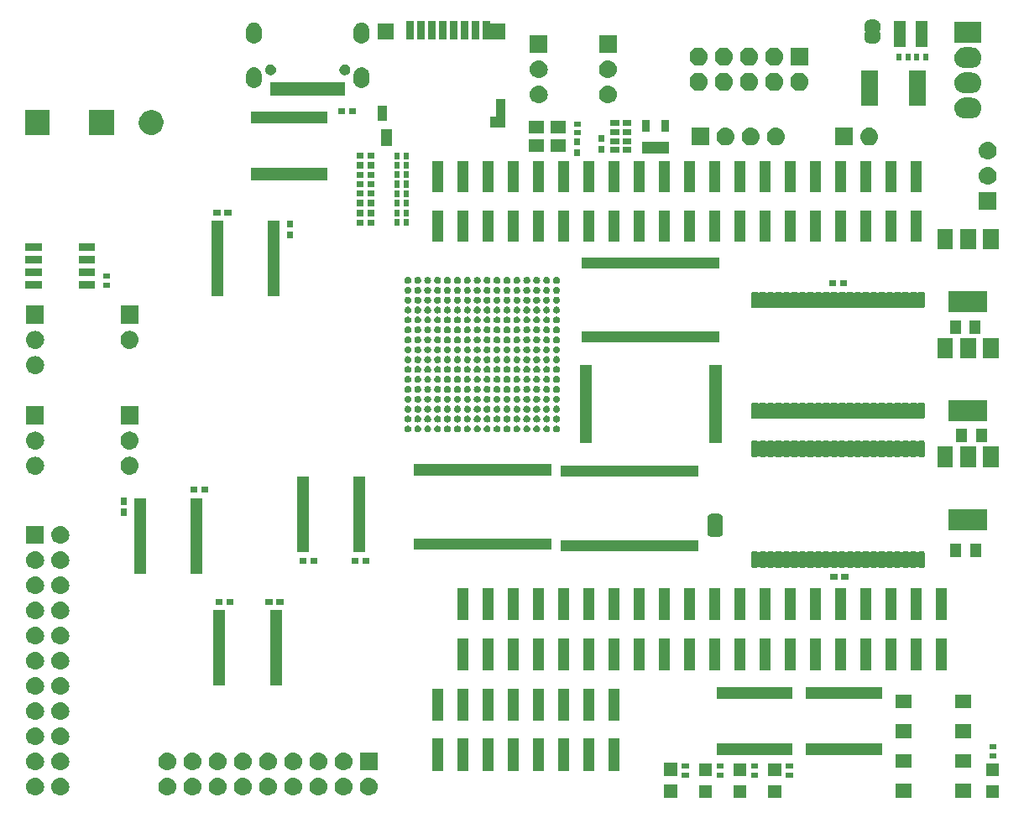
<source format=gts>
G04 #@! TF.GenerationSoftware,KiCad,Pcbnew,(5.1.0)-1*
G04 #@! TF.CreationDate,2021-05-08T22:38:50+01:00*
G04 #@! TF.ProjectId,blit-cpu-mk3,626c6974-2d63-4707-952d-6d6b332e6b69,3.00*
G04 #@! TF.SameCoordinates,Original*
G04 #@! TF.FileFunction,Soldermask,Top*
G04 #@! TF.FilePolarity,Negative*
%FSLAX46Y46*%
G04 Gerber Fmt 4.6, Leading zero omitted, Abs format (unit mm)*
G04 Created by KiCad (PCBNEW (5.1.0)-1) date 2021-05-08 22:38:50*
%MOMM*%
%LPD*%
G04 APERTURE LIST*
%ADD10C,0.100000*%
G04 APERTURE END LIST*
D10*
G36*
X95651000Y-101251000D02*
G01*
X94349000Y-101251000D01*
X94349000Y-99949000D01*
X95651000Y-99949000D01*
X95651000Y-101251000D01*
X95651000Y-101251000D01*
G37*
G36*
X99151000Y-101251000D02*
G01*
X97849000Y-101251000D01*
X97849000Y-99949000D01*
X99151000Y-99949000D01*
X99151000Y-101251000D01*
X99151000Y-101251000D01*
G37*
G36*
X121151000Y-101251000D02*
G01*
X119849000Y-101251000D01*
X119849000Y-99949000D01*
X121151000Y-99949000D01*
X121151000Y-101251000D01*
X121151000Y-101251000D01*
G37*
G36*
X92151000Y-101251000D02*
G01*
X90849000Y-101251000D01*
X90849000Y-99949000D01*
X92151000Y-99949000D01*
X92151000Y-101251000D01*
X92151000Y-101251000D01*
G37*
G36*
X88651000Y-101221000D02*
G01*
X87349000Y-101221000D01*
X87349000Y-99919000D01*
X88651000Y-99919000D01*
X88651000Y-101221000D01*
X88651000Y-101221000D01*
G37*
G36*
X118301000Y-101201000D02*
G01*
X116699000Y-101201000D01*
X116699000Y-99799000D01*
X118301000Y-99799000D01*
X118301000Y-101201000D01*
X118301000Y-101201000D01*
G37*
G36*
X112301000Y-101201000D02*
G01*
X110699000Y-101201000D01*
X110699000Y-99799000D01*
X112301000Y-99799000D01*
X112301000Y-101201000D01*
X112301000Y-101201000D01*
G37*
G36*
X57670442Y-99200518D02*
G01*
X57736627Y-99207037D01*
X57906466Y-99258557D01*
X58062991Y-99342222D01*
X58098729Y-99371552D01*
X58200186Y-99454814D01*
X58283448Y-99556271D01*
X58312778Y-99592009D01*
X58396443Y-99748534D01*
X58447963Y-99918373D01*
X58465359Y-100095000D01*
X58447963Y-100271627D01*
X58396443Y-100441466D01*
X58312778Y-100597991D01*
X58283448Y-100633729D01*
X58200186Y-100735186D01*
X58098729Y-100818448D01*
X58062991Y-100847778D01*
X57906466Y-100931443D01*
X57736627Y-100982963D01*
X57670442Y-100989482D01*
X57604260Y-100996000D01*
X57515740Y-100996000D01*
X57449558Y-100989482D01*
X57383373Y-100982963D01*
X57213534Y-100931443D01*
X57057009Y-100847778D01*
X57021271Y-100818448D01*
X56919814Y-100735186D01*
X56836552Y-100633729D01*
X56807222Y-100597991D01*
X56723557Y-100441466D01*
X56672037Y-100271627D01*
X56654641Y-100095000D01*
X56672037Y-99918373D01*
X56723557Y-99748534D01*
X56807222Y-99592009D01*
X56836552Y-99556271D01*
X56919814Y-99454814D01*
X57021271Y-99371552D01*
X57057009Y-99342222D01*
X57213534Y-99258557D01*
X57383373Y-99207037D01*
X57449558Y-99200518D01*
X57515740Y-99194000D01*
X57604260Y-99194000D01*
X57670442Y-99200518D01*
X57670442Y-99200518D01*
G37*
G36*
X39890442Y-99200518D02*
G01*
X39956627Y-99207037D01*
X40126466Y-99258557D01*
X40282991Y-99342222D01*
X40318729Y-99371552D01*
X40420186Y-99454814D01*
X40503448Y-99556271D01*
X40532778Y-99592009D01*
X40616443Y-99748534D01*
X40667963Y-99918373D01*
X40685359Y-100095000D01*
X40667963Y-100271627D01*
X40616443Y-100441466D01*
X40532778Y-100597991D01*
X40503448Y-100633729D01*
X40420186Y-100735186D01*
X40318729Y-100818448D01*
X40282991Y-100847778D01*
X40126466Y-100931443D01*
X39956627Y-100982963D01*
X39890442Y-100989482D01*
X39824260Y-100996000D01*
X39735740Y-100996000D01*
X39669558Y-100989482D01*
X39603373Y-100982963D01*
X39433534Y-100931443D01*
X39277009Y-100847778D01*
X39241271Y-100818448D01*
X39139814Y-100735186D01*
X39056552Y-100633729D01*
X39027222Y-100597991D01*
X38943557Y-100441466D01*
X38892037Y-100271627D01*
X38874641Y-100095000D01*
X38892037Y-99918373D01*
X38943557Y-99748534D01*
X39027222Y-99592009D01*
X39056552Y-99556271D01*
X39139814Y-99454814D01*
X39241271Y-99371552D01*
X39277009Y-99342222D01*
X39433534Y-99258557D01*
X39603373Y-99207037D01*
X39669558Y-99200518D01*
X39735740Y-99194000D01*
X39824260Y-99194000D01*
X39890442Y-99200518D01*
X39890442Y-99200518D01*
G37*
G36*
X26555442Y-99200518D02*
G01*
X26621627Y-99207037D01*
X26791466Y-99258557D01*
X26947991Y-99342222D01*
X26983729Y-99371552D01*
X27085186Y-99454814D01*
X27168448Y-99556271D01*
X27197778Y-99592009D01*
X27281443Y-99748534D01*
X27332963Y-99918373D01*
X27350359Y-100095000D01*
X27332963Y-100271627D01*
X27281443Y-100441466D01*
X27197778Y-100597991D01*
X27168448Y-100633729D01*
X27085186Y-100735186D01*
X26983729Y-100818448D01*
X26947991Y-100847778D01*
X26791466Y-100931443D01*
X26621627Y-100982963D01*
X26555442Y-100989482D01*
X26489260Y-100996000D01*
X26400740Y-100996000D01*
X26334558Y-100989482D01*
X26268373Y-100982963D01*
X26098534Y-100931443D01*
X25942009Y-100847778D01*
X25906271Y-100818448D01*
X25804814Y-100735186D01*
X25721552Y-100633729D01*
X25692222Y-100597991D01*
X25608557Y-100441466D01*
X25557037Y-100271627D01*
X25539641Y-100095000D01*
X25557037Y-99918373D01*
X25608557Y-99748534D01*
X25692222Y-99592009D01*
X25721552Y-99556271D01*
X25804814Y-99454814D01*
X25906271Y-99371552D01*
X25942009Y-99342222D01*
X26098534Y-99258557D01*
X26268373Y-99207037D01*
X26334558Y-99200518D01*
X26400740Y-99194000D01*
X26489260Y-99194000D01*
X26555442Y-99200518D01*
X26555442Y-99200518D01*
G37*
G36*
X24015442Y-99200518D02*
G01*
X24081627Y-99207037D01*
X24251466Y-99258557D01*
X24407991Y-99342222D01*
X24443729Y-99371552D01*
X24545186Y-99454814D01*
X24628448Y-99556271D01*
X24657778Y-99592009D01*
X24741443Y-99748534D01*
X24792963Y-99918373D01*
X24810359Y-100095000D01*
X24792963Y-100271627D01*
X24741443Y-100441466D01*
X24657778Y-100597991D01*
X24628448Y-100633729D01*
X24545186Y-100735186D01*
X24443729Y-100818448D01*
X24407991Y-100847778D01*
X24251466Y-100931443D01*
X24081627Y-100982963D01*
X24015442Y-100989482D01*
X23949260Y-100996000D01*
X23860740Y-100996000D01*
X23794558Y-100989482D01*
X23728373Y-100982963D01*
X23558534Y-100931443D01*
X23402009Y-100847778D01*
X23366271Y-100818448D01*
X23264814Y-100735186D01*
X23181552Y-100633729D01*
X23152222Y-100597991D01*
X23068557Y-100441466D01*
X23017037Y-100271627D01*
X22999641Y-100095000D01*
X23017037Y-99918373D01*
X23068557Y-99748534D01*
X23152222Y-99592009D01*
X23181552Y-99556271D01*
X23264814Y-99454814D01*
X23366271Y-99371552D01*
X23402009Y-99342222D01*
X23558534Y-99258557D01*
X23728373Y-99207037D01*
X23794558Y-99200518D01*
X23860740Y-99194000D01*
X23949260Y-99194000D01*
X24015442Y-99200518D01*
X24015442Y-99200518D01*
G37*
G36*
X37350442Y-99200518D02*
G01*
X37416627Y-99207037D01*
X37586466Y-99258557D01*
X37742991Y-99342222D01*
X37778729Y-99371552D01*
X37880186Y-99454814D01*
X37963448Y-99556271D01*
X37992778Y-99592009D01*
X38076443Y-99748534D01*
X38127963Y-99918373D01*
X38145359Y-100095000D01*
X38127963Y-100271627D01*
X38076443Y-100441466D01*
X37992778Y-100597991D01*
X37963448Y-100633729D01*
X37880186Y-100735186D01*
X37778729Y-100818448D01*
X37742991Y-100847778D01*
X37586466Y-100931443D01*
X37416627Y-100982963D01*
X37350442Y-100989482D01*
X37284260Y-100996000D01*
X37195740Y-100996000D01*
X37129558Y-100989482D01*
X37063373Y-100982963D01*
X36893534Y-100931443D01*
X36737009Y-100847778D01*
X36701271Y-100818448D01*
X36599814Y-100735186D01*
X36516552Y-100633729D01*
X36487222Y-100597991D01*
X36403557Y-100441466D01*
X36352037Y-100271627D01*
X36334641Y-100095000D01*
X36352037Y-99918373D01*
X36403557Y-99748534D01*
X36487222Y-99592009D01*
X36516552Y-99556271D01*
X36599814Y-99454814D01*
X36701271Y-99371552D01*
X36737009Y-99342222D01*
X36893534Y-99258557D01*
X37063373Y-99207037D01*
X37129558Y-99200518D01*
X37195740Y-99194000D01*
X37284260Y-99194000D01*
X37350442Y-99200518D01*
X37350442Y-99200518D01*
G37*
G36*
X55130442Y-99200518D02*
G01*
X55196627Y-99207037D01*
X55366466Y-99258557D01*
X55522991Y-99342222D01*
X55558729Y-99371552D01*
X55660186Y-99454814D01*
X55743448Y-99556271D01*
X55772778Y-99592009D01*
X55856443Y-99748534D01*
X55907963Y-99918373D01*
X55925359Y-100095000D01*
X55907963Y-100271627D01*
X55856443Y-100441466D01*
X55772778Y-100597991D01*
X55743448Y-100633729D01*
X55660186Y-100735186D01*
X55558729Y-100818448D01*
X55522991Y-100847778D01*
X55366466Y-100931443D01*
X55196627Y-100982963D01*
X55130442Y-100989482D01*
X55064260Y-100996000D01*
X54975740Y-100996000D01*
X54909558Y-100989482D01*
X54843373Y-100982963D01*
X54673534Y-100931443D01*
X54517009Y-100847778D01*
X54481271Y-100818448D01*
X54379814Y-100735186D01*
X54296552Y-100633729D01*
X54267222Y-100597991D01*
X54183557Y-100441466D01*
X54132037Y-100271627D01*
X54114641Y-100095000D01*
X54132037Y-99918373D01*
X54183557Y-99748534D01*
X54267222Y-99592009D01*
X54296552Y-99556271D01*
X54379814Y-99454814D01*
X54481271Y-99371552D01*
X54517009Y-99342222D01*
X54673534Y-99258557D01*
X54843373Y-99207037D01*
X54909558Y-99200518D01*
X54975740Y-99194000D01*
X55064260Y-99194000D01*
X55130442Y-99200518D01*
X55130442Y-99200518D01*
G37*
G36*
X44970442Y-99200518D02*
G01*
X45036627Y-99207037D01*
X45206466Y-99258557D01*
X45362991Y-99342222D01*
X45398729Y-99371552D01*
X45500186Y-99454814D01*
X45583448Y-99556271D01*
X45612778Y-99592009D01*
X45696443Y-99748534D01*
X45747963Y-99918373D01*
X45765359Y-100095000D01*
X45747963Y-100271627D01*
X45696443Y-100441466D01*
X45612778Y-100597991D01*
X45583448Y-100633729D01*
X45500186Y-100735186D01*
X45398729Y-100818448D01*
X45362991Y-100847778D01*
X45206466Y-100931443D01*
X45036627Y-100982963D01*
X44970442Y-100989482D01*
X44904260Y-100996000D01*
X44815740Y-100996000D01*
X44749558Y-100989482D01*
X44683373Y-100982963D01*
X44513534Y-100931443D01*
X44357009Y-100847778D01*
X44321271Y-100818448D01*
X44219814Y-100735186D01*
X44136552Y-100633729D01*
X44107222Y-100597991D01*
X44023557Y-100441466D01*
X43972037Y-100271627D01*
X43954641Y-100095000D01*
X43972037Y-99918373D01*
X44023557Y-99748534D01*
X44107222Y-99592009D01*
X44136552Y-99556271D01*
X44219814Y-99454814D01*
X44321271Y-99371552D01*
X44357009Y-99342222D01*
X44513534Y-99258557D01*
X44683373Y-99207037D01*
X44749558Y-99200518D01*
X44815740Y-99194000D01*
X44904260Y-99194000D01*
X44970442Y-99200518D01*
X44970442Y-99200518D01*
G37*
G36*
X47510442Y-99200518D02*
G01*
X47576627Y-99207037D01*
X47746466Y-99258557D01*
X47902991Y-99342222D01*
X47938729Y-99371552D01*
X48040186Y-99454814D01*
X48123448Y-99556271D01*
X48152778Y-99592009D01*
X48236443Y-99748534D01*
X48287963Y-99918373D01*
X48305359Y-100095000D01*
X48287963Y-100271627D01*
X48236443Y-100441466D01*
X48152778Y-100597991D01*
X48123448Y-100633729D01*
X48040186Y-100735186D01*
X47938729Y-100818448D01*
X47902991Y-100847778D01*
X47746466Y-100931443D01*
X47576627Y-100982963D01*
X47510442Y-100989482D01*
X47444260Y-100996000D01*
X47355740Y-100996000D01*
X47289558Y-100989482D01*
X47223373Y-100982963D01*
X47053534Y-100931443D01*
X46897009Y-100847778D01*
X46861271Y-100818448D01*
X46759814Y-100735186D01*
X46676552Y-100633729D01*
X46647222Y-100597991D01*
X46563557Y-100441466D01*
X46512037Y-100271627D01*
X46494641Y-100095000D01*
X46512037Y-99918373D01*
X46563557Y-99748534D01*
X46647222Y-99592009D01*
X46676552Y-99556271D01*
X46759814Y-99454814D01*
X46861271Y-99371552D01*
X46897009Y-99342222D01*
X47053534Y-99258557D01*
X47223373Y-99207037D01*
X47289558Y-99200518D01*
X47355740Y-99194000D01*
X47444260Y-99194000D01*
X47510442Y-99200518D01*
X47510442Y-99200518D01*
G37*
G36*
X50050442Y-99200518D02*
G01*
X50116627Y-99207037D01*
X50286466Y-99258557D01*
X50442991Y-99342222D01*
X50478729Y-99371552D01*
X50580186Y-99454814D01*
X50663448Y-99556271D01*
X50692778Y-99592009D01*
X50776443Y-99748534D01*
X50827963Y-99918373D01*
X50845359Y-100095000D01*
X50827963Y-100271627D01*
X50776443Y-100441466D01*
X50692778Y-100597991D01*
X50663448Y-100633729D01*
X50580186Y-100735186D01*
X50478729Y-100818448D01*
X50442991Y-100847778D01*
X50286466Y-100931443D01*
X50116627Y-100982963D01*
X50050442Y-100989482D01*
X49984260Y-100996000D01*
X49895740Y-100996000D01*
X49829558Y-100989482D01*
X49763373Y-100982963D01*
X49593534Y-100931443D01*
X49437009Y-100847778D01*
X49401271Y-100818448D01*
X49299814Y-100735186D01*
X49216552Y-100633729D01*
X49187222Y-100597991D01*
X49103557Y-100441466D01*
X49052037Y-100271627D01*
X49034641Y-100095000D01*
X49052037Y-99918373D01*
X49103557Y-99748534D01*
X49187222Y-99592009D01*
X49216552Y-99556271D01*
X49299814Y-99454814D01*
X49401271Y-99371552D01*
X49437009Y-99342222D01*
X49593534Y-99258557D01*
X49763373Y-99207037D01*
X49829558Y-99200518D01*
X49895740Y-99194000D01*
X49984260Y-99194000D01*
X50050442Y-99200518D01*
X50050442Y-99200518D01*
G37*
G36*
X52590442Y-99200518D02*
G01*
X52656627Y-99207037D01*
X52826466Y-99258557D01*
X52982991Y-99342222D01*
X53018729Y-99371552D01*
X53120186Y-99454814D01*
X53203448Y-99556271D01*
X53232778Y-99592009D01*
X53316443Y-99748534D01*
X53367963Y-99918373D01*
X53385359Y-100095000D01*
X53367963Y-100271627D01*
X53316443Y-100441466D01*
X53232778Y-100597991D01*
X53203448Y-100633729D01*
X53120186Y-100735186D01*
X53018729Y-100818448D01*
X52982991Y-100847778D01*
X52826466Y-100931443D01*
X52656627Y-100982963D01*
X52590442Y-100989482D01*
X52524260Y-100996000D01*
X52435740Y-100996000D01*
X52369558Y-100989482D01*
X52303373Y-100982963D01*
X52133534Y-100931443D01*
X51977009Y-100847778D01*
X51941271Y-100818448D01*
X51839814Y-100735186D01*
X51756552Y-100633729D01*
X51727222Y-100597991D01*
X51643557Y-100441466D01*
X51592037Y-100271627D01*
X51574641Y-100095000D01*
X51592037Y-99918373D01*
X51643557Y-99748534D01*
X51727222Y-99592009D01*
X51756552Y-99556271D01*
X51839814Y-99454814D01*
X51941271Y-99371552D01*
X51977009Y-99342222D01*
X52133534Y-99258557D01*
X52303373Y-99207037D01*
X52369558Y-99200518D01*
X52435740Y-99194000D01*
X52524260Y-99194000D01*
X52590442Y-99200518D01*
X52590442Y-99200518D01*
G37*
G36*
X42430442Y-99200518D02*
G01*
X42496627Y-99207037D01*
X42666466Y-99258557D01*
X42822991Y-99342222D01*
X42858729Y-99371552D01*
X42960186Y-99454814D01*
X43043448Y-99556271D01*
X43072778Y-99592009D01*
X43156443Y-99748534D01*
X43207963Y-99918373D01*
X43225359Y-100095000D01*
X43207963Y-100271627D01*
X43156443Y-100441466D01*
X43072778Y-100597991D01*
X43043448Y-100633729D01*
X42960186Y-100735186D01*
X42858729Y-100818448D01*
X42822991Y-100847778D01*
X42666466Y-100931443D01*
X42496627Y-100982963D01*
X42430442Y-100989482D01*
X42364260Y-100996000D01*
X42275740Y-100996000D01*
X42209558Y-100989482D01*
X42143373Y-100982963D01*
X41973534Y-100931443D01*
X41817009Y-100847778D01*
X41781271Y-100818448D01*
X41679814Y-100735186D01*
X41596552Y-100633729D01*
X41567222Y-100597991D01*
X41483557Y-100441466D01*
X41432037Y-100271627D01*
X41414641Y-100095000D01*
X41432037Y-99918373D01*
X41483557Y-99748534D01*
X41567222Y-99592009D01*
X41596552Y-99556271D01*
X41679814Y-99454814D01*
X41781271Y-99371552D01*
X41817009Y-99342222D01*
X41973534Y-99258557D01*
X42143373Y-99207037D01*
X42209558Y-99200518D01*
X42275740Y-99194000D01*
X42364260Y-99194000D01*
X42430442Y-99200518D01*
X42430442Y-99200518D01*
G37*
G36*
X96851000Y-99201000D02*
G01*
X96149000Y-99201000D01*
X96149000Y-98699000D01*
X96851000Y-98699000D01*
X96851000Y-99201000D01*
X96851000Y-99201000D01*
G37*
G36*
X100351000Y-99201000D02*
G01*
X99649000Y-99201000D01*
X99649000Y-98699000D01*
X100351000Y-98699000D01*
X100351000Y-99201000D01*
X100351000Y-99201000D01*
G37*
G36*
X93351000Y-99201000D02*
G01*
X92649000Y-99201000D01*
X92649000Y-98699000D01*
X93351000Y-98699000D01*
X93351000Y-99201000D01*
X93351000Y-99201000D01*
G37*
G36*
X89851000Y-99201000D02*
G01*
X89149000Y-99201000D01*
X89149000Y-98699000D01*
X89851000Y-98699000D01*
X89851000Y-99201000D01*
X89851000Y-99201000D01*
G37*
G36*
X92151000Y-99051000D02*
G01*
X90849000Y-99051000D01*
X90849000Y-97749000D01*
X92151000Y-97749000D01*
X92151000Y-99051000D01*
X92151000Y-99051000D01*
G37*
G36*
X121151000Y-99051000D02*
G01*
X119849000Y-99051000D01*
X119849000Y-97749000D01*
X121151000Y-97749000D01*
X121151000Y-99051000D01*
X121151000Y-99051000D01*
G37*
G36*
X99151000Y-99051000D02*
G01*
X97849000Y-99051000D01*
X97849000Y-97749000D01*
X99151000Y-97749000D01*
X99151000Y-99051000D01*
X99151000Y-99051000D01*
G37*
G36*
X95651000Y-99051000D02*
G01*
X94349000Y-99051000D01*
X94349000Y-97749000D01*
X95651000Y-97749000D01*
X95651000Y-99051000D01*
X95651000Y-99051000D01*
G37*
G36*
X88651000Y-99021000D02*
G01*
X87349000Y-99021000D01*
X87349000Y-97719000D01*
X88651000Y-97719000D01*
X88651000Y-99021000D01*
X88651000Y-99021000D01*
G37*
G36*
X70176000Y-98516000D02*
G01*
X69074000Y-98516000D01*
X69074000Y-95264000D01*
X70176000Y-95264000D01*
X70176000Y-98516000D01*
X70176000Y-98516000D01*
G37*
G36*
X82876000Y-98516000D02*
G01*
X81774000Y-98516000D01*
X81774000Y-95264000D01*
X82876000Y-95264000D01*
X82876000Y-98516000D01*
X82876000Y-98516000D01*
G37*
G36*
X80336000Y-98516000D02*
G01*
X79234000Y-98516000D01*
X79234000Y-95264000D01*
X80336000Y-95264000D01*
X80336000Y-98516000D01*
X80336000Y-98516000D01*
G37*
G36*
X75256000Y-98516000D02*
G01*
X74154000Y-98516000D01*
X74154000Y-95264000D01*
X75256000Y-95264000D01*
X75256000Y-98516000D01*
X75256000Y-98516000D01*
G37*
G36*
X72716000Y-98516000D02*
G01*
X71614000Y-98516000D01*
X71614000Y-95264000D01*
X72716000Y-95264000D01*
X72716000Y-98516000D01*
X72716000Y-98516000D01*
G37*
G36*
X67636000Y-98516000D02*
G01*
X66534000Y-98516000D01*
X66534000Y-95264000D01*
X67636000Y-95264000D01*
X67636000Y-98516000D01*
X67636000Y-98516000D01*
G37*
G36*
X65096000Y-98516000D02*
G01*
X63994000Y-98516000D01*
X63994000Y-95264000D01*
X65096000Y-95264000D01*
X65096000Y-98516000D01*
X65096000Y-98516000D01*
G37*
G36*
X77796000Y-98516000D02*
G01*
X76694000Y-98516000D01*
X76694000Y-95264000D01*
X77796000Y-95264000D01*
X77796000Y-98516000D01*
X77796000Y-98516000D01*
G37*
G36*
X50050442Y-96660518D02*
G01*
X50116627Y-96667037D01*
X50286466Y-96718557D01*
X50442991Y-96802222D01*
X50478729Y-96831552D01*
X50580186Y-96914814D01*
X50663448Y-97016271D01*
X50692778Y-97052009D01*
X50776443Y-97208534D01*
X50827963Y-97378373D01*
X50845359Y-97555000D01*
X50827963Y-97731627D01*
X50776443Y-97901466D01*
X50692778Y-98057991D01*
X50663448Y-98093729D01*
X50580186Y-98195186D01*
X50478729Y-98278448D01*
X50442991Y-98307778D01*
X50286466Y-98391443D01*
X50116627Y-98442963D01*
X50050442Y-98449482D01*
X49984260Y-98456000D01*
X49895740Y-98456000D01*
X49829558Y-98449482D01*
X49763373Y-98442963D01*
X49593534Y-98391443D01*
X49437009Y-98307778D01*
X49401271Y-98278448D01*
X49299814Y-98195186D01*
X49216552Y-98093729D01*
X49187222Y-98057991D01*
X49103557Y-97901466D01*
X49052037Y-97731627D01*
X49034641Y-97555000D01*
X49052037Y-97378373D01*
X49103557Y-97208534D01*
X49187222Y-97052009D01*
X49216552Y-97016271D01*
X49299814Y-96914814D01*
X49401271Y-96831552D01*
X49437009Y-96802222D01*
X49593534Y-96718557D01*
X49763373Y-96667037D01*
X49829558Y-96660518D01*
X49895740Y-96654000D01*
X49984260Y-96654000D01*
X50050442Y-96660518D01*
X50050442Y-96660518D01*
G37*
G36*
X37350442Y-96660518D02*
G01*
X37416627Y-96667037D01*
X37586466Y-96718557D01*
X37742991Y-96802222D01*
X37778729Y-96831552D01*
X37880186Y-96914814D01*
X37963448Y-97016271D01*
X37992778Y-97052009D01*
X38076443Y-97208534D01*
X38127963Y-97378373D01*
X38145359Y-97555000D01*
X38127963Y-97731627D01*
X38076443Y-97901466D01*
X37992778Y-98057991D01*
X37963448Y-98093729D01*
X37880186Y-98195186D01*
X37778729Y-98278448D01*
X37742991Y-98307778D01*
X37586466Y-98391443D01*
X37416627Y-98442963D01*
X37350442Y-98449482D01*
X37284260Y-98456000D01*
X37195740Y-98456000D01*
X37129558Y-98449482D01*
X37063373Y-98442963D01*
X36893534Y-98391443D01*
X36737009Y-98307778D01*
X36701271Y-98278448D01*
X36599814Y-98195186D01*
X36516552Y-98093729D01*
X36487222Y-98057991D01*
X36403557Y-97901466D01*
X36352037Y-97731627D01*
X36334641Y-97555000D01*
X36352037Y-97378373D01*
X36403557Y-97208534D01*
X36487222Y-97052009D01*
X36516552Y-97016271D01*
X36599814Y-96914814D01*
X36701271Y-96831552D01*
X36737009Y-96802222D01*
X36893534Y-96718557D01*
X37063373Y-96667037D01*
X37129558Y-96660518D01*
X37195740Y-96654000D01*
X37284260Y-96654000D01*
X37350442Y-96660518D01*
X37350442Y-96660518D01*
G37*
G36*
X55130442Y-96660518D02*
G01*
X55196627Y-96667037D01*
X55366466Y-96718557D01*
X55522991Y-96802222D01*
X55558729Y-96831552D01*
X55660186Y-96914814D01*
X55743448Y-97016271D01*
X55772778Y-97052009D01*
X55856443Y-97208534D01*
X55907963Y-97378373D01*
X55925359Y-97555000D01*
X55907963Y-97731627D01*
X55856443Y-97901466D01*
X55772778Y-98057991D01*
X55743448Y-98093729D01*
X55660186Y-98195186D01*
X55558729Y-98278448D01*
X55522991Y-98307778D01*
X55366466Y-98391443D01*
X55196627Y-98442963D01*
X55130442Y-98449482D01*
X55064260Y-98456000D01*
X54975740Y-98456000D01*
X54909558Y-98449482D01*
X54843373Y-98442963D01*
X54673534Y-98391443D01*
X54517009Y-98307778D01*
X54481271Y-98278448D01*
X54379814Y-98195186D01*
X54296552Y-98093729D01*
X54267222Y-98057991D01*
X54183557Y-97901466D01*
X54132037Y-97731627D01*
X54114641Y-97555000D01*
X54132037Y-97378373D01*
X54183557Y-97208534D01*
X54267222Y-97052009D01*
X54296552Y-97016271D01*
X54379814Y-96914814D01*
X54481271Y-96831552D01*
X54517009Y-96802222D01*
X54673534Y-96718557D01*
X54843373Y-96667037D01*
X54909558Y-96660518D01*
X54975740Y-96654000D01*
X55064260Y-96654000D01*
X55130442Y-96660518D01*
X55130442Y-96660518D01*
G37*
G36*
X58461000Y-98456000D02*
G01*
X56659000Y-98456000D01*
X56659000Y-96654000D01*
X58461000Y-96654000D01*
X58461000Y-98456000D01*
X58461000Y-98456000D01*
G37*
G36*
X26555442Y-96660518D02*
G01*
X26621627Y-96667037D01*
X26791466Y-96718557D01*
X26947991Y-96802222D01*
X26983729Y-96831552D01*
X27085186Y-96914814D01*
X27168448Y-97016271D01*
X27197778Y-97052009D01*
X27281443Y-97208534D01*
X27332963Y-97378373D01*
X27350359Y-97555000D01*
X27332963Y-97731627D01*
X27281443Y-97901466D01*
X27197778Y-98057991D01*
X27168448Y-98093729D01*
X27085186Y-98195186D01*
X26983729Y-98278448D01*
X26947991Y-98307778D01*
X26791466Y-98391443D01*
X26621627Y-98442963D01*
X26555442Y-98449482D01*
X26489260Y-98456000D01*
X26400740Y-98456000D01*
X26334558Y-98449482D01*
X26268373Y-98442963D01*
X26098534Y-98391443D01*
X25942009Y-98307778D01*
X25906271Y-98278448D01*
X25804814Y-98195186D01*
X25721552Y-98093729D01*
X25692222Y-98057991D01*
X25608557Y-97901466D01*
X25557037Y-97731627D01*
X25539641Y-97555000D01*
X25557037Y-97378373D01*
X25608557Y-97208534D01*
X25692222Y-97052009D01*
X25721552Y-97016271D01*
X25804814Y-96914814D01*
X25906271Y-96831552D01*
X25942009Y-96802222D01*
X26098534Y-96718557D01*
X26268373Y-96667037D01*
X26334558Y-96660518D01*
X26400740Y-96654000D01*
X26489260Y-96654000D01*
X26555442Y-96660518D01*
X26555442Y-96660518D01*
G37*
G36*
X24015442Y-96660518D02*
G01*
X24081627Y-96667037D01*
X24251466Y-96718557D01*
X24407991Y-96802222D01*
X24443729Y-96831552D01*
X24545186Y-96914814D01*
X24628448Y-97016271D01*
X24657778Y-97052009D01*
X24741443Y-97208534D01*
X24792963Y-97378373D01*
X24810359Y-97555000D01*
X24792963Y-97731627D01*
X24741443Y-97901466D01*
X24657778Y-98057991D01*
X24628448Y-98093729D01*
X24545186Y-98195186D01*
X24443729Y-98278448D01*
X24407991Y-98307778D01*
X24251466Y-98391443D01*
X24081627Y-98442963D01*
X24015442Y-98449482D01*
X23949260Y-98456000D01*
X23860740Y-98456000D01*
X23794558Y-98449482D01*
X23728373Y-98442963D01*
X23558534Y-98391443D01*
X23402009Y-98307778D01*
X23366271Y-98278448D01*
X23264814Y-98195186D01*
X23181552Y-98093729D01*
X23152222Y-98057991D01*
X23068557Y-97901466D01*
X23017037Y-97731627D01*
X22999641Y-97555000D01*
X23017037Y-97378373D01*
X23068557Y-97208534D01*
X23152222Y-97052009D01*
X23181552Y-97016271D01*
X23264814Y-96914814D01*
X23366271Y-96831552D01*
X23402009Y-96802222D01*
X23558534Y-96718557D01*
X23728373Y-96667037D01*
X23794558Y-96660518D01*
X23860740Y-96654000D01*
X23949260Y-96654000D01*
X24015442Y-96660518D01*
X24015442Y-96660518D01*
G37*
G36*
X47510442Y-96660518D02*
G01*
X47576627Y-96667037D01*
X47746466Y-96718557D01*
X47902991Y-96802222D01*
X47938729Y-96831552D01*
X48040186Y-96914814D01*
X48123448Y-97016271D01*
X48152778Y-97052009D01*
X48236443Y-97208534D01*
X48287963Y-97378373D01*
X48305359Y-97555000D01*
X48287963Y-97731627D01*
X48236443Y-97901466D01*
X48152778Y-98057991D01*
X48123448Y-98093729D01*
X48040186Y-98195186D01*
X47938729Y-98278448D01*
X47902991Y-98307778D01*
X47746466Y-98391443D01*
X47576627Y-98442963D01*
X47510442Y-98449482D01*
X47444260Y-98456000D01*
X47355740Y-98456000D01*
X47289558Y-98449482D01*
X47223373Y-98442963D01*
X47053534Y-98391443D01*
X46897009Y-98307778D01*
X46861271Y-98278448D01*
X46759814Y-98195186D01*
X46676552Y-98093729D01*
X46647222Y-98057991D01*
X46563557Y-97901466D01*
X46512037Y-97731627D01*
X46494641Y-97555000D01*
X46512037Y-97378373D01*
X46563557Y-97208534D01*
X46647222Y-97052009D01*
X46676552Y-97016271D01*
X46759814Y-96914814D01*
X46861271Y-96831552D01*
X46897009Y-96802222D01*
X47053534Y-96718557D01*
X47223373Y-96667037D01*
X47289558Y-96660518D01*
X47355740Y-96654000D01*
X47444260Y-96654000D01*
X47510442Y-96660518D01*
X47510442Y-96660518D01*
G37*
G36*
X42430442Y-96660518D02*
G01*
X42496627Y-96667037D01*
X42666466Y-96718557D01*
X42822991Y-96802222D01*
X42858729Y-96831552D01*
X42960186Y-96914814D01*
X43043448Y-97016271D01*
X43072778Y-97052009D01*
X43156443Y-97208534D01*
X43207963Y-97378373D01*
X43225359Y-97555000D01*
X43207963Y-97731627D01*
X43156443Y-97901466D01*
X43072778Y-98057991D01*
X43043448Y-98093729D01*
X42960186Y-98195186D01*
X42858729Y-98278448D01*
X42822991Y-98307778D01*
X42666466Y-98391443D01*
X42496627Y-98442963D01*
X42430442Y-98449482D01*
X42364260Y-98456000D01*
X42275740Y-98456000D01*
X42209558Y-98449482D01*
X42143373Y-98442963D01*
X41973534Y-98391443D01*
X41817009Y-98307778D01*
X41781271Y-98278448D01*
X41679814Y-98195186D01*
X41596552Y-98093729D01*
X41567222Y-98057991D01*
X41483557Y-97901466D01*
X41432037Y-97731627D01*
X41414641Y-97555000D01*
X41432037Y-97378373D01*
X41483557Y-97208534D01*
X41567222Y-97052009D01*
X41596552Y-97016271D01*
X41679814Y-96914814D01*
X41781271Y-96831552D01*
X41817009Y-96802222D01*
X41973534Y-96718557D01*
X42143373Y-96667037D01*
X42209558Y-96660518D01*
X42275740Y-96654000D01*
X42364260Y-96654000D01*
X42430442Y-96660518D01*
X42430442Y-96660518D01*
G37*
G36*
X44970442Y-96660518D02*
G01*
X45036627Y-96667037D01*
X45206466Y-96718557D01*
X45362991Y-96802222D01*
X45398729Y-96831552D01*
X45500186Y-96914814D01*
X45583448Y-97016271D01*
X45612778Y-97052009D01*
X45696443Y-97208534D01*
X45747963Y-97378373D01*
X45765359Y-97555000D01*
X45747963Y-97731627D01*
X45696443Y-97901466D01*
X45612778Y-98057991D01*
X45583448Y-98093729D01*
X45500186Y-98195186D01*
X45398729Y-98278448D01*
X45362991Y-98307778D01*
X45206466Y-98391443D01*
X45036627Y-98442963D01*
X44970442Y-98449482D01*
X44904260Y-98456000D01*
X44815740Y-98456000D01*
X44749558Y-98449482D01*
X44683373Y-98442963D01*
X44513534Y-98391443D01*
X44357009Y-98307778D01*
X44321271Y-98278448D01*
X44219814Y-98195186D01*
X44136552Y-98093729D01*
X44107222Y-98057991D01*
X44023557Y-97901466D01*
X43972037Y-97731627D01*
X43954641Y-97555000D01*
X43972037Y-97378373D01*
X44023557Y-97208534D01*
X44107222Y-97052009D01*
X44136552Y-97016271D01*
X44219814Y-96914814D01*
X44321271Y-96831552D01*
X44357009Y-96802222D01*
X44513534Y-96718557D01*
X44683373Y-96667037D01*
X44749558Y-96660518D01*
X44815740Y-96654000D01*
X44904260Y-96654000D01*
X44970442Y-96660518D01*
X44970442Y-96660518D01*
G37*
G36*
X52590442Y-96660518D02*
G01*
X52656627Y-96667037D01*
X52826466Y-96718557D01*
X52982991Y-96802222D01*
X53018729Y-96831552D01*
X53120186Y-96914814D01*
X53203448Y-97016271D01*
X53232778Y-97052009D01*
X53316443Y-97208534D01*
X53367963Y-97378373D01*
X53385359Y-97555000D01*
X53367963Y-97731627D01*
X53316443Y-97901466D01*
X53232778Y-98057991D01*
X53203448Y-98093729D01*
X53120186Y-98195186D01*
X53018729Y-98278448D01*
X52982991Y-98307778D01*
X52826466Y-98391443D01*
X52656627Y-98442963D01*
X52590442Y-98449482D01*
X52524260Y-98456000D01*
X52435740Y-98456000D01*
X52369558Y-98449482D01*
X52303373Y-98442963D01*
X52133534Y-98391443D01*
X51977009Y-98307778D01*
X51941271Y-98278448D01*
X51839814Y-98195186D01*
X51756552Y-98093729D01*
X51727222Y-98057991D01*
X51643557Y-97901466D01*
X51592037Y-97731627D01*
X51574641Y-97555000D01*
X51592037Y-97378373D01*
X51643557Y-97208534D01*
X51727222Y-97052009D01*
X51756552Y-97016271D01*
X51839814Y-96914814D01*
X51941271Y-96831552D01*
X51977009Y-96802222D01*
X52133534Y-96718557D01*
X52303373Y-96667037D01*
X52369558Y-96660518D01*
X52435740Y-96654000D01*
X52524260Y-96654000D01*
X52590442Y-96660518D01*
X52590442Y-96660518D01*
G37*
G36*
X39890442Y-96660518D02*
G01*
X39956627Y-96667037D01*
X40126466Y-96718557D01*
X40282991Y-96802222D01*
X40318729Y-96831552D01*
X40420186Y-96914814D01*
X40503448Y-97016271D01*
X40532778Y-97052009D01*
X40616443Y-97208534D01*
X40667963Y-97378373D01*
X40685359Y-97555000D01*
X40667963Y-97731627D01*
X40616443Y-97901466D01*
X40532778Y-98057991D01*
X40503448Y-98093729D01*
X40420186Y-98195186D01*
X40318729Y-98278448D01*
X40282991Y-98307778D01*
X40126466Y-98391443D01*
X39956627Y-98442963D01*
X39890442Y-98449482D01*
X39824260Y-98456000D01*
X39735740Y-98456000D01*
X39669558Y-98449482D01*
X39603373Y-98442963D01*
X39433534Y-98391443D01*
X39277009Y-98307778D01*
X39241271Y-98278448D01*
X39139814Y-98195186D01*
X39056552Y-98093729D01*
X39027222Y-98057991D01*
X38943557Y-97901466D01*
X38892037Y-97731627D01*
X38874641Y-97555000D01*
X38892037Y-97378373D01*
X38943557Y-97208534D01*
X39027222Y-97052009D01*
X39056552Y-97016271D01*
X39139814Y-96914814D01*
X39241271Y-96831552D01*
X39277009Y-96802222D01*
X39433534Y-96718557D01*
X39603373Y-96667037D01*
X39669558Y-96660518D01*
X39735740Y-96654000D01*
X39824260Y-96654000D01*
X39890442Y-96660518D01*
X39890442Y-96660518D01*
G37*
G36*
X96851000Y-98301000D02*
G01*
X96149000Y-98301000D01*
X96149000Y-97799000D01*
X96851000Y-97799000D01*
X96851000Y-98301000D01*
X96851000Y-98301000D01*
G37*
G36*
X93351000Y-98301000D02*
G01*
X92649000Y-98301000D01*
X92649000Y-97799000D01*
X93351000Y-97799000D01*
X93351000Y-98301000D01*
X93351000Y-98301000D01*
G37*
G36*
X100351000Y-98301000D02*
G01*
X99649000Y-98301000D01*
X99649000Y-97799000D01*
X100351000Y-97799000D01*
X100351000Y-98301000D01*
X100351000Y-98301000D01*
G37*
G36*
X89851000Y-98301000D02*
G01*
X89149000Y-98301000D01*
X89149000Y-97799000D01*
X89851000Y-97799000D01*
X89851000Y-98301000D01*
X89851000Y-98301000D01*
G37*
G36*
X118301000Y-98201000D02*
G01*
X116699000Y-98201000D01*
X116699000Y-96799000D01*
X118301000Y-96799000D01*
X118301000Y-98201000D01*
X118301000Y-98201000D01*
G37*
G36*
X112301000Y-98201000D02*
G01*
X110699000Y-98201000D01*
X110699000Y-96799000D01*
X112301000Y-96799000D01*
X112301000Y-98201000D01*
X112301000Y-98201000D01*
G37*
G36*
X120851000Y-97251000D02*
G01*
X120149000Y-97251000D01*
X120149000Y-96749000D01*
X120851000Y-96749000D01*
X120851000Y-97251000D01*
X120851000Y-97251000D01*
G37*
G36*
X100326000Y-96951000D02*
G01*
X92674000Y-96951000D01*
X92674000Y-95749000D01*
X100326000Y-95749000D01*
X100326000Y-96951000D01*
X100326000Y-96951000D01*
G37*
G36*
X109326000Y-96951000D02*
G01*
X101674000Y-96951000D01*
X101674000Y-95749000D01*
X109326000Y-95749000D01*
X109326000Y-96951000D01*
X109326000Y-96951000D01*
G37*
G36*
X120851000Y-96351000D02*
G01*
X120149000Y-96351000D01*
X120149000Y-95849000D01*
X120851000Y-95849000D01*
X120851000Y-96351000D01*
X120851000Y-96351000D01*
G37*
G36*
X26555443Y-94120519D02*
G01*
X26621627Y-94127037D01*
X26791466Y-94178557D01*
X26947991Y-94262222D01*
X26983729Y-94291552D01*
X27085186Y-94374814D01*
X27168448Y-94476271D01*
X27197778Y-94512009D01*
X27281443Y-94668534D01*
X27332963Y-94838373D01*
X27350359Y-95015000D01*
X27332963Y-95191627D01*
X27281443Y-95361466D01*
X27197778Y-95517991D01*
X27168448Y-95553729D01*
X27085186Y-95655186D01*
X26983729Y-95738448D01*
X26947991Y-95767778D01*
X26947989Y-95767779D01*
X26796037Y-95849000D01*
X26791466Y-95851443D01*
X26621627Y-95902963D01*
X26555443Y-95909481D01*
X26489260Y-95916000D01*
X26400740Y-95916000D01*
X26334557Y-95909481D01*
X26268373Y-95902963D01*
X26098534Y-95851443D01*
X26093964Y-95849000D01*
X25942011Y-95767779D01*
X25942009Y-95767778D01*
X25906271Y-95738448D01*
X25804814Y-95655186D01*
X25721552Y-95553729D01*
X25692222Y-95517991D01*
X25608557Y-95361466D01*
X25557037Y-95191627D01*
X25539641Y-95015000D01*
X25557037Y-94838373D01*
X25608557Y-94668534D01*
X25692222Y-94512009D01*
X25721552Y-94476271D01*
X25804814Y-94374814D01*
X25906271Y-94291552D01*
X25942009Y-94262222D01*
X26098534Y-94178557D01*
X26268373Y-94127037D01*
X26334557Y-94120519D01*
X26400740Y-94114000D01*
X26489260Y-94114000D01*
X26555443Y-94120519D01*
X26555443Y-94120519D01*
G37*
G36*
X24015443Y-94120519D02*
G01*
X24081627Y-94127037D01*
X24251466Y-94178557D01*
X24407991Y-94262222D01*
X24443729Y-94291552D01*
X24545186Y-94374814D01*
X24628448Y-94476271D01*
X24657778Y-94512009D01*
X24741443Y-94668534D01*
X24792963Y-94838373D01*
X24810359Y-95015000D01*
X24792963Y-95191627D01*
X24741443Y-95361466D01*
X24657778Y-95517991D01*
X24628448Y-95553729D01*
X24545186Y-95655186D01*
X24443729Y-95738448D01*
X24407991Y-95767778D01*
X24407989Y-95767779D01*
X24256037Y-95849000D01*
X24251466Y-95851443D01*
X24081627Y-95902963D01*
X24015443Y-95909481D01*
X23949260Y-95916000D01*
X23860740Y-95916000D01*
X23794557Y-95909481D01*
X23728373Y-95902963D01*
X23558534Y-95851443D01*
X23553964Y-95849000D01*
X23402011Y-95767779D01*
X23402009Y-95767778D01*
X23366271Y-95738448D01*
X23264814Y-95655186D01*
X23181552Y-95553729D01*
X23152222Y-95517991D01*
X23068557Y-95361466D01*
X23017037Y-95191627D01*
X22999641Y-95015000D01*
X23017037Y-94838373D01*
X23068557Y-94668534D01*
X23152222Y-94512009D01*
X23181552Y-94476271D01*
X23264814Y-94374814D01*
X23366271Y-94291552D01*
X23402009Y-94262222D01*
X23558534Y-94178557D01*
X23728373Y-94127037D01*
X23794557Y-94120519D01*
X23860740Y-94114000D01*
X23949260Y-94114000D01*
X24015443Y-94120519D01*
X24015443Y-94120519D01*
G37*
G36*
X118301000Y-95201000D02*
G01*
X116699000Y-95201000D01*
X116699000Y-93799000D01*
X118301000Y-93799000D01*
X118301000Y-95201000D01*
X118301000Y-95201000D01*
G37*
G36*
X112301000Y-95201000D02*
G01*
X110699000Y-95201000D01*
X110699000Y-93799000D01*
X112301000Y-93799000D01*
X112301000Y-95201000D01*
X112301000Y-95201000D01*
G37*
G36*
X70176000Y-93466000D02*
G01*
X69074000Y-93466000D01*
X69074000Y-90214000D01*
X70176000Y-90214000D01*
X70176000Y-93466000D01*
X70176000Y-93466000D01*
G37*
G36*
X67636000Y-93466000D02*
G01*
X66534000Y-93466000D01*
X66534000Y-90214000D01*
X67636000Y-90214000D01*
X67636000Y-93466000D01*
X67636000Y-93466000D01*
G37*
G36*
X72716000Y-93466000D02*
G01*
X71614000Y-93466000D01*
X71614000Y-90214000D01*
X72716000Y-90214000D01*
X72716000Y-93466000D01*
X72716000Y-93466000D01*
G37*
G36*
X77796000Y-93466000D02*
G01*
X76694000Y-93466000D01*
X76694000Y-90214000D01*
X77796000Y-90214000D01*
X77796000Y-93466000D01*
X77796000Y-93466000D01*
G37*
G36*
X80336000Y-93466000D02*
G01*
X79234000Y-93466000D01*
X79234000Y-90214000D01*
X80336000Y-90214000D01*
X80336000Y-93466000D01*
X80336000Y-93466000D01*
G37*
G36*
X82876000Y-93466000D02*
G01*
X81774000Y-93466000D01*
X81774000Y-90214000D01*
X82876000Y-90214000D01*
X82876000Y-93466000D01*
X82876000Y-93466000D01*
G37*
G36*
X65096000Y-93466000D02*
G01*
X63994000Y-93466000D01*
X63994000Y-90214000D01*
X65096000Y-90214000D01*
X65096000Y-93466000D01*
X65096000Y-93466000D01*
G37*
G36*
X75256000Y-93466000D02*
G01*
X74154000Y-93466000D01*
X74154000Y-90214000D01*
X75256000Y-90214000D01*
X75256000Y-93466000D01*
X75256000Y-93466000D01*
G37*
G36*
X24015442Y-91580518D02*
G01*
X24081627Y-91587037D01*
X24251466Y-91638557D01*
X24407991Y-91722222D01*
X24443729Y-91751552D01*
X24545186Y-91834814D01*
X24628448Y-91936271D01*
X24657778Y-91972009D01*
X24741443Y-92128534D01*
X24792963Y-92298373D01*
X24810359Y-92475000D01*
X24792963Y-92651627D01*
X24741443Y-92821466D01*
X24657778Y-92977991D01*
X24628448Y-93013729D01*
X24545186Y-93115186D01*
X24443729Y-93198448D01*
X24407991Y-93227778D01*
X24251466Y-93311443D01*
X24081627Y-93362963D01*
X24015443Y-93369481D01*
X23949260Y-93376000D01*
X23860740Y-93376000D01*
X23794557Y-93369481D01*
X23728373Y-93362963D01*
X23558534Y-93311443D01*
X23402009Y-93227778D01*
X23366271Y-93198448D01*
X23264814Y-93115186D01*
X23181552Y-93013729D01*
X23152222Y-92977991D01*
X23068557Y-92821466D01*
X23017037Y-92651627D01*
X22999641Y-92475000D01*
X23017037Y-92298373D01*
X23068557Y-92128534D01*
X23152222Y-91972009D01*
X23181552Y-91936271D01*
X23264814Y-91834814D01*
X23366271Y-91751552D01*
X23402009Y-91722222D01*
X23558534Y-91638557D01*
X23728373Y-91587037D01*
X23794558Y-91580518D01*
X23860740Y-91574000D01*
X23949260Y-91574000D01*
X24015442Y-91580518D01*
X24015442Y-91580518D01*
G37*
G36*
X26555442Y-91580518D02*
G01*
X26621627Y-91587037D01*
X26791466Y-91638557D01*
X26947991Y-91722222D01*
X26983729Y-91751552D01*
X27085186Y-91834814D01*
X27168448Y-91936271D01*
X27197778Y-91972009D01*
X27281443Y-92128534D01*
X27332963Y-92298373D01*
X27350359Y-92475000D01*
X27332963Y-92651627D01*
X27281443Y-92821466D01*
X27197778Y-92977991D01*
X27168448Y-93013729D01*
X27085186Y-93115186D01*
X26983729Y-93198448D01*
X26947991Y-93227778D01*
X26791466Y-93311443D01*
X26621627Y-93362963D01*
X26555443Y-93369481D01*
X26489260Y-93376000D01*
X26400740Y-93376000D01*
X26334557Y-93369481D01*
X26268373Y-93362963D01*
X26098534Y-93311443D01*
X25942009Y-93227778D01*
X25906271Y-93198448D01*
X25804814Y-93115186D01*
X25721552Y-93013729D01*
X25692222Y-92977991D01*
X25608557Y-92821466D01*
X25557037Y-92651627D01*
X25539641Y-92475000D01*
X25557037Y-92298373D01*
X25608557Y-92128534D01*
X25692222Y-91972009D01*
X25721552Y-91936271D01*
X25804814Y-91834814D01*
X25906271Y-91751552D01*
X25942009Y-91722222D01*
X26098534Y-91638557D01*
X26268373Y-91587037D01*
X26334558Y-91580518D01*
X26400740Y-91574000D01*
X26489260Y-91574000D01*
X26555442Y-91580518D01*
X26555442Y-91580518D01*
G37*
G36*
X112301000Y-92201000D02*
G01*
X110699000Y-92201000D01*
X110699000Y-90799000D01*
X112301000Y-90799000D01*
X112301000Y-92201000D01*
X112301000Y-92201000D01*
G37*
G36*
X118301000Y-92201000D02*
G01*
X116699000Y-92201000D01*
X116699000Y-90799000D01*
X118301000Y-90799000D01*
X118301000Y-92201000D01*
X118301000Y-92201000D01*
G37*
G36*
X109326000Y-91251000D02*
G01*
X101674000Y-91251000D01*
X101674000Y-90049000D01*
X109326000Y-90049000D01*
X109326000Y-91251000D01*
X109326000Y-91251000D01*
G37*
G36*
X100326000Y-91251000D02*
G01*
X92674000Y-91251000D01*
X92674000Y-90049000D01*
X100326000Y-90049000D01*
X100326000Y-91251000D01*
X100326000Y-91251000D01*
G37*
G36*
X24015443Y-89040519D02*
G01*
X24081627Y-89047037D01*
X24251466Y-89098557D01*
X24407991Y-89182222D01*
X24443729Y-89211552D01*
X24545186Y-89294814D01*
X24628448Y-89396271D01*
X24657778Y-89432009D01*
X24741443Y-89588534D01*
X24792963Y-89758373D01*
X24810359Y-89935000D01*
X24792963Y-90111627D01*
X24741443Y-90281466D01*
X24657778Y-90437991D01*
X24628448Y-90473729D01*
X24545186Y-90575186D01*
X24443729Y-90658448D01*
X24407991Y-90687778D01*
X24251466Y-90771443D01*
X24081627Y-90822963D01*
X24015442Y-90829482D01*
X23949260Y-90836000D01*
X23860740Y-90836000D01*
X23794558Y-90829482D01*
X23728373Y-90822963D01*
X23558534Y-90771443D01*
X23402009Y-90687778D01*
X23366271Y-90658448D01*
X23264814Y-90575186D01*
X23181552Y-90473729D01*
X23152222Y-90437991D01*
X23068557Y-90281466D01*
X23017037Y-90111627D01*
X22999641Y-89935000D01*
X23017037Y-89758373D01*
X23068557Y-89588534D01*
X23152222Y-89432009D01*
X23181552Y-89396271D01*
X23264814Y-89294814D01*
X23366271Y-89211552D01*
X23402009Y-89182222D01*
X23558534Y-89098557D01*
X23728373Y-89047037D01*
X23794557Y-89040519D01*
X23860740Y-89034000D01*
X23949260Y-89034000D01*
X24015443Y-89040519D01*
X24015443Y-89040519D01*
G37*
G36*
X26555443Y-89040519D02*
G01*
X26621627Y-89047037D01*
X26791466Y-89098557D01*
X26947991Y-89182222D01*
X26983729Y-89211552D01*
X27085186Y-89294814D01*
X27168448Y-89396271D01*
X27197778Y-89432009D01*
X27281443Y-89588534D01*
X27332963Y-89758373D01*
X27350359Y-89935000D01*
X27332963Y-90111627D01*
X27281443Y-90281466D01*
X27197778Y-90437991D01*
X27168448Y-90473729D01*
X27085186Y-90575186D01*
X26983729Y-90658448D01*
X26947991Y-90687778D01*
X26791466Y-90771443D01*
X26621627Y-90822963D01*
X26555442Y-90829482D01*
X26489260Y-90836000D01*
X26400740Y-90836000D01*
X26334558Y-90829482D01*
X26268373Y-90822963D01*
X26098534Y-90771443D01*
X25942009Y-90687778D01*
X25906271Y-90658448D01*
X25804814Y-90575186D01*
X25721552Y-90473729D01*
X25692222Y-90437991D01*
X25608557Y-90281466D01*
X25557037Y-90111627D01*
X25539641Y-89935000D01*
X25557037Y-89758373D01*
X25608557Y-89588534D01*
X25692222Y-89432009D01*
X25721552Y-89396271D01*
X25804814Y-89294814D01*
X25906271Y-89211552D01*
X25942009Y-89182222D01*
X26098534Y-89098557D01*
X26268373Y-89047037D01*
X26334557Y-89040519D01*
X26400740Y-89034000D01*
X26489260Y-89034000D01*
X26555443Y-89040519D01*
X26555443Y-89040519D01*
G37*
G36*
X48790000Y-89932000D02*
G01*
X47588000Y-89932000D01*
X47588000Y-82280000D01*
X48790000Y-82280000D01*
X48790000Y-89932000D01*
X48790000Y-89932000D01*
G37*
G36*
X43090000Y-89932000D02*
G01*
X41888000Y-89932000D01*
X41888000Y-82280000D01*
X43090000Y-82280000D01*
X43090000Y-89932000D01*
X43090000Y-89932000D01*
G37*
G36*
X98116000Y-88371000D02*
G01*
X97014000Y-88371000D01*
X97014000Y-85119000D01*
X98116000Y-85119000D01*
X98116000Y-88371000D01*
X98116000Y-88371000D01*
G37*
G36*
X87956000Y-88371000D02*
G01*
X86854000Y-88371000D01*
X86854000Y-85119000D01*
X87956000Y-85119000D01*
X87956000Y-88371000D01*
X87956000Y-88371000D01*
G37*
G36*
X82876000Y-88371000D02*
G01*
X81774000Y-88371000D01*
X81774000Y-85119000D01*
X82876000Y-85119000D01*
X82876000Y-88371000D01*
X82876000Y-88371000D01*
G37*
G36*
X80336000Y-88371000D02*
G01*
X79234000Y-88371000D01*
X79234000Y-85119000D01*
X80336000Y-85119000D01*
X80336000Y-88371000D01*
X80336000Y-88371000D01*
G37*
G36*
X77796000Y-88371000D02*
G01*
X76694000Y-88371000D01*
X76694000Y-85119000D01*
X77796000Y-85119000D01*
X77796000Y-88371000D01*
X77796000Y-88371000D01*
G37*
G36*
X85416000Y-88371000D02*
G01*
X84314000Y-88371000D01*
X84314000Y-85119000D01*
X85416000Y-85119000D01*
X85416000Y-88371000D01*
X85416000Y-88371000D01*
G37*
G36*
X72716000Y-88371000D02*
G01*
X71614000Y-88371000D01*
X71614000Y-85119000D01*
X72716000Y-85119000D01*
X72716000Y-88371000D01*
X72716000Y-88371000D01*
G37*
G36*
X70176000Y-88371000D02*
G01*
X69074000Y-88371000D01*
X69074000Y-85119000D01*
X70176000Y-85119000D01*
X70176000Y-88371000D01*
X70176000Y-88371000D01*
G37*
G36*
X67636000Y-88371000D02*
G01*
X66534000Y-88371000D01*
X66534000Y-85119000D01*
X67636000Y-85119000D01*
X67636000Y-88371000D01*
X67636000Y-88371000D01*
G37*
G36*
X75256000Y-88371000D02*
G01*
X74154000Y-88371000D01*
X74154000Y-85119000D01*
X75256000Y-85119000D01*
X75256000Y-88371000D01*
X75256000Y-88371000D01*
G37*
G36*
X105736000Y-88371000D02*
G01*
X104634000Y-88371000D01*
X104634000Y-85119000D01*
X105736000Y-85119000D01*
X105736000Y-88371000D01*
X105736000Y-88371000D01*
G37*
G36*
X103196000Y-88371000D02*
G01*
X102094000Y-88371000D01*
X102094000Y-85119000D01*
X103196000Y-85119000D01*
X103196000Y-88371000D01*
X103196000Y-88371000D01*
G37*
G36*
X100656000Y-88371000D02*
G01*
X99554000Y-88371000D01*
X99554000Y-85119000D01*
X100656000Y-85119000D01*
X100656000Y-88371000D01*
X100656000Y-88371000D01*
G37*
G36*
X108276000Y-88371000D02*
G01*
X107174000Y-88371000D01*
X107174000Y-85119000D01*
X108276000Y-85119000D01*
X108276000Y-88371000D01*
X108276000Y-88371000D01*
G37*
G36*
X110816000Y-88371000D02*
G01*
X109714000Y-88371000D01*
X109714000Y-85119000D01*
X110816000Y-85119000D01*
X110816000Y-88371000D01*
X110816000Y-88371000D01*
G37*
G36*
X113356000Y-88371000D02*
G01*
X112254000Y-88371000D01*
X112254000Y-85119000D01*
X113356000Y-85119000D01*
X113356000Y-88371000D01*
X113356000Y-88371000D01*
G37*
G36*
X115896000Y-88371000D02*
G01*
X114794000Y-88371000D01*
X114794000Y-85119000D01*
X115896000Y-85119000D01*
X115896000Y-88371000D01*
X115896000Y-88371000D01*
G37*
G36*
X90496000Y-88371000D02*
G01*
X89394000Y-88371000D01*
X89394000Y-85119000D01*
X90496000Y-85119000D01*
X90496000Y-88371000D01*
X90496000Y-88371000D01*
G37*
G36*
X93036000Y-88371000D02*
G01*
X91934000Y-88371000D01*
X91934000Y-85119000D01*
X93036000Y-85119000D01*
X93036000Y-88371000D01*
X93036000Y-88371000D01*
G37*
G36*
X95576000Y-88371000D02*
G01*
X94474000Y-88371000D01*
X94474000Y-85119000D01*
X95576000Y-85119000D01*
X95576000Y-88371000D01*
X95576000Y-88371000D01*
G37*
G36*
X24015442Y-86500518D02*
G01*
X24081627Y-86507037D01*
X24251466Y-86558557D01*
X24407991Y-86642222D01*
X24443729Y-86671552D01*
X24545186Y-86754814D01*
X24628448Y-86856271D01*
X24657778Y-86892009D01*
X24741443Y-87048534D01*
X24792963Y-87218373D01*
X24810359Y-87395000D01*
X24792963Y-87571627D01*
X24741443Y-87741466D01*
X24657778Y-87897991D01*
X24628448Y-87933729D01*
X24545186Y-88035186D01*
X24443729Y-88118448D01*
X24407991Y-88147778D01*
X24251466Y-88231443D01*
X24081627Y-88282963D01*
X24015442Y-88289482D01*
X23949260Y-88296000D01*
X23860740Y-88296000D01*
X23794558Y-88289482D01*
X23728373Y-88282963D01*
X23558534Y-88231443D01*
X23402009Y-88147778D01*
X23366271Y-88118448D01*
X23264814Y-88035186D01*
X23181552Y-87933729D01*
X23152222Y-87897991D01*
X23068557Y-87741466D01*
X23017037Y-87571627D01*
X22999641Y-87395000D01*
X23017037Y-87218373D01*
X23068557Y-87048534D01*
X23152222Y-86892009D01*
X23181552Y-86856271D01*
X23264814Y-86754814D01*
X23366271Y-86671552D01*
X23402009Y-86642222D01*
X23558534Y-86558557D01*
X23728373Y-86507037D01*
X23794558Y-86500518D01*
X23860740Y-86494000D01*
X23949260Y-86494000D01*
X24015442Y-86500518D01*
X24015442Y-86500518D01*
G37*
G36*
X26555442Y-86500518D02*
G01*
X26621627Y-86507037D01*
X26791466Y-86558557D01*
X26947991Y-86642222D01*
X26983729Y-86671552D01*
X27085186Y-86754814D01*
X27168448Y-86856271D01*
X27197778Y-86892009D01*
X27281443Y-87048534D01*
X27332963Y-87218373D01*
X27350359Y-87395000D01*
X27332963Y-87571627D01*
X27281443Y-87741466D01*
X27197778Y-87897991D01*
X27168448Y-87933729D01*
X27085186Y-88035186D01*
X26983729Y-88118448D01*
X26947991Y-88147778D01*
X26791466Y-88231443D01*
X26621627Y-88282963D01*
X26555442Y-88289482D01*
X26489260Y-88296000D01*
X26400740Y-88296000D01*
X26334558Y-88289482D01*
X26268373Y-88282963D01*
X26098534Y-88231443D01*
X25942009Y-88147778D01*
X25906271Y-88118448D01*
X25804814Y-88035186D01*
X25721552Y-87933729D01*
X25692222Y-87897991D01*
X25608557Y-87741466D01*
X25557037Y-87571627D01*
X25539641Y-87395000D01*
X25557037Y-87218373D01*
X25608557Y-87048534D01*
X25692222Y-86892009D01*
X25721552Y-86856271D01*
X25804814Y-86754814D01*
X25906271Y-86671552D01*
X25942009Y-86642222D01*
X26098534Y-86558557D01*
X26268373Y-86507037D01*
X26334558Y-86500518D01*
X26400740Y-86494000D01*
X26489260Y-86494000D01*
X26555442Y-86500518D01*
X26555442Y-86500518D01*
G37*
G36*
X24015442Y-83960518D02*
G01*
X24081627Y-83967037D01*
X24251466Y-84018557D01*
X24407991Y-84102222D01*
X24443729Y-84131552D01*
X24545186Y-84214814D01*
X24628448Y-84316271D01*
X24657778Y-84352009D01*
X24741443Y-84508534D01*
X24792963Y-84678373D01*
X24810359Y-84855000D01*
X24792963Y-85031627D01*
X24741443Y-85201466D01*
X24657778Y-85357991D01*
X24638074Y-85382000D01*
X24545186Y-85495186D01*
X24443729Y-85578448D01*
X24407991Y-85607778D01*
X24251466Y-85691443D01*
X24081627Y-85742963D01*
X24015443Y-85749481D01*
X23949260Y-85756000D01*
X23860740Y-85756000D01*
X23794557Y-85749481D01*
X23728373Y-85742963D01*
X23558534Y-85691443D01*
X23402009Y-85607778D01*
X23366271Y-85578448D01*
X23264814Y-85495186D01*
X23171926Y-85382000D01*
X23152222Y-85357991D01*
X23068557Y-85201466D01*
X23017037Y-85031627D01*
X22999641Y-84855000D01*
X23017037Y-84678373D01*
X23068557Y-84508534D01*
X23152222Y-84352009D01*
X23181552Y-84316271D01*
X23264814Y-84214814D01*
X23366271Y-84131552D01*
X23402009Y-84102222D01*
X23558534Y-84018557D01*
X23728373Y-83967037D01*
X23794558Y-83960518D01*
X23860740Y-83954000D01*
X23949260Y-83954000D01*
X24015442Y-83960518D01*
X24015442Y-83960518D01*
G37*
G36*
X26555442Y-83960518D02*
G01*
X26621627Y-83967037D01*
X26791466Y-84018557D01*
X26947991Y-84102222D01*
X26983729Y-84131552D01*
X27085186Y-84214814D01*
X27168448Y-84316271D01*
X27197778Y-84352009D01*
X27281443Y-84508534D01*
X27332963Y-84678373D01*
X27350359Y-84855000D01*
X27332963Y-85031627D01*
X27281443Y-85201466D01*
X27197778Y-85357991D01*
X27178074Y-85382000D01*
X27085186Y-85495186D01*
X26983729Y-85578448D01*
X26947991Y-85607778D01*
X26791466Y-85691443D01*
X26621627Y-85742963D01*
X26555443Y-85749481D01*
X26489260Y-85756000D01*
X26400740Y-85756000D01*
X26334557Y-85749481D01*
X26268373Y-85742963D01*
X26098534Y-85691443D01*
X25942009Y-85607778D01*
X25906271Y-85578448D01*
X25804814Y-85495186D01*
X25711926Y-85382000D01*
X25692222Y-85357991D01*
X25608557Y-85201466D01*
X25557037Y-85031627D01*
X25539641Y-84855000D01*
X25557037Y-84678373D01*
X25608557Y-84508534D01*
X25692222Y-84352009D01*
X25721552Y-84316271D01*
X25804814Y-84214814D01*
X25906271Y-84131552D01*
X25942009Y-84102222D01*
X26098534Y-84018557D01*
X26268373Y-83967037D01*
X26334558Y-83960518D01*
X26400740Y-83954000D01*
X26489260Y-83954000D01*
X26555442Y-83960518D01*
X26555442Y-83960518D01*
G37*
G36*
X82876000Y-83321000D02*
G01*
X81774000Y-83321000D01*
X81774000Y-80069000D01*
X82876000Y-80069000D01*
X82876000Y-83321000D01*
X82876000Y-83321000D01*
G37*
G36*
X113356000Y-83321000D02*
G01*
X112254000Y-83321000D01*
X112254000Y-80069000D01*
X113356000Y-80069000D01*
X113356000Y-83321000D01*
X113356000Y-83321000D01*
G37*
G36*
X108276000Y-83321000D02*
G01*
X107174000Y-83321000D01*
X107174000Y-80069000D01*
X108276000Y-80069000D01*
X108276000Y-83321000D01*
X108276000Y-83321000D01*
G37*
G36*
X105736000Y-83321000D02*
G01*
X104634000Y-83321000D01*
X104634000Y-80069000D01*
X105736000Y-80069000D01*
X105736000Y-83321000D01*
X105736000Y-83321000D01*
G37*
G36*
X103196000Y-83321000D02*
G01*
X102094000Y-83321000D01*
X102094000Y-80069000D01*
X103196000Y-80069000D01*
X103196000Y-83321000D01*
X103196000Y-83321000D01*
G37*
G36*
X115896000Y-83321000D02*
G01*
X114794000Y-83321000D01*
X114794000Y-80069000D01*
X115896000Y-80069000D01*
X115896000Y-83321000D01*
X115896000Y-83321000D01*
G37*
G36*
X67636000Y-83321000D02*
G01*
X66534000Y-83321000D01*
X66534000Y-80069000D01*
X67636000Y-80069000D01*
X67636000Y-83321000D01*
X67636000Y-83321000D01*
G37*
G36*
X100656000Y-83321000D02*
G01*
X99554000Y-83321000D01*
X99554000Y-80069000D01*
X100656000Y-80069000D01*
X100656000Y-83321000D01*
X100656000Y-83321000D01*
G37*
G36*
X98116000Y-83321000D02*
G01*
X97014000Y-83321000D01*
X97014000Y-80069000D01*
X98116000Y-80069000D01*
X98116000Y-83321000D01*
X98116000Y-83321000D01*
G37*
G36*
X95576000Y-83321000D02*
G01*
X94474000Y-83321000D01*
X94474000Y-80069000D01*
X95576000Y-80069000D01*
X95576000Y-83321000D01*
X95576000Y-83321000D01*
G37*
G36*
X93036000Y-83321000D02*
G01*
X91934000Y-83321000D01*
X91934000Y-80069000D01*
X93036000Y-80069000D01*
X93036000Y-83321000D01*
X93036000Y-83321000D01*
G37*
G36*
X90496000Y-83321000D02*
G01*
X89394000Y-83321000D01*
X89394000Y-80069000D01*
X90496000Y-80069000D01*
X90496000Y-83321000D01*
X90496000Y-83321000D01*
G37*
G36*
X70176000Y-83321000D02*
G01*
X69074000Y-83321000D01*
X69074000Y-80069000D01*
X70176000Y-80069000D01*
X70176000Y-83321000D01*
X70176000Y-83321000D01*
G37*
G36*
X87956000Y-83321000D02*
G01*
X86854000Y-83321000D01*
X86854000Y-80069000D01*
X87956000Y-80069000D01*
X87956000Y-83321000D01*
X87956000Y-83321000D01*
G37*
G36*
X72716000Y-83321000D02*
G01*
X71614000Y-83321000D01*
X71614000Y-80069000D01*
X72716000Y-80069000D01*
X72716000Y-83321000D01*
X72716000Y-83321000D01*
G37*
G36*
X110816000Y-83321000D02*
G01*
X109714000Y-83321000D01*
X109714000Y-80069000D01*
X110816000Y-80069000D01*
X110816000Y-83321000D01*
X110816000Y-83321000D01*
G37*
G36*
X80336000Y-83321000D02*
G01*
X79234000Y-83321000D01*
X79234000Y-80069000D01*
X80336000Y-80069000D01*
X80336000Y-83321000D01*
X80336000Y-83321000D01*
G37*
G36*
X77796000Y-83321000D02*
G01*
X76694000Y-83321000D01*
X76694000Y-80069000D01*
X77796000Y-80069000D01*
X77796000Y-83321000D01*
X77796000Y-83321000D01*
G37*
G36*
X85416000Y-83321000D02*
G01*
X84314000Y-83321000D01*
X84314000Y-80069000D01*
X85416000Y-80069000D01*
X85416000Y-83321000D01*
X85416000Y-83321000D01*
G37*
G36*
X75256000Y-83321000D02*
G01*
X74154000Y-83321000D01*
X74154000Y-80069000D01*
X75256000Y-80069000D01*
X75256000Y-83321000D01*
X75256000Y-83321000D01*
G37*
G36*
X24015443Y-81420519D02*
G01*
X24081627Y-81427037D01*
X24251466Y-81478557D01*
X24407991Y-81562222D01*
X24443729Y-81591552D01*
X24545186Y-81674814D01*
X24607709Y-81751000D01*
X24657778Y-81812009D01*
X24741443Y-81968534D01*
X24792963Y-82138373D01*
X24810359Y-82315000D01*
X24792963Y-82491627D01*
X24741443Y-82661466D01*
X24657778Y-82817991D01*
X24628448Y-82853729D01*
X24545186Y-82955186D01*
X24443729Y-83038448D01*
X24407991Y-83067778D01*
X24251466Y-83151443D01*
X24081627Y-83202963D01*
X24015443Y-83209481D01*
X23949260Y-83216000D01*
X23860740Y-83216000D01*
X23794557Y-83209481D01*
X23728373Y-83202963D01*
X23558534Y-83151443D01*
X23402009Y-83067778D01*
X23366271Y-83038448D01*
X23264814Y-82955186D01*
X23181552Y-82853729D01*
X23152222Y-82817991D01*
X23068557Y-82661466D01*
X23017037Y-82491627D01*
X22999641Y-82315000D01*
X23017037Y-82138373D01*
X23068557Y-81968534D01*
X23152222Y-81812009D01*
X23202291Y-81751000D01*
X23264814Y-81674814D01*
X23366271Y-81591552D01*
X23402009Y-81562222D01*
X23558534Y-81478557D01*
X23728373Y-81427037D01*
X23794557Y-81420519D01*
X23860740Y-81414000D01*
X23949260Y-81414000D01*
X24015443Y-81420519D01*
X24015443Y-81420519D01*
G37*
G36*
X26555443Y-81420519D02*
G01*
X26621627Y-81427037D01*
X26791466Y-81478557D01*
X26947991Y-81562222D01*
X26983729Y-81591552D01*
X27085186Y-81674814D01*
X27147709Y-81751000D01*
X27197778Y-81812009D01*
X27281443Y-81968534D01*
X27332963Y-82138373D01*
X27350359Y-82315000D01*
X27332963Y-82491627D01*
X27281443Y-82661466D01*
X27197778Y-82817991D01*
X27168448Y-82853729D01*
X27085186Y-82955186D01*
X26983729Y-83038448D01*
X26947991Y-83067778D01*
X26791466Y-83151443D01*
X26621627Y-83202963D01*
X26555443Y-83209481D01*
X26489260Y-83216000D01*
X26400740Y-83216000D01*
X26334557Y-83209481D01*
X26268373Y-83202963D01*
X26098534Y-83151443D01*
X25942009Y-83067778D01*
X25906271Y-83038448D01*
X25804814Y-82955186D01*
X25721552Y-82853729D01*
X25692222Y-82817991D01*
X25608557Y-82661466D01*
X25557037Y-82491627D01*
X25539641Y-82315000D01*
X25557037Y-82138373D01*
X25608557Y-81968534D01*
X25692222Y-81812009D01*
X25742291Y-81751000D01*
X25804814Y-81674814D01*
X25906271Y-81591552D01*
X25942009Y-81562222D01*
X26098534Y-81478557D01*
X26268373Y-81427037D01*
X26334557Y-81420519D01*
X26400740Y-81414000D01*
X26489260Y-81414000D01*
X26555443Y-81420519D01*
X26555443Y-81420519D01*
G37*
G36*
X47851000Y-81751000D02*
G01*
X47149000Y-81751000D01*
X47149000Y-81149000D01*
X47851000Y-81149000D01*
X47851000Y-81751000D01*
X47851000Y-81751000D01*
G37*
G36*
X43901000Y-81751000D02*
G01*
X43199000Y-81751000D01*
X43199000Y-81149000D01*
X43901000Y-81149000D01*
X43901000Y-81751000D01*
X43901000Y-81751000D01*
G37*
G36*
X48951000Y-81751000D02*
G01*
X48249000Y-81751000D01*
X48249000Y-81149000D01*
X48951000Y-81149000D01*
X48951000Y-81751000D01*
X48951000Y-81751000D01*
G37*
G36*
X42801000Y-81751000D02*
G01*
X42099000Y-81751000D01*
X42099000Y-81149000D01*
X42801000Y-81149000D01*
X42801000Y-81751000D01*
X42801000Y-81751000D01*
G37*
G36*
X26555443Y-78880519D02*
G01*
X26621627Y-78887037D01*
X26791466Y-78938557D01*
X26947991Y-79022222D01*
X26983729Y-79051552D01*
X27085186Y-79134814D01*
X27164123Y-79231000D01*
X27197778Y-79272009D01*
X27281443Y-79428534D01*
X27332963Y-79598373D01*
X27350359Y-79775000D01*
X27332963Y-79951627D01*
X27281443Y-80121466D01*
X27197778Y-80277991D01*
X27168448Y-80313729D01*
X27085186Y-80415186D01*
X26983729Y-80498448D01*
X26947991Y-80527778D01*
X26791466Y-80611443D01*
X26621627Y-80662963D01*
X26555442Y-80669482D01*
X26489260Y-80676000D01*
X26400740Y-80676000D01*
X26334558Y-80669482D01*
X26268373Y-80662963D01*
X26098534Y-80611443D01*
X25942009Y-80527778D01*
X25906271Y-80498448D01*
X25804814Y-80415186D01*
X25721552Y-80313729D01*
X25692222Y-80277991D01*
X25608557Y-80121466D01*
X25557037Y-79951627D01*
X25539641Y-79775000D01*
X25557037Y-79598373D01*
X25608557Y-79428534D01*
X25692222Y-79272009D01*
X25725877Y-79231000D01*
X25804814Y-79134814D01*
X25906271Y-79051552D01*
X25942009Y-79022222D01*
X26098534Y-78938557D01*
X26268373Y-78887037D01*
X26334557Y-78880519D01*
X26400740Y-78874000D01*
X26489260Y-78874000D01*
X26555443Y-78880519D01*
X26555443Y-78880519D01*
G37*
G36*
X24015443Y-78880519D02*
G01*
X24081627Y-78887037D01*
X24251466Y-78938557D01*
X24407991Y-79022222D01*
X24443729Y-79051552D01*
X24545186Y-79134814D01*
X24624123Y-79231000D01*
X24657778Y-79272009D01*
X24741443Y-79428534D01*
X24792963Y-79598373D01*
X24810359Y-79775000D01*
X24792963Y-79951627D01*
X24741443Y-80121466D01*
X24657778Y-80277991D01*
X24628448Y-80313729D01*
X24545186Y-80415186D01*
X24443729Y-80498448D01*
X24407991Y-80527778D01*
X24251466Y-80611443D01*
X24081627Y-80662963D01*
X24015442Y-80669482D01*
X23949260Y-80676000D01*
X23860740Y-80676000D01*
X23794558Y-80669482D01*
X23728373Y-80662963D01*
X23558534Y-80611443D01*
X23402009Y-80527778D01*
X23366271Y-80498448D01*
X23264814Y-80415186D01*
X23181552Y-80313729D01*
X23152222Y-80277991D01*
X23068557Y-80121466D01*
X23017037Y-79951627D01*
X22999641Y-79775000D01*
X23017037Y-79598373D01*
X23068557Y-79428534D01*
X23152222Y-79272009D01*
X23185877Y-79231000D01*
X23264814Y-79134814D01*
X23366271Y-79051552D01*
X23402009Y-79022222D01*
X23558534Y-78938557D01*
X23728373Y-78887037D01*
X23794557Y-78880519D01*
X23860740Y-78874000D01*
X23949260Y-78874000D01*
X24015443Y-78880519D01*
X24015443Y-78880519D01*
G37*
G36*
X104831000Y-79231000D02*
G01*
X104129000Y-79231000D01*
X104129000Y-78629000D01*
X104831000Y-78629000D01*
X104831000Y-79231000D01*
X104831000Y-79231000D01*
G37*
G36*
X105931000Y-79231000D02*
G01*
X105229000Y-79231000D01*
X105229000Y-78629000D01*
X105931000Y-78629000D01*
X105931000Y-79231000D01*
X105931000Y-79231000D01*
G37*
G36*
X35089000Y-78629000D02*
G01*
X33887000Y-78629000D01*
X33887000Y-70977000D01*
X35089000Y-70977000D01*
X35089000Y-78629000D01*
X35089000Y-78629000D01*
G37*
G36*
X40789000Y-78629000D02*
G01*
X39587000Y-78629000D01*
X39587000Y-70977000D01*
X40789000Y-70977000D01*
X40789000Y-78629000D01*
X40789000Y-78629000D01*
G37*
G36*
X26555443Y-76340519D02*
G01*
X26621627Y-76347037D01*
X26791466Y-76398557D01*
X26791468Y-76398558D01*
X26834842Y-76421742D01*
X26947991Y-76482222D01*
X26983729Y-76511552D01*
X27085186Y-76594814D01*
X27168448Y-76696271D01*
X27197778Y-76732009D01*
X27281443Y-76888534D01*
X27332963Y-77058373D01*
X27350359Y-77235000D01*
X27332963Y-77411627D01*
X27281443Y-77581466D01*
X27197778Y-77737991D01*
X27168448Y-77773729D01*
X27085186Y-77875186D01*
X26986716Y-77955997D01*
X26947991Y-77987778D01*
X26791466Y-78071443D01*
X26621627Y-78122963D01*
X26555443Y-78129481D01*
X26489260Y-78136000D01*
X26400740Y-78136000D01*
X26334557Y-78129481D01*
X26268373Y-78122963D01*
X26098534Y-78071443D01*
X25942009Y-77987778D01*
X25903284Y-77955997D01*
X25804814Y-77875186D01*
X25721552Y-77773729D01*
X25692222Y-77737991D01*
X25608557Y-77581466D01*
X25557037Y-77411627D01*
X25539641Y-77235000D01*
X25557037Y-77058373D01*
X25608557Y-76888534D01*
X25692222Y-76732009D01*
X25721552Y-76696271D01*
X25804814Y-76594814D01*
X25906271Y-76511552D01*
X25942009Y-76482222D01*
X26055158Y-76421742D01*
X26098532Y-76398558D01*
X26098534Y-76398557D01*
X26268373Y-76347037D01*
X26334557Y-76340519D01*
X26400740Y-76334000D01*
X26489260Y-76334000D01*
X26555443Y-76340519D01*
X26555443Y-76340519D01*
G37*
G36*
X24015443Y-76340519D02*
G01*
X24081627Y-76347037D01*
X24251466Y-76398557D01*
X24251468Y-76398558D01*
X24294842Y-76421742D01*
X24407991Y-76482222D01*
X24443729Y-76511552D01*
X24545186Y-76594814D01*
X24628448Y-76696271D01*
X24657778Y-76732009D01*
X24741443Y-76888534D01*
X24792963Y-77058373D01*
X24810359Y-77235000D01*
X24792963Y-77411627D01*
X24741443Y-77581466D01*
X24657778Y-77737991D01*
X24628448Y-77773729D01*
X24545186Y-77875186D01*
X24446716Y-77955997D01*
X24407991Y-77987778D01*
X24251466Y-78071443D01*
X24081627Y-78122963D01*
X24015443Y-78129481D01*
X23949260Y-78136000D01*
X23860740Y-78136000D01*
X23794557Y-78129481D01*
X23728373Y-78122963D01*
X23558534Y-78071443D01*
X23402009Y-77987778D01*
X23363284Y-77955997D01*
X23264814Y-77875186D01*
X23181552Y-77773729D01*
X23152222Y-77737991D01*
X23068557Y-77581466D01*
X23017037Y-77411627D01*
X22999641Y-77235000D01*
X23017037Y-77058373D01*
X23068557Y-76888534D01*
X23152222Y-76732009D01*
X23181552Y-76696271D01*
X23264814Y-76594814D01*
X23366271Y-76511552D01*
X23402009Y-76482222D01*
X23515158Y-76421742D01*
X23558532Y-76398558D01*
X23558534Y-76398557D01*
X23728373Y-76347037D01*
X23794557Y-76340519D01*
X23860740Y-76334000D01*
X23949260Y-76334000D01*
X24015443Y-76340519D01*
X24015443Y-76340519D01*
G37*
G36*
X96744987Y-76376524D02*
G01*
X96763730Y-76382210D01*
X96780997Y-76391439D01*
X96796138Y-76403865D01*
X96803375Y-76412683D01*
X96820702Y-76430010D01*
X96841076Y-76443623D01*
X96863715Y-76453001D01*
X96887748Y-76457781D01*
X96912252Y-76457781D01*
X96936285Y-76453001D01*
X96958924Y-76443623D01*
X96979299Y-76430009D01*
X96996625Y-76412683D01*
X97003862Y-76403865D01*
X97019003Y-76391439D01*
X97036270Y-76382210D01*
X97055013Y-76376524D01*
X97080640Y-76374000D01*
X97519360Y-76374000D01*
X97544987Y-76376524D01*
X97563730Y-76382210D01*
X97580997Y-76391439D01*
X97596138Y-76403865D01*
X97603375Y-76412683D01*
X97620702Y-76430010D01*
X97641076Y-76443623D01*
X97663715Y-76453001D01*
X97687748Y-76457781D01*
X97712252Y-76457781D01*
X97736285Y-76453001D01*
X97758924Y-76443623D01*
X97779299Y-76430009D01*
X97796625Y-76412683D01*
X97803862Y-76403865D01*
X97819003Y-76391439D01*
X97836270Y-76382210D01*
X97855013Y-76376524D01*
X97880640Y-76374000D01*
X98319360Y-76374000D01*
X98344987Y-76376524D01*
X98363730Y-76382210D01*
X98380997Y-76391439D01*
X98396138Y-76403865D01*
X98403375Y-76412683D01*
X98420702Y-76430010D01*
X98441076Y-76443623D01*
X98463715Y-76453001D01*
X98487748Y-76457781D01*
X98512252Y-76457781D01*
X98536285Y-76453001D01*
X98558924Y-76443623D01*
X98579299Y-76430009D01*
X98596625Y-76412683D01*
X98603862Y-76403865D01*
X98619003Y-76391439D01*
X98636270Y-76382210D01*
X98655013Y-76376524D01*
X98680640Y-76374000D01*
X99119360Y-76374000D01*
X99144987Y-76376524D01*
X99163730Y-76382210D01*
X99180997Y-76391439D01*
X99196138Y-76403865D01*
X99203375Y-76412683D01*
X99220702Y-76430010D01*
X99241076Y-76443623D01*
X99263715Y-76453001D01*
X99287748Y-76457781D01*
X99312252Y-76457781D01*
X99336285Y-76453001D01*
X99358924Y-76443623D01*
X99379299Y-76430009D01*
X99396625Y-76412683D01*
X99403862Y-76403865D01*
X99419003Y-76391439D01*
X99436270Y-76382210D01*
X99455013Y-76376524D01*
X99480640Y-76374000D01*
X99919360Y-76374000D01*
X99944987Y-76376524D01*
X99963730Y-76382210D01*
X99980997Y-76391439D01*
X99996138Y-76403865D01*
X100003375Y-76412683D01*
X100020702Y-76430010D01*
X100041076Y-76443623D01*
X100063715Y-76453001D01*
X100087748Y-76457781D01*
X100112252Y-76457781D01*
X100136285Y-76453001D01*
X100158924Y-76443623D01*
X100179299Y-76430009D01*
X100196625Y-76412683D01*
X100203862Y-76403865D01*
X100219003Y-76391439D01*
X100236270Y-76382210D01*
X100255013Y-76376524D01*
X100280640Y-76374000D01*
X100719360Y-76374000D01*
X100744987Y-76376524D01*
X100763730Y-76382210D01*
X100780997Y-76391439D01*
X100796138Y-76403865D01*
X100803375Y-76412683D01*
X100820702Y-76430010D01*
X100841076Y-76443623D01*
X100863715Y-76453001D01*
X100887748Y-76457781D01*
X100912252Y-76457781D01*
X100936285Y-76453001D01*
X100958924Y-76443623D01*
X100979299Y-76430009D01*
X100996625Y-76412683D01*
X101003862Y-76403865D01*
X101019003Y-76391439D01*
X101036270Y-76382210D01*
X101055013Y-76376524D01*
X101080640Y-76374000D01*
X101519360Y-76374000D01*
X101544987Y-76376524D01*
X101563730Y-76382210D01*
X101580997Y-76391439D01*
X101596138Y-76403865D01*
X101603375Y-76412683D01*
X101620702Y-76430010D01*
X101641076Y-76443623D01*
X101663715Y-76453001D01*
X101687748Y-76457781D01*
X101712252Y-76457781D01*
X101736285Y-76453001D01*
X101758924Y-76443623D01*
X101779299Y-76430009D01*
X101796625Y-76412683D01*
X101803862Y-76403865D01*
X101819003Y-76391439D01*
X101836270Y-76382210D01*
X101855013Y-76376524D01*
X101880640Y-76374000D01*
X102319360Y-76374000D01*
X102344987Y-76376524D01*
X102363730Y-76382210D01*
X102380997Y-76391439D01*
X102396138Y-76403865D01*
X102403375Y-76412683D01*
X102420702Y-76430010D01*
X102441076Y-76443623D01*
X102463715Y-76453001D01*
X102487748Y-76457781D01*
X102512252Y-76457781D01*
X102536285Y-76453001D01*
X102558924Y-76443623D01*
X102579299Y-76430009D01*
X102596625Y-76412683D01*
X102603862Y-76403865D01*
X102619003Y-76391439D01*
X102636270Y-76382210D01*
X102655013Y-76376524D01*
X102680640Y-76374000D01*
X103119360Y-76374000D01*
X103144987Y-76376524D01*
X103163730Y-76382210D01*
X103180997Y-76391439D01*
X103196138Y-76403865D01*
X103203375Y-76412683D01*
X103220702Y-76430010D01*
X103241076Y-76443623D01*
X103263715Y-76453001D01*
X103287748Y-76457781D01*
X103312252Y-76457781D01*
X103336285Y-76453001D01*
X103358924Y-76443623D01*
X103379299Y-76430009D01*
X103396625Y-76412683D01*
X103403862Y-76403865D01*
X103419003Y-76391439D01*
X103436270Y-76382210D01*
X103455013Y-76376524D01*
X103480640Y-76374000D01*
X103919360Y-76374000D01*
X103944987Y-76376524D01*
X103963730Y-76382210D01*
X103980997Y-76391439D01*
X103996138Y-76403865D01*
X104003375Y-76412683D01*
X104020702Y-76430010D01*
X104041076Y-76443623D01*
X104063715Y-76453001D01*
X104087748Y-76457781D01*
X104112252Y-76457781D01*
X104136285Y-76453001D01*
X104158924Y-76443623D01*
X104179299Y-76430009D01*
X104196625Y-76412683D01*
X104203862Y-76403865D01*
X104219003Y-76391439D01*
X104236270Y-76382210D01*
X104255013Y-76376524D01*
X104280640Y-76374000D01*
X104719360Y-76374000D01*
X104744987Y-76376524D01*
X104763730Y-76382210D01*
X104780997Y-76391439D01*
X104796138Y-76403865D01*
X104803375Y-76412683D01*
X104820702Y-76430010D01*
X104841076Y-76443623D01*
X104863715Y-76453001D01*
X104887748Y-76457781D01*
X104912252Y-76457781D01*
X104936285Y-76453001D01*
X104958924Y-76443623D01*
X104979299Y-76430009D01*
X104996625Y-76412683D01*
X105003862Y-76403865D01*
X105019003Y-76391439D01*
X105036270Y-76382210D01*
X105055013Y-76376524D01*
X105080640Y-76374000D01*
X105519360Y-76374000D01*
X105544987Y-76376524D01*
X105563730Y-76382210D01*
X105580997Y-76391439D01*
X105596138Y-76403865D01*
X105603375Y-76412683D01*
X105620702Y-76430010D01*
X105641076Y-76443623D01*
X105663715Y-76453001D01*
X105687748Y-76457781D01*
X105712252Y-76457781D01*
X105736285Y-76453001D01*
X105758924Y-76443623D01*
X105779299Y-76430009D01*
X105796625Y-76412683D01*
X105803862Y-76403865D01*
X105819003Y-76391439D01*
X105836270Y-76382210D01*
X105855013Y-76376524D01*
X105880640Y-76374000D01*
X106319360Y-76374000D01*
X106344987Y-76376524D01*
X106363730Y-76382210D01*
X106380997Y-76391439D01*
X106396138Y-76403865D01*
X106403375Y-76412683D01*
X106420702Y-76430010D01*
X106441076Y-76443623D01*
X106463715Y-76453001D01*
X106487748Y-76457781D01*
X106512252Y-76457781D01*
X106536285Y-76453001D01*
X106558924Y-76443623D01*
X106579299Y-76430009D01*
X106596625Y-76412683D01*
X106603862Y-76403865D01*
X106619003Y-76391439D01*
X106636270Y-76382210D01*
X106655013Y-76376524D01*
X106680640Y-76374000D01*
X107119360Y-76374000D01*
X107144987Y-76376524D01*
X107163730Y-76382210D01*
X107180997Y-76391439D01*
X107196138Y-76403865D01*
X107203375Y-76412683D01*
X107220702Y-76430010D01*
X107241076Y-76443623D01*
X107263715Y-76453001D01*
X107287748Y-76457781D01*
X107312252Y-76457781D01*
X107336285Y-76453001D01*
X107358924Y-76443623D01*
X107379299Y-76430009D01*
X107396625Y-76412683D01*
X107403862Y-76403865D01*
X107419003Y-76391439D01*
X107436270Y-76382210D01*
X107455013Y-76376524D01*
X107480640Y-76374000D01*
X107919360Y-76374000D01*
X107944987Y-76376524D01*
X107963730Y-76382210D01*
X107980997Y-76391439D01*
X107996138Y-76403865D01*
X108003375Y-76412683D01*
X108020702Y-76430010D01*
X108041076Y-76443623D01*
X108063715Y-76453001D01*
X108087748Y-76457781D01*
X108112252Y-76457781D01*
X108136285Y-76453001D01*
X108158924Y-76443623D01*
X108179299Y-76430009D01*
X108196625Y-76412683D01*
X108203862Y-76403865D01*
X108219003Y-76391439D01*
X108236270Y-76382210D01*
X108255013Y-76376524D01*
X108280640Y-76374000D01*
X108719360Y-76374000D01*
X108744987Y-76376524D01*
X108763730Y-76382210D01*
X108780997Y-76391439D01*
X108796138Y-76403865D01*
X108803375Y-76412683D01*
X108820702Y-76430010D01*
X108841076Y-76443623D01*
X108863715Y-76453001D01*
X108887748Y-76457781D01*
X108912252Y-76457781D01*
X108936285Y-76453001D01*
X108958924Y-76443623D01*
X108979299Y-76430009D01*
X108996625Y-76412683D01*
X109003862Y-76403865D01*
X109019003Y-76391439D01*
X109036270Y-76382210D01*
X109055013Y-76376524D01*
X109080640Y-76374000D01*
X109519360Y-76374000D01*
X109544987Y-76376524D01*
X109563730Y-76382210D01*
X109580997Y-76391439D01*
X109596138Y-76403865D01*
X109603375Y-76412683D01*
X109620702Y-76430010D01*
X109641076Y-76443623D01*
X109663715Y-76453001D01*
X109687748Y-76457781D01*
X109712252Y-76457781D01*
X109736285Y-76453001D01*
X109758924Y-76443623D01*
X109779299Y-76430009D01*
X109796625Y-76412683D01*
X109803862Y-76403865D01*
X109819003Y-76391439D01*
X109836270Y-76382210D01*
X109855013Y-76376524D01*
X109880640Y-76374000D01*
X110319360Y-76374000D01*
X110344987Y-76376524D01*
X110363730Y-76382210D01*
X110380997Y-76391439D01*
X110396138Y-76403865D01*
X110403375Y-76412683D01*
X110420702Y-76430010D01*
X110441076Y-76443623D01*
X110463715Y-76453001D01*
X110487748Y-76457781D01*
X110512252Y-76457781D01*
X110536285Y-76453001D01*
X110558924Y-76443623D01*
X110579299Y-76430009D01*
X110596625Y-76412683D01*
X110603862Y-76403865D01*
X110619003Y-76391439D01*
X110636270Y-76382210D01*
X110655013Y-76376524D01*
X110680640Y-76374000D01*
X111119360Y-76374000D01*
X111144987Y-76376524D01*
X111163730Y-76382210D01*
X111180997Y-76391439D01*
X111196138Y-76403865D01*
X111203375Y-76412683D01*
X111220702Y-76430010D01*
X111241076Y-76443623D01*
X111263715Y-76453001D01*
X111287748Y-76457781D01*
X111312252Y-76457781D01*
X111336285Y-76453001D01*
X111358924Y-76443623D01*
X111379299Y-76430009D01*
X111396625Y-76412683D01*
X111403862Y-76403865D01*
X111419003Y-76391439D01*
X111436270Y-76382210D01*
X111455013Y-76376524D01*
X111480640Y-76374000D01*
X111919360Y-76374000D01*
X111944987Y-76376524D01*
X111963730Y-76382210D01*
X111980997Y-76391439D01*
X111996138Y-76403865D01*
X112003375Y-76412683D01*
X112020702Y-76430010D01*
X112041076Y-76443623D01*
X112063715Y-76453001D01*
X112087748Y-76457781D01*
X112112252Y-76457781D01*
X112136285Y-76453001D01*
X112158924Y-76443623D01*
X112179299Y-76430009D01*
X112196625Y-76412683D01*
X112203862Y-76403865D01*
X112219003Y-76391439D01*
X112236270Y-76382210D01*
X112255013Y-76376524D01*
X112280640Y-76374000D01*
X112719360Y-76374000D01*
X112744987Y-76376524D01*
X112763730Y-76382210D01*
X112780997Y-76391439D01*
X112796138Y-76403865D01*
X112803375Y-76412683D01*
X112820702Y-76430010D01*
X112841076Y-76443623D01*
X112863715Y-76453001D01*
X112887748Y-76457781D01*
X112912252Y-76457781D01*
X112936285Y-76453001D01*
X112958924Y-76443623D01*
X112979299Y-76430009D01*
X112996625Y-76412683D01*
X113003862Y-76403865D01*
X113019003Y-76391439D01*
X113036270Y-76382210D01*
X113055013Y-76376524D01*
X113080640Y-76374000D01*
X113519360Y-76374000D01*
X113544987Y-76376524D01*
X113563730Y-76382210D01*
X113580997Y-76391439D01*
X113596136Y-76403864D01*
X113608561Y-76419003D01*
X113617790Y-76436270D01*
X113623476Y-76455013D01*
X113626000Y-76480640D01*
X113626000Y-77894360D01*
X113623476Y-77919987D01*
X113617790Y-77938730D01*
X113608561Y-77955997D01*
X113596136Y-77971136D01*
X113580997Y-77983561D01*
X113563730Y-77992790D01*
X113544987Y-77998476D01*
X113519360Y-78001000D01*
X113080640Y-78001000D01*
X113055013Y-77998476D01*
X113036270Y-77992790D01*
X113019003Y-77983561D01*
X113003862Y-77971135D01*
X112996625Y-77962317D01*
X112979298Y-77944990D01*
X112958924Y-77931377D01*
X112936285Y-77921999D01*
X112912252Y-77917219D01*
X112887748Y-77917219D01*
X112863715Y-77921999D01*
X112841076Y-77931377D01*
X112820701Y-77944991D01*
X112803375Y-77962317D01*
X112796138Y-77971135D01*
X112780997Y-77983561D01*
X112763730Y-77992790D01*
X112744987Y-77998476D01*
X112719360Y-78001000D01*
X112280640Y-78001000D01*
X112255013Y-77998476D01*
X112236270Y-77992790D01*
X112219003Y-77983561D01*
X112203862Y-77971135D01*
X112196625Y-77962317D01*
X112179298Y-77944990D01*
X112158924Y-77931377D01*
X112136285Y-77921999D01*
X112112252Y-77917219D01*
X112087748Y-77917219D01*
X112063715Y-77921999D01*
X112041076Y-77931377D01*
X112020701Y-77944991D01*
X112003375Y-77962317D01*
X111996138Y-77971135D01*
X111980997Y-77983561D01*
X111963730Y-77992790D01*
X111944987Y-77998476D01*
X111919360Y-78001000D01*
X111480640Y-78001000D01*
X111455013Y-77998476D01*
X111436270Y-77992790D01*
X111419003Y-77983561D01*
X111403862Y-77971135D01*
X111396625Y-77962317D01*
X111379298Y-77944990D01*
X111358924Y-77931377D01*
X111336285Y-77921999D01*
X111312252Y-77917219D01*
X111287748Y-77917219D01*
X111263715Y-77921999D01*
X111241076Y-77931377D01*
X111220701Y-77944991D01*
X111203375Y-77962317D01*
X111196138Y-77971135D01*
X111180997Y-77983561D01*
X111163730Y-77992790D01*
X111144987Y-77998476D01*
X111119360Y-78001000D01*
X110680640Y-78001000D01*
X110655013Y-77998476D01*
X110636270Y-77992790D01*
X110619003Y-77983561D01*
X110603862Y-77971135D01*
X110596625Y-77962317D01*
X110579298Y-77944990D01*
X110558924Y-77931377D01*
X110536285Y-77921999D01*
X110512252Y-77917219D01*
X110487748Y-77917219D01*
X110463715Y-77921999D01*
X110441076Y-77931377D01*
X110420701Y-77944991D01*
X110403375Y-77962317D01*
X110396138Y-77971135D01*
X110380997Y-77983561D01*
X110363730Y-77992790D01*
X110344987Y-77998476D01*
X110319360Y-78001000D01*
X109880640Y-78001000D01*
X109855013Y-77998476D01*
X109836270Y-77992790D01*
X109819003Y-77983561D01*
X109803862Y-77971135D01*
X109796625Y-77962317D01*
X109779298Y-77944990D01*
X109758924Y-77931377D01*
X109736285Y-77921999D01*
X109712252Y-77917219D01*
X109687748Y-77917219D01*
X109663715Y-77921999D01*
X109641076Y-77931377D01*
X109620701Y-77944991D01*
X109603375Y-77962317D01*
X109596138Y-77971135D01*
X109580997Y-77983561D01*
X109563730Y-77992790D01*
X109544987Y-77998476D01*
X109519360Y-78001000D01*
X109080640Y-78001000D01*
X109055013Y-77998476D01*
X109036270Y-77992790D01*
X109019003Y-77983561D01*
X109003862Y-77971135D01*
X108996625Y-77962317D01*
X108979298Y-77944990D01*
X108958924Y-77931377D01*
X108936285Y-77921999D01*
X108912252Y-77917219D01*
X108887748Y-77917219D01*
X108863715Y-77921999D01*
X108841076Y-77931377D01*
X108820701Y-77944991D01*
X108803375Y-77962317D01*
X108796138Y-77971135D01*
X108780997Y-77983561D01*
X108763730Y-77992790D01*
X108744987Y-77998476D01*
X108719360Y-78001000D01*
X108280640Y-78001000D01*
X108255013Y-77998476D01*
X108236270Y-77992790D01*
X108219003Y-77983561D01*
X108203862Y-77971135D01*
X108196625Y-77962317D01*
X108179298Y-77944990D01*
X108158924Y-77931377D01*
X108136285Y-77921999D01*
X108112252Y-77917219D01*
X108087748Y-77917219D01*
X108063715Y-77921999D01*
X108041076Y-77931377D01*
X108020701Y-77944991D01*
X108003375Y-77962317D01*
X107996138Y-77971135D01*
X107980997Y-77983561D01*
X107963730Y-77992790D01*
X107944987Y-77998476D01*
X107919360Y-78001000D01*
X107480640Y-78001000D01*
X107455013Y-77998476D01*
X107436270Y-77992790D01*
X107419003Y-77983561D01*
X107403862Y-77971135D01*
X107396625Y-77962317D01*
X107379298Y-77944990D01*
X107358924Y-77931377D01*
X107336285Y-77921999D01*
X107312252Y-77917219D01*
X107287748Y-77917219D01*
X107263715Y-77921999D01*
X107241076Y-77931377D01*
X107220701Y-77944991D01*
X107203375Y-77962317D01*
X107196138Y-77971135D01*
X107180997Y-77983561D01*
X107163730Y-77992790D01*
X107144987Y-77998476D01*
X107119360Y-78001000D01*
X106680640Y-78001000D01*
X106655013Y-77998476D01*
X106636270Y-77992790D01*
X106619003Y-77983561D01*
X106603862Y-77971135D01*
X106596625Y-77962317D01*
X106579298Y-77944990D01*
X106558924Y-77931377D01*
X106536285Y-77921999D01*
X106512252Y-77917219D01*
X106487748Y-77917219D01*
X106463715Y-77921999D01*
X106441076Y-77931377D01*
X106420701Y-77944991D01*
X106403375Y-77962317D01*
X106396138Y-77971135D01*
X106380997Y-77983561D01*
X106363730Y-77992790D01*
X106344987Y-77998476D01*
X106319360Y-78001000D01*
X105880640Y-78001000D01*
X105855013Y-77998476D01*
X105836270Y-77992790D01*
X105819003Y-77983561D01*
X105803862Y-77971135D01*
X105796625Y-77962317D01*
X105779298Y-77944990D01*
X105758924Y-77931377D01*
X105736285Y-77921999D01*
X105712252Y-77917219D01*
X105687748Y-77917219D01*
X105663715Y-77921999D01*
X105641076Y-77931377D01*
X105620701Y-77944991D01*
X105603375Y-77962317D01*
X105596138Y-77971135D01*
X105580997Y-77983561D01*
X105563730Y-77992790D01*
X105544987Y-77998476D01*
X105519360Y-78001000D01*
X105080640Y-78001000D01*
X105055013Y-77998476D01*
X105036270Y-77992790D01*
X105019003Y-77983561D01*
X105003862Y-77971135D01*
X104996625Y-77962317D01*
X104979298Y-77944990D01*
X104958924Y-77931377D01*
X104936285Y-77921999D01*
X104912252Y-77917219D01*
X104887748Y-77917219D01*
X104863715Y-77921999D01*
X104841076Y-77931377D01*
X104820701Y-77944991D01*
X104803375Y-77962317D01*
X104796138Y-77971135D01*
X104780997Y-77983561D01*
X104763730Y-77992790D01*
X104744987Y-77998476D01*
X104719360Y-78001000D01*
X104280640Y-78001000D01*
X104255013Y-77998476D01*
X104236270Y-77992790D01*
X104219003Y-77983561D01*
X104203862Y-77971135D01*
X104196625Y-77962317D01*
X104179298Y-77944990D01*
X104158924Y-77931377D01*
X104136285Y-77921999D01*
X104112252Y-77917219D01*
X104087748Y-77917219D01*
X104063715Y-77921999D01*
X104041076Y-77931377D01*
X104020701Y-77944991D01*
X104003375Y-77962317D01*
X103996138Y-77971135D01*
X103980997Y-77983561D01*
X103963730Y-77992790D01*
X103944987Y-77998476D01*
X103919360Y-78001000D01*
X103480640Y-78001000D01*
X103455013Y-77998476D01*
X103436270Y-77992790D01*
X103419003Y-77983561D01*
X103403862Y-77971135D01*
X103396625Y-77962317D01*
X103379298Y-77944990D01*
X103358924Y-77931377D01*
X103336285Y-77921999D01*
X103312252Y-77917219D01*
X103287748Y-77917219D01*
X103263715Y-77921999D01*
X103241076Y-77931377D01*
X103220701Y-77944991D01*
X103203375Y-77962317D01*
X103196138Y-77971135D01*
X103180997Y-77983561D01*
X103163730Y-77992790D01*
X103144987Y-77998476D01*
X103119360Y-78001000D01*
X102680640Y-78001000D01*
X102655013Y-77998476D01*
X102636270Y-77992790D01*
X102619003Y-77983561D01*
X102603862Y-77971135D01*
X102596625Y-77962317D01*
X102579298Y-77944990D01*
X102558924Y-77931377D01*
X102536285Y-77921999D01*
X102512252Y-77917219D01*
X102487748Y-77917219D01*
X102463715Y-77921999D01*
X102441076Y-77931377D01*
X102420701Y-77944991D01*
X102403375Y-77962317D01*
X102396138Y-77971135D01*
X102380997Y-77983561D01*
X102363730Y-77992790D01*
X102344987Y-77998476D01*
X102319360Y-78001000D01*
X101880640Y-78001000D01*
X101855013Y-77998476D01*
X101836270Y-77992790D01*
X101819003Y-77983561D01*
X101803862Y-77971135D01*
X101796625Y-77962317D01*
X101779298Y-77944990D01*
X101758924Y-77931377D01*
X101736285Y-77921999D01*
X101712252Y-77917219D01*
X101687748Y-77917219D01*
X101663715Y-77921999D01*
X101641076Y-77931377D01*
X101620701Y-77944991D01*
X101603375Y-77962317D01*
X101596138Y-77971135D01*
X101580997Y-77983561D01*
X101563730Y-77992790D01*
X101544987Y-77998476D01*
X101519360Y-78001000D01*
X101080640Y-78001000D01*
X101055013Y-77998476D01*
X101036270Y-77992790D01*
X101019003Y-77983561D01*
X101003862Y-77971135D01*
X100996625Y-77962317D01*
X100979298Y-77944990D01*
X100958924Y-77931377D01*
X100936285Y-77921999D01*
X100912252Y-77917219D01*
X100887748Y-77917219D01*
X100863715Y-77921999D01*
X100841076Y-77931377D01*
X100820701Y-77944991D01*
X100803375Y-77962317D01*
X100796138Y-77971135D01*
X100780997Y-77983561D01*
X100763730Y-77992790D01*
X100744987Y-77998476D01*
X100719360Y-78001000D01*
X100280640Y-78001000D01*
X100255013Y-77998476D01*
X100236270Y-77992790D01*
X100219003Y-77983561D01*
X100203862Y-77971135D01*
X100196625Y-77962317D01*
X100179298Y-77944990D01*
X100158924Y-77931377D01*
X100136285Y-77921999D01*
X100112252Y-77917219D01*
X100087748Y-77917219D01*
X100063715Y-77921999D01*
X100041076Y-77931377D01*
X100020701Y-77944991D01*
X100003375Y-77962317D01*
X99996138Y-77971135D01*
X99980997Y-77983561D01*
X99963730Y-77992790D01*
X99944987Y-77998476D01*
X99919360Y-78001000D01*
X99480640Y-78001000D01*
X99455013Y-77998476D01*
X99436270Y-77992790D01*
X99419003Y-77983561D01*
X99403862Y-77971135D01*
X99396625Y-77962317D01*
X99379298Y-77944990D01*
X99358924Y-77931377D01*
X99336285Y-77921999D01*
X99312252Y-77917219D01*
X99287748Y-77917219D01*
X99263715Y-77921999D01*
X99241076Y-77931377D01*
X99220701Y-77944991D01*
X99203375Y-77962317D01*
X99196138Y-77971135D01*
X99180997Y-77983561D01*
X99163730Y-77992790D01*
X99144987Y-77998476D01*
X99119360Y-78001000D01*
X98680640Y-78001000D01*
X98655013Y-77998476D01*
X98636270Y-77992790D01*
X98619003Y-77983561D01*
X98603862Y-77971135D01*
X98596625Y-77962317D01*
X98579298Y-77944990D01*
X98558924Y-77931377D01*
X98536285Y-77921999D01*
X98512252Y-77917219D01*
X98487748Y-77917219D01*
X98463715Y-77921999D01*
X98441076Y-77931377D01*
X98420701Y-77944991D01*
X98403375Y-77962317D01*
X98396138Y-77971135D01*
X98380997Y-77983561D01*
X98363730Y-77992790D01*
X98344987Y-77998476D01*
X98319360Y-78001000D01*
X97880640Y-78001000D01*
X97855013Y-77998476D01*
X97836270Y-77992790D01*
X97819003Y-77983561D01*
X97803862Y-77971135D01*
X97796625Y-77962317D01*
X97779298Y-77944990D01*
X97758924Y-77931377D01*
X97736285Y-77921999D01*
X97712252Y-77917219D01*
X97687748Y-77917219D01*
X97663715Y-77921999D01*
X97641076Y-77931377D01*
X97620701Y-77944991D01*
X97603375Y-77962317D01*
X97596138Y-77971135D01*
X97580997Y-77983561D01*
X97563730Y-77992790D01*
X97544987Y-77998476D01*
X97519360Y-78001000D01*
X97080640Y-78001000D01*
X97055013Y-77998476D01*
X97036270Y-77992790D01*
X97019003Y-77983561D01*
X97003862Y-77971135D01*
X96996625Y-77962317D01*
X96979298Y-77944990D01*
X96958924Y-77931377D01*
X96936285Y-77921999D01*
X96912252Y-77917219D01*
X96887748Y-77917219D01*
X96863715Y-77921999D01*
X96841076Y-77931377D01*
X96820701Y-77944991D01*
X96803375Y-77962317D01*
X96796138Y-77971135D01*
X96780997Y-77983561D01*
X96763730Y-77992790D01*
X96744987Y-77998476D01*
X96719360Y-78001000D01*
X96280640Y-78001000D01*
X96255013Y-77998476D01*
X96236270Y-77992790D01*
X96219003Y-77983561D01*
X96203864Y-77971136D01*
X96191439Y-77955997D01*
X96182210Y-77938730D01*
X96176524Y-77919987D01*
X96174000Y-77894360D01*
X96174000Y-76480640D01*
X96176524Y-76455013D01*
X96182210Y-76436270D01*
X96191439Y-76419003D01*
X96203864Y-76403864D01*
X96219003Y-76391439D01*
X96236270Y-76382210D01*
X96255013Y-76376524D01*
X96280640Y-76374000D01*
X96719360Y-76374000D01*
X96744987Y-76376524D01*
X96744987Y-76376524D01*
G37*
G36*
X57651000Y-77651000D02*
G01*
X56949000Y-77651000D01*
X56949000Y-77049000D01*
X57651000Y-77049000D01*
X57651000Y-77651000D01*
X57651000Y-77651000D01*
G37*
G36*
X56551000Y-77651000D02*
G01*
X55849000Y-77651000D01*
X55849000Y-77049000D01*
X56551000Y-77049000D01*
X56551000Y-77651000D01*
X56551000Y-77651000D01*
G37*
G36*
X51251000Y-77601000D02*
G01*
X50549000Y-77601000D01*
X50549000Y-76999000D01*
X51251000Y-76999000D01*
X51251000Y-77601000D01*
X51251000Y-77601000D01*
G37*
G36*
X52351000Y-77601000D02*
G01*
X51649000Y-77601000D01*
X51649000Y-76999000D01*
X52351000Y-76999000D01*
X52351000Y-77601000D01*
X52351000Y-77601000D01*
G37*
G36*
X117311000Y-76966000D02*
G01*
X116209000Y-76966000D01*
X116209000Y-75614000D01*
X117311000Y-75614000D01*
X117311000Y-76966000D01*
X117311000Y-76966000D01*
G37*
G36*
X119311000Y-76966000D02*
G01*
X118209000Y-76966000D01*
X118209000Y-75614000D01*
X119311000Y-75614000D01*
X119311000Y-76966000D01*
X119311000Y-76966000D01*
G37*
G36*
X57235500Y-76470000D02*
G01*
X56033500Y-76470000D01*
X56033500Y-68818000D01*
X57235500Y-68818000D01*
X57235500Y-76470000D01*
X57235500Y-76470000D01*
G37*
G36*
X51535500Y-76470000D02*
G01*
X50333500Y-76470000D01*
X50333500Y-68818000D01*
X51535500Y-68818000D01*
X51535500Y-76470000D01*
X51535500Y-76470000D01*
G37*
G36*
X90827000Y-76310000D02*
G01*
X76940000Y-76310000D01*
X76940000Y-75208000D01*
X90827000Y-75208000D01*
X90827000Y-76310000D01*
X90827000Y-76310000D01*
G37*
G36*
X75968000Y-76183000D02*
G01*
X62081000Y-76183000D01*
X62081000Y-75081000D01*
X75968000Y-75081000D01*
X75968000Y-76183000D01*
X75968000Y-76183000D01*
G37*
G36*
X26543020Y-73799295D02*
G01*
X26621627Y-73807037D01*
X26791466Y-73858557D01*
X26791468Y-73858558D01*
X26812874Y-73870000D01*
X26947991Y-73942222D01*
X26983729Y-73971552D01*
X27085186Y-74054814D01*
X27168448Y-74156271D01*
X27197778Y-74192009D01*
X27281443Y-74348534D01*
X27332963Y-74518373D01*
X27350359Y-74695000D01*
X27332963Y-74871627D01*
X27317727Y-74921852D01*
X27281442Y-75041468D01*
X27239611Y-75119728D01*
X27197778Y-75197991D01*
X27168448Y-75233729D01*
X27085186Y-75335186D01*
X26983729Y-75418448D01*
X26947991Y-75447778D01*
X26791466Y-75531443D01*
X26621627Y-75582963D01*
X26555443Y-75589481D01*
X26489260Y-75596000D01*
X26400740Y-75596000D01*
X26334557Y-75589481D01*
X26268373Y-75582963D01*
X26098534Y-75531443D01*
X25942009Y-75447778D01*
X25906271Y-75418448D01*
X25804814Y-75335186D01*
X25721552Y-75233729D01*
X25692222Y-75197991D01*
X25650390Y-75119729D01*
X25608558Y-75041468D01*
X25572273Y-74921852D01*
X25557037Y-74871627D01*
X25539641Y-74695000D01*
X25557037Y-74518373D01*
X25608557Y-74348534D01*
X25692222Y-74192009D01*
X25721552Y-74156271D01*
X25804814Y-74054814D01*
X25906271Y-73971552D01*
X25942009Y-73942222D01*
X26077126Y-73870000D01*
X26098532Y-73858558D01*
X26098534Y-73858557D01*
X26268373Y-73807037D01*
X26346980Y-73799295D01*
X26400740Y-73794000D01*
X26489260Y-73794000D01*
X26543020Y-73799295D01*
X26543020Y-73799295D01*
G37*
G36*
X24806000Y-75596000D02*
G01*
X23004000Y-75596000D01*
X23004000Y-73794000D01*
X24806000Y-73794000D01*
X24806000Y-75596000D01*
X24806000Y-75596000D01*
G37*
G36*
X92762199Y-72519954D02*
G01*
X92774450Y-72520556D01*
X92792869Y-72520556D01*
X92815149Y-72522750D01*
X92899233Y-72539476D01*
X92920660Y-72545976D01*
X92999858Y-72578780D01*
X93005303Y-72581691D01*
X93005309Y-72581693D01*
X93014169Y-72586429D01*
X93014173Y-72586432D01*
X93019614Y-72589340D01*
X93090899Y-72636971D01*
X93108204Y-72651172D01*
X93168828Y-72711796D01*
X93183029Y-72729101D01*
X93230660Y-72800386D01*
X93233568Y-72805827D01*
X93233571Y-72805831D01*
X93238307Y-72814691D01*
X93238309Y-72814697D01*
X93241220Y-72820142D01*
X93274024Y-72899340D01*
X93280524Y-72920767D01*
X93297250Y-73004851D01*
X93299444Y-73027131D01*
X93299444Y-73045550D01*
X93300046Y-73057801D01*
X93301852Y-73076139D01*
X93301852Y-73563860D01*
X93300263Y-73579999D01*
X93297348Y-73589608D01*
X93292610Y-73598472D01*
X93286237Y-73606237D01*
X93273794Y-73616448D01*
X93263425Y-73623378D01*
X93246098Y-73640705D01*
X93232485Y-73661080D01*
X93223109Y-73683720D01*
X93218329Y-73707753D01*
X93218330Y-73732257D01*
X93223112Y-73756290D01*
X93232490Y-73778929D01*
X93246105Y-73799302D01*
X93263432Y-73816629D01*
X93273802Y-73823558D01*
X93286237Y-73833763D01*
X93292610Y-73841528D01*
X93297348Y-73850392D01*
X93300263Y-73860001D01*
X93301852Y-73876140D01*
X93301852Y-74363862D01*
X93300046Y-74382199D01*
X93299444Y-74394450D01*
X93299444Y-74412869D01*
X93297250Y-74435149D01*
X93280524Y-74519233D01*
X93274024Y-74540660D01*
X93241220Y-74619858D01*
X93238309Y-74625303D01*
X93238307Y-74625309D01*
X93233571Y-74634169D01*
X93233568Y-74634173D01*
X93230660Y-74639614D01*
X93183029Y-74710899D01*
X93168828Y-74728204D01*
X93108204Y-74788828D01*
X93090899Y-74803029D01*
X93019614Y-74850660D01*
X93014173Y-74853568D01*
X93014169Y-74853571D01*
X93005309Y-74858307D01*
X93005303Y-74858309D01*
X92999858Y-74861220D01*
X92920660Y-74894024D01*
X92899233Y-74900524D01*
X92815149Y-74917250D01*
X92792869Y-74919444D01*
X92774450Y-74919444D01*
X92762199Y-74920046D01*
X92743862Y-74921852D01*
X92256138Y-74921852D01*
X92237801Y-74920046D01*
X92225550Y-74919444D01*
X92207131Y-74919444D01*
X92184851Y-74917250D01*
X92100767Y-74900524D01*
X92079340Y-74894024D01*
X92000142Y-74861220D01*
X91994697Y-74858309D01*
X91994691Y-74858307D01*
X91985831Y-74853571D01*
X91985827Y-74853568D01*
X91980386Y-74850660D01*
X91909101Y-74803029D01*
X91891796Y-74788828D01*
X91831172Y-74728204D01*
X91816971Y-74710899D01*
X91769340Y-74639614D01*
X91766432Y-74634173D01*
X91766429Y-74634169D01*
X91761693Y-74625309D01*
X91761691Y-74625303D01*
X91758780Y-74619858D01*
X91725976Y-74540660D01*
X91719476Y-74519233D01*
X91702750Y-74435149D01*
X91700556Y-74412869D01*
X91700556Y-74394450D01*
X91699954Y-74382199D01*
X91698148Y-74363862D01*
X91698148Y-73876140D01*
X91699737Y-73860001D01*
X91702652Y-73850392D01*
X91707390Y-73841528D01*
X91713763Y-73833763D01*
X91726206Y-73823552D01*
X91736575Y-73816622D01*
X91753902Y-73799295D01*
X91767515Y-73778920D01*
X91776891Y-73756280D01*
X91781671Y-73732247D01*
X91781670Y-73707743D01*
X91776888Y-73683710D01*
X91767510Y-73661071D01*
X91753895Y-73640698D01*
X91736568Y-73623371D01*
X91726198Y-73616442D01*
X91713763Y-73606237D01*
X91707390Y-73598472D01*
X91702652Y-73589608D01*
X91699737Y-73579999D01*
X91698148Y-73563860D01*
X91698148Y-73076139D01*
X91699954Y-73057801D01*
X91700556Y-73045550D01*
X91700556Y-73027131D01*
X91702750Y-73004851D01*
X91719476Y-72920767D01*
X91725976Y-72899340D01*
X91758780Y-72820142D01*
X91761691Y-72814697D01*
X91761693Y-72814691D01*
X91766429Y-72805831D01*
X91766432Y-72805827D01*
X91769340Y-72800386D01*
X91816971Y-72729101D01*
X91831172Y-72711796D01*
X91891796Y-72651172D01*
X91909101Y-72636971D01*
X91980386Y-72589340D01*
X91985827Y-72586432D01*
X91985831Y-72586429D01*
X91994691Y-72581693D01*
X91994697Y-72581691D01*
X92000142Y-72578780D01*
X92079340Y-72545976D01*
X92100767Y-72539476D01*
X92184851Y-72522750D01*
X92207131Y-72520556D01*
X92225550Y-72520556D01*
X92237801Y-72519954D01*
X92256139Y-72518148D01*
X92743861Y-72518148D01*
X92762199Y-72519954D01*
X92762199Y-72519954D01*
G37*
G36*
X119951000Y-74201000D02*
G01*
X116049000Y-74201000D01*
X116049000Y-72099000D01*
X119951000Y-72099000D01*
X119951000Y-74201000D01*
X119951000Y-74201000D01*
G37*
G36*
X33151000Y-72751000D02*
G01*
X32549000Y-72751000D01*
X32549000Y-72049000D01*
X33151000Y-72049000D01*
X33151000Y-72751000D01*
X33151000Y-72751000D01*
G37*
G36*
X33151000Y-71651000D02*
G01*
X32549000Y-71651000D01*
X32549000Y-70949000D01*
X33151000Y-70949000D01*
X33151000Y-71651000D01*
X33151000Y-71651000D01*
G37*
G36*
X41351000Y-70451000D02*
G01*
X40649000Y-70451000D01*
X40649000Y-69849000D01*
X41351000Y-69849000D01*
X41351000Y-70451000D01*
X41351000Y-70451000D01*
G37*
G36*
X40251000Y-70451000D02*
G01*
X39549000Y-70451000D01*
X39549000Y-69849000D01*
X40251000Y-69849000D01*
X40251000Y-70451000D01*
X40251000Y-70451000D01*
G37*
G36*
X90827000Y-68810000D02*
G01*
X76940000Y-68810000D01*
X76940000Y-67708000D01*
X90827000Y-67708000D01*
X90827000Y-68810000D01*
X90827000Y-68810000D01*
G37*
G36*
X75968000Y-68683000D02*
G01*
X62081000Y-68683000D01*
X62081000Y-67581000D01*
X75968000Y-67581000D01*
X75968000Y-68683000D01*
X75968000Y-68683000D01*
G37*
G36*
X24015443Y-66815519D02*
G01*
X24081627Y-66822037D01*
X24251466Y-66873557D01*
X24407991Y-66957222D01*
X24443729Y-66986552D01*
X24545186Y-67069814D01*
X24628448Y-67171271D01*
X24657778Y-67207009D01*
X24741443Y-67363534D01*
X24792963Y-67533373D01*
X24810359Y-67710000D01*
X24792963Y-67886627D01*
X24741443Y-68056466D01*
X24657778Y-68212991D01*
X24628448Y-68248729D01*
X24545186Y-68350186D01*
X24443729Y-68433448D01*
X24407991Y-68462778D01*
X24251466Y-68546443D01*
X24081627Y-68597963D01*
X24015442Y-68604482D01*
X23949260Y-68611000D01*
X23860740Y-68611000D01*
X23794558Y-68604482D01*
X23728373Y-68597963D01*
X23558534Y-68546443D01*
X23402009Y-68462778D01*
X23366271Y-68433448D01*
X23264814Y-68350186D01*
X23181552Y-68248729D01*
X23152222Y-68212991D01*
X23068557Y-68056466D01*
X23017037Y-67886627D01*
X22999641Y-67710000D01*
X23017037Y-67533373D01*
X23068557Y-67363534D01*
X23152222Y-67207009D01*
X23181552Y-67171271D01*
X23264814Y-67069814D01*
X23366271Y-66986552D01*
X23402009Y-66957222D01*
X23558534Y-66873557D01*
X23728373Y-66822037D01*
X23794557Y-66815519D01*
X23860740Y-66809000D01*
X23949260Y-66809000D01*
X24015443Y-66815519D01*
X24015443Y-66815519D01*
G37*
G36*
X33540443Y-66815519D02*
G01*
X33606627Y-66822037D01*
X33776466Y-66873557D01*
X33932991Y-66957222D01*
X33968729Y-66986552D01*
X34070186Y-67069814D01*
X34153448Y-67171271D01*
X34182778Y-67207009D01*
X34266443Y-67363534D01*
X34317963Y-67533373D01*
X34335359Y-67710000D01*
X34317963Y-67886627D01*
X34266443Y-68056466D01*
X34182778Y-68212991D01*
X34153448Y-68248729D01*
X34070186Y-68350186D01*
X33968729Y-68433448D01*
X33932991Y-68462778D01*
X33776466Y-68546443D01*
X33606627Y-68597963D01*
X33540442Y-68604482D01*
X33474260Y-68611000D01*
X33385740Y-68611000D01*
X33319558Y-68604482D01*
X33253373Y-68597963D01*
X33083534Y-68546443D01*
X32927009Y-68462778D01*
X32891271Y-68433448D01*
X32789814Y-68350186D01*
X32706552Y-68248729D01*
X32677222Y-68212991D01*
X32593557Y-68056466D01*
X32542037Y-67886627D01*
X32524641Y-67710000D01*
X32542037Y-67533373D01*
X32593557Y-67363534D01*
X32677222Y-67207009D01*
X32706552Y-67171271D01*
X32789814Y-67069814D01*
X32891271Y-66986552D01*
X32927009Y-66957222D01*
X33083534Y-66873557D01*
X33253373Y-66822037D01*
X33319557Y-66815519D01*
X33385740Y-66809000D01*
X33474260Y-66809000D01*
X33540443Y-66815519D01*
X33540443Y-66815519D01*
G37*
G36*
X118801000Y-67901000D02*
G01*
X117199000Y-67901000D01*
X117199000Y-65799000D01*
X118801000Y-65799000D01*
X118801000Y-67901000D01*
X118801000Y-67901000D01*
G37*
G36*
X121101000Y-67901000D02*
G01*
X119499000Y-67901000D01*
X119499000Y-65799000D01*
X121101000Y-65799000D01*
X121101000Y-67901000D01*
X121101000Y-67901000D01*
G37*
G36*
X116501000Y-67901000D02*
G01*
X114899000Y-67901000D01*
X114899000Y-65799000D01*
X116501000Y-65799000D01*
X116501000Y-67901000D01*
X116501000Y-67901000D01*
G37*
G36*
X96744987Y-65201524D02*
G01*
X96763730Y-65207210D01*
X96780997Y-65216439D01*
X96796138Y-65228865D01*
X96803375Y-65237683D01*
X96820702Y-65255010D01*
X96841076Y-65268623D01*
X96863715Y-65278001D01*
X96887748Y-65282781D01*
X96912252Y-65282781D01*
X96936285Y-65278001D01*
X96958924Y-65268623D01*
X96979299Y-65255009D01*
X96996625Y-65237683D01*
X97003862Y-65228865D01*
X97019003Y-65216439D01*
X97036270Y-65207210D01*
X97055013Y-65201524D01*
X97080640Y-65199000D01*
X97519360Y-65199000D01*
X97544987Y-65201524D01*
X97563730Y-65207210D01*
X97580997Y-65216439D01*
X97596138Y-65228865D01*
X97603375Y-65237683D01*
X97620702Y-65255010D01*
X97641076Y-65268623D01*
X97663715Y-65278001D01*
X97687748Y-65282781D01*
X97712252Y-65282781D01*
X97736285Y-65278001D01*
X97758924Y-65268623D01*
X97779299Y-65255009D01*
X97796625Y-65237683D01*
X97803862Y-65228865D01*
X97819003Y-65216439D01*
X97836270Y-65207210D01*
X97855013Y-65201524D01*
X97880640Y-65199000D01*
X98319360Y-65199000D01*
X98344987Y-65201524D01*
X98363730Y-65207210D01*
X98380997Y-65216439D01*
X98396138Y-65228865D01*
X98403375Y-65237683D01*
X98420702Y-65255010D01*
X98441076Y-65268623D01*
X98463715Y-65278001D01*
X98487748Y-65282781D01*
X98512252Y-65282781D01*
X98536285Y-65278001D01*
X98558924Y-65268623D01*
X98579299Y-65255009D01*
X98596625Y-65237683D01*
X98603862Y-65228865D01*
X98619003Y-65216439D01*
X98636270Y-65207210D01*
X98655013Y-65201524D01*
X98680640Y-65199000D01*
X99119360Y-65199000D01*
X99144987Y-65201524D01*
X99163730Y-65207210D01*
X99180997Y-65216439D01*
X99196138Y-65228865D01*
X99203375Y-65237683D01*
X99220702Y-65255010D01*
X99241076Y-65268623D01*
X99263715Y-65278001D01*
X99287748Y-65282781D01*
X99312252Y-65282781D01*
X99336285Y-65278001D01*
X99358924Y-65268623D01*
X99379299Y-65255009D01*
X99396625Y-65237683D01*
X99403862Y-65228865D01*
X99419003Y-65216439D01*
X99436270Y-65207210D01*
X99455013Y-65201524D01*
X99480640Y-65199000D01*
X99919360Y-65199000D01*
X99944987Y-65201524D01*
X99963730Y-65207210D01*
X99980997Y-65216439D01*
X99996138Y-65228865D01*
X100003375Y-65237683D01*
X100020702Y-65255010D01*
X100041076Y-65268623D01*
X100063715Y-65278001D01*
X100087748Y-65282781D01*
X100112252Y-65282781D01*
X100136285Y-65278001D01*
X100158924Y-65268623D01*
X100179299Y-65255009D01*
X100196625Y-65237683D01*
X100203862Y-65228865D01*
X100219003Y-65216439D01*
X100236270Y-65207210D01*
X100255013Y-65201524D01*
X100280640Y-65199000D01*
X100719360Y-65199000D01*
X100744987Y-65201524D01*
X100763730Y-65207210D01*
X100780997Y-65216439D01*
X100796138Y-65228865D01*
X100803375Y-65237683D01*
X100820702Y-65255010D01*
X100841076Y-65268623D01*
X100863715Y-65278001D01*
X100887748Y-65282781D01*
X100912252Y-65282781D01*
X100936285Y-65278001D01*
X100958924Y-65268623D01*
X100979299Y-65255009D01*
X100996625Y-65237683D01*
X101003862Y-65228865D01*
X101019003Y-65216439D01*
X101036270Y-65207210D01*
X101055013Y-65201524D01*
X101080640Y-65199000D01*
X101519360Y-65199000D01*
X101544987Y-65201524D01*
X101563730Y-65207210D01*
X101580997Y-65216439D01*
X101596138Y-65228865D01*
X101603375Y-65237683D01*
X101620702Y-65255010D01*
X101641076Y-65268623D01*
X101663715Y-65278001D01*
X101687748Y-65282781D01*
X101712252Y-65282781D01*
X101736285Y-65278001D01*
X101758924Y-65268623D01*
X101779299Y-65255009D01*
X101796625Y-65237683D01*
X101803862Y-65228865D01*
X101819003Y-65216439D01*
X101836270Y-65207210D01*
X101855013Y-65201524D01*
X101880640Y-65199000D01*
X102319360Y-65199000D01*
X102344987Y-65201524D01*
X102363730Y-65207210D01*
X102380997Y-65216439D01*
X102396138Y-65228865D01*
X102403375Y-65237683D01*
X102420702Y-65255010D01*
X102441076Y-65268623D01*
X102463715Y-65278001D01*
X102487748Y-65282781D01*
X102512252Y-65282781D01*
X102536285Y-65278001D01*
X102558924Y-65268623D01*
X102579299Y-65255009D01*
X102596625Y-65237683D01*
X102603862Y-65228865D01*
X102619003Y-65216439D01*
X102636270Y-65207210D01*
X102655013Y-65201524D01*
X102680640Y-65199000D01*
X103119360Y-65199000D01*
X103144987Y-65201524D01*
X103163730Y-65207210D01*
X103180997Y-65216439D01*
X103196138Y-65228865D01*
X103203375Y-65237683D01*
X103220702Y-65255010D01*
X103241076Y-65268623D01*
X103263715Y-65278001D01*
X103287748Y-65282781D01*
X103312252Y-65282781D01*
X103336285Y-65278001D01*
X103358924Y-65268623D01*
X103379299Y-65255009D01*
X103396625Y-65237683D01*
X103403862Y-65228865D01*
X103419003Y-65216439D01*
X103436270Y-65207210D01*
X103455013Y-65201524D01*
X103480640Y-65199000D01*
X103919360Y-65199000D01*
X103944987Y-65201524D01*
X103963730Y-65207210D01*
X103980997Y-65216439D01*
X103996138Y-65228865D01*
X104003375Y-65237683D01*
X104020702Y-65255010D01*
X104041076Y-65268623D01*
X104063715Y-65278001D01*
X104087748Y-65282781D01*
X104112252Y-65282781D01*
X104136285Y-65278001D01*
X104158924Y-65268623D01*
X104179299Y-65255009D01*
X104196625Y-65237683D01*
X104203862Y-65228865D01*
X104219003Y-65216439D01*
X104236270Y-65207210D01*
X104255013Y-65201524D01*
X104280640Y-65199000D01*
X104719360Y-65199000D01*
X104744987Y-65201524D01*
X104763730Y-65207210D01*
X104780997Y-65216439D01*
X104796138Y-65228865D01*
X104803375Y-65237683D01*
X104820702Y-65255010D01*
X104841076Y-65268623D01*
X104863715Y-65278001D01*
X104887748Y-65282781D01*
X104912252Y-65282781D01*
X104936285Y-65278001D01*
X104958924Y-65268623D01*
X104979299Y-65255009D01*
X104996625Y-65237683D01*
X105003862Y-65228865D01*
X105019003Y-65216439D01*
X105036270Y-65207210D01*
X105055013Y-65201524D01*
X105080640Y-65199000D01*
X105519360Y-65199000D01*
X105544987Y-65201524D01*
X105563730Y-65207210D01*
X105580997Y-65216439D01*
X105596138Y-65228865D01*
X105603375Y-65237683D01*
X105620702Y-65255010D01*
X105641076Y-65268623D01*
X105663715Y-65278001D01*
X105687748Y-65282781D01*
X105712252Y-65282781D01*
X105736285Y-65278001D01*
X105758924Y-65268623D01*
X105779299Y-65255009D01*
X105796625Y-65237683D01*
X105803862Y-65228865D01*
X105819003Y-65216439D01*
X105836270Y-65207210D01*
X105855013Y-65201524D01*
X105880640Y-65199000D01*
X106319360Y-65199000D01*
X106344987Y-65201524D01*
X106363730Y-65207210D01*
X106380997Y-65216439D01*
X106396138Y-65228865D01*
X106403375Y-65237683D01*
X106420702Y-65255010D01*
X106441076Y-65268623D01*
X106463715Y-65278001D01*
X106487748Y-65282781D01*
X106512252Y-65282781D01*
X106536285Y-65278001D01*
X106558924Y-65268623D01*
X106579299Y-65255009D01*
X106596625Y-65237683D01*
X106603862Y-65228865D01*
X106619003Y-65216439D01*
X106636270Y-65207210D01*
X106655013Y-65201524D01*
X106680640Y-65199000D01*
X107119360Y-65199000D01*
X107144987Y-65201524D01*
X107163730Y-65207210D01*
X107180997Y-65216439D01*
X107196138Y-65228865D01*
X107203375Y-65237683D01*
X107220702Y-65255010D01*
X107241076Y-65268623D01*
X107263715Y-65278001D01*
X107287748Y-65282781D01*
X107312252Y-65282781D01*
X107336285Y-65278001D01*
X107358924Y-65268623D01*
X107379299Y-65255009D01*
X107396625Y-65237683D01*
X107403862Y-65228865D01*
X107419003Y-65216439D01*
X107436270Y-65207210D01*
X107455013Y-65201524D01*
X107480640Y-65199000D01*
X107919360Y-65199000D01*
X107944987Y-65201524D01*
X107963730Y-65207210D01*
X107980997Y-65216439D01*
X107996138Y-65228865D01*
X108003375Y-65237683D01*
X108020702Y-65255010D01*
X108041076Y-65268623D01*
X108063715Y-65278001D01*
X108087748Y-65282781D01*
X108112252Y-65282781D01*
X108136285Y-65278001D01*
X108158924Y-65268623D01*
X108179299Y-65255009D01*
X108196625Y-65237683D01*
X108203862Y-65228865D01*
X108219003Y-65216439D01*
X108236270Y-65207210D01*
X108255013Y-65201524D01*
X108280640Y-65199000D01*
X108719360Y-65199000D01*
X108744987Y-65201524D01*
X108763730Y-65207210D01*
X108780997Y-65216439D01*
X108796138Y-65228865D01*
X108803375Y-65237683D01*
X108820702Y-65255010D01*
X108841076Y-65268623D01*
X108863715Y-65278001D01*
X108887748Y-65282781D01*
X108912252Y-65282781D01*
X108936285Y-65278001D01*
X108958924Y-65268623D01*
X108979299Y-65255009D01*
X108996625Y-65237683D01*
X109003862Y-65228865D01*
X109019003Y-65216439D01*
X109036270Y-65207210D01*
X109055013Y-65201524D01*
X109080640Y-65199000D01*
X109519360Y-65199000D01*
X109544987Y-65201524D01*
X109563730Y-65207210D01*
X109580997Y-65216439D01*
X109596138Y-65228865D01*
X109603375Y-65237683D01*
X109620702Y-65255010D01*
X109641076Y-65268623D01*
X109663715Y-65278001D01*
X109687748Y-65282781D01*
X109712252Y-65282781D01*
X109736285Y-65278001D01*
X109758924Y-65268623D01*
X109779299Y-65255009D01*
X109796625Y-65237683D01*
X109803862Y-65228865D01*
X109819003Y-65216439D01*
X109836270Y-65207210D01*
X109855013Y-65201524D01*
X109880640Y-65199000D01*
X110319360Y-65199000D01*
X110344987Y-65201524D01*
X110363730Y-65207210D01*
X110380997Y-65216439D01*
X110396138Y-65228865D01*
X110403375Y-65237683D01*
X110420702Y-65255010D01*
X110441076Y-65268623D01*
X110463715Y-65278001D01*
X110487748Y-65282781D01*
X110512252Y-65282781D01*
X110536285Y-65278001D01*
X110558924Y-65268623D01*
X110579299Y-65255009D01*
X110596625Y-65237683D01*
X110603862Y-65228865D01*
X110619003Y-65216439D01*
X110636270Y-65207210D01*
X110655013Y-65201524D01*
X110680640Y-65199000D01*
X111119360Y-65199000D01*
X111144987Y-65201524D01*
X111163730Y-65207210D01*
X111180997Y-65216439D01*
X111196138Y-65228865D01*
X111203375Y-65237683D01*
X111220702Y-65255010D01*
X111241076Y-65268623D01*
X111263715Y-65278001D01*
X111287748Y-65282781D01*
X111312252Y-65282781D01*
X111336285Y-65278001D01*
X111358924Y-65268623D01*
X111379299Y-65255009D01*
X111396625Y-65237683D01*
X111403862Y-65228865D01*
X111419003Y-65216439D01*
X111436270Y-65207210D01*
X111455013Y-65201524D01*
X111480640Y-65199000D01*
X111919360Y-65199000D01*
X111944987Y-65201524D01*
X111963730Y-65207210D01*
X111980997Y-65216439D01*
X111996138Y-65228865D01*
X112003375Y-65237683D01*
X112020702Y-65255010D01*
X112041076Y-65268623D01*
X112063715Y-65278001D01*
X112087748Y-65282781D01*
X112112252Y-65282781D01*
X112136285Y-65278001D01*
X112158924Y-65268623D01*
X112179299Y-65255009D01*
X112196625Y-65237683D01*
X112203862Y-65228865D01*
X112219003Y-65216439D01*
X112236270Y-65207210D01*
X112255013Y-65201524D01*
X112280640Y-65199000D01*
X112719360Y-65199000D01*
X112744987Y-65201524D01*
X112763730Y-65207210D01*
X112780997Y-65216439D01*
X112796138Y-65228865D01*
X112803375Y-65237683D01*
X112820702Y-65255010D01*
X112841076Y-65268623D01*
X112863715Y-65278001D01*
X112887748Y-65282781D01*
X112912252Y-65282781D01*
X112936285Y-65278001D01*
X112958924Y-65268623D01*
X112979299Y-65255009D01*
X112996625Y-65237683D01*
X113003862Y-65228865D01*
X113019003Y-65216439D01*
X113036270Y-65207210D01*
X113055013Y-65201524D01*
X113080640Y-65199000D01*
X113519360Y-65199000D01*
X113544987Y-65201524D01*
X113563730Y-65207210D01*
X113580997Y-65216439D01*
X113596136Y-65228864D01*
X113608561Y-65244003D01*
X113617790Y-65261270D01*
X113623476Y-65280013D01*
X113626000Y-65305640D01*
X113626000Y-66719360D01*
X113623476Y-66744987D01*
X113617790Y-66763730D01*
X113608561Y-66780997D01*
X113596136Y-66796136D01*
X113580997Y-66808561D01*
X113563730Y-66817790D01*
X113544987Y-66823476D01*
X113519360Y-66826000D01*
X113080640Y-66826000D01*
X113055013Y-66823476D01*
X113036270Y-66817790D01*
X113019003Y-66808561D01*
X113003862Y-66796135D01*
X112996625Y-66787317D01*
X112979298Y-66769990D01*
X112958924Y-66756377D01*
X112936285Y-66746999D01*
X112912252Y-66742219D01*
X112887748Y-66742219D01*
X112863715Y-66746999D01*
X112841076Y-66756377D01*
X112820701Y-66769991D01*
X112803375Y-66787317D01*
X112796138Y-66796135D01*
X112780997Y-66808561D01*
X112763730Y-66817790D01*
X112744987Y-66823476D01*
X112719360Y-66826000D01*
X112280640Y-66826000D01*
X112255013Y-66823476D01*
X112236270Y-66817790D01*
X112219003Y-66808561D01*
X112203862Y-66796135D01*
X112196625Y-66787317D01*
X112179298Y-66769990D01*
X112158924Y-66756377D01*
X112136285Y-66746999D01*
X112112252Y-66742219D01*
X112087748Y-66742219D01*
X112063715Y-66746999D01*
X112041076Y-66756377D01*
X112020701Y-66769991D01*
X112003375Y-66787317D01*
X111996138Y-66796135D01*
X111980997Y-66808561D01*
X111963730Y-66817790D01*
X111944987Y-66823476D01*
X111919360Y-66826000D01*
X111480640Y-66826000D01*
X111455013Y-66823476D01*
X111436270Y-66817790D01*
X111419003Y-66808561D01*
X111403862Y-66796135D01*
X111396625Y-66787317D01*
X111379298Y-66769990D01*
X111358924Y-66756377D01*
X111336285Y-66746999D01*
X111312252Y-66742219D01*
X111287748Y-66742219D01*
X111263715Y-66746999D01*
X111241076Y-66756377D01*
X111220701Y-66769991D01*
X111203375Y-66787317D01*
X111196138Y-66796135D01*
X111180997Y-66808561D01*
X111163730Y-66817790D01*
X111144987Y-66823476D01*
X111119360Y-66826000D01*
X110680640Y-66826000D01*
X110655013Y-66823476D01*
X110636270Y-66817790D01*
X110619003Y-66808561D01*
X110603862Y-66796135D01*
X110596625Y-66787317D01*
X110579298Y-66769990D01*
X110558924Y-66756377D01*
X110536285Y-66746999D01*
X110512252Y-66742219D01*
X110487748Y-66742219D01*
X110463715Y-66746999D01*
X110441076Y-66756377D01*
X110420701Y-66769991D01*
X110403375Y-66787317D01*
X110396138Y-66796135D01*
X110380997Y-66808561D01*
X110363730Y-66817790D01*
X110344987Y-66823476D01*
X110319360Y-66826000D01*
X109880640Y-66826000D01*
X109855013Y-66823476D01*
X109836270Y-66817790D01*
X109819003Y-66808561D01*
X109803862Y-66796135D01*
X109796625Y-66787317D01*
X109779298Y-66769990D01*
X109758924Y-66756377D01*
X109736285Y-66746999D01*
X109712252Y-66742219D01*
X109687748Y-66742219D01*
X109663715Y-66746999D01*
X109641076Y-66756377D01*
X109620701Y-66769991D01*
X109603375Y-66787317D01*
X109596138Y-66796135D01*
X109580997Y-66808561D01*
X109563730Y-66817790D01*
X109544987Y-66823476D01*
X109519360Y-66826000D01*
X109080640Y-66826000D01*
X109055013Y-66823476D01*
X109036270Y-66817790D01*
X109019003Y-66808561D01*
X109003862Y-66796135D01*
X108996625Y-66787317D01*
X108979298Y-66769990D01*
X108958924Y-66756377D01*
X108936285Y-66746999D01*
X108912252Y-66742219D01*
X108887748Y-66742219D01*
X108863715Y-66746999D01*
X108841076Y-66756377D01*
X108820701Y-66769991D01*
X108803375Y-66787317D01*
X108796138Y-66796135D01*
X108780997Y-66808561D01*
X108763730Y-66817790D01*
X108744987Y-66823476D01*
X108719360Y-66826000D01*
X108280640Y-66826000D01*
X108255013Y-66823476D01*
X108236270Y-66817790D01*
X108219003Y-66808561D01*
X108203862Y-66796135D01*
X108196625Y-66787317D01*
X108179298Y-66769990D01*
X108158924Y-66756377D01*
X108136285Y-66746999D01*
X108112252Y-66742219D01*
X108087748Y-66742219D01*
X108063715Y-66746999D01*
X108041076Y-66756377D01*
X108020701Y-66769991D01*
X108003375Y-66787317D01*
X107996138Y-66796135D01*
X107980997Y-66808561D01*
X107963730Y-66817790D01*
X107944987Y-66823476D01*
X107919360Y-66826000D01*
X107480640Y-66826000D01*
X107455013Y-66823476D01*
X107436270Y-66817790D01*
X107419003Y-66808561D01*
X107403862Y-66796135D01*
X107396625Y-66787317D01*
X107379298Y-66769990D01*
X107358924Y-66756377D01*
X107336285Y-66746999D01*
X107312252Y-66742219D01*
X107287748Y-66742219D01*
X107263715Y-66746999D01*
X107241076Y-66756377D01*
X107220701Y-66769991D01*
X107203375Y-66787317D01*
X107196138Y-66796135D01*
X107180997Y-66808561D01*
X107163730Y-66817790D01*
X107144987Y-66823476D01*
X107119360Y-66826000D01*
X106680640Y-66826000D01*
X106655013Y-66823476D01*
X106636270Y-66817790D01*
X106619003Y-66808561D01*
X106603862Y-66796135D01*
X106596625Y-66787317D01*
X106579298Y-66769990D01*
X106558924Y-66756377D01*
X106536285Y-66746999D01*
X106512252Y-66742219D01*
X106487748Y-66742219D01*
X106463715Y-66746999D01*
X106441076Y-66756377D01*
X106420701Y-66769991D01*
X106403375Y-66787317D01*
X106396138Y-66796135D01*
X106380997Y-66808561D01*
X106363730Y-66817790D01*
X106344987Y-66823476D01*
X106319360Y-66826000D01*
X105880640Y-66826000D01*
X105855013Y-66823476D01*
X105836270Y-66817790D01*
X105819003Y-66808561D01*
X105803862Y-66796135D01*
X105796625Y-66787317D01*
X105779298Y-66769990D01*
X105758924Y-66756377D01*
X105736285Y-66746999D01*
X105712252Y-66742219D01*
X105687748Y-66742219D01*
X105663715Y-66746999D01*
X105641076Y-66756377D01*
X105620701Y-66769991D01*
X105603375Y-66787317D01*
X105596138Y-66796135D01*
X105580997Y-66808561D01*
X105563730Y-66817790D01*
X105544987Y-66823476D01*
X105519360Y-66826000D01*
X105080640Y-66826000D01*
X105055013Y-66823476D01*
X105036270Y-66817790D01*
X105019003Y-66808561D01*
X105003862Y-66796135D01*
X104996625Y-66787317D01*
X104979298Y-66769990D01*
X104958924Y-66756377D01*
X104936285Y-66746999D01*
X104912252Y-66742219D01*
X104887748Y-66742219D01*
X104863715Y-66746999D01*
X104841076Y-66756377D01*
X104820701Y-66769991D01*
X104803375Y-66787317D01*
X104796138Y-66796135D01*
X104780997Y-66808561D01*
X104763730Y-66817790D01*
X104744987Y-66823476D01*
X104719360Y-66826000D01*
X104280640Y-66826000D01*
X104255013Y-66823476D01*
X104236270Y-66817790D01*
X104219003Y-66808561D01*
X104203862Y-66796135D01*
X104196625Y-66787317D01*
X104179298Y-66769990D01*
X104158924Y-66756377D01*
X104136285Y-66746999D01*
X104112252Y-66742219D01*
X104087748Y-66742219D01*
X104063715Y-66746999D01*
X104041076Y-66756377D01*
X104020701Y-66769991D01*
X104003375Y-66787317D01*
X103996138Y-66796135D01*
X103980997Y-66808561D01*
X103963730Y-66817790D01*
X103944987Y-66823476D01*
X103919360Y-66826000D01*
X103480640Y-66826000D01*
X103455013Y-66823476D01*
X103436270Y-66817790D01*
X103419003Y-66808561D01*
X103403862Y-66796135D01*
X103396625Y-66787317D01*
X103379298Y-66769990D01*
X103358924Y-66756377D01*
X103336285Y-66746999D01*
X103312252Y-66742219D01*
X103287748Y-66742219D01*
X103263715Y-66746999D01*
X103241076Y-66756377D01*
X103220701Y-66769991D01*
X103203375Y-66787317D01*
X103196138Y-66796135D01*
X103180997Y-66808561D01*
X103163730Y-66817790D01*
X103144987Y-66823476D01*
X103119360Y-66826000D01*
X102680640Y-66826000D01*
X102655013Y-66823476D01*
X102636270Y-66817790D01*
X102619003Y-66808561D01*
X102603862Y-66796135D01*
X102596625Y-66787317D01*
X102579298Y-66769990D01*
X102558924Y-66756377D01*
X102536285Y-66746999D01*
X102512252Y-66742219D01*
X102487748Y-66742219D01*
X102463715Y-66746999D01*
X102441076Y-66756377D01*
X102420701Y-66769991D01*
X102403375Y-66787317D01*
X102396138Y-66796135D01*
X102380997Y-66808561D01*
X102363730Y-66817790D01*
X102344987Y-66823476D01*
X102319360Y-66826000D01*
X101880640Y-66826000D01*
X101855013Y-66823476D01*
X101836270Y-66817790D01*
X101819003Y-66808561D01*
X101803862Y-66796135D01*
X101796625Y-66787317D01*
X101779298Y-66769990D01*
X101758924Y-66756377D01*
X101736285Y-66746999D01*
X101712252Y-66742219D01*
X101687748Y-66742219D01*
X101663715Y-66746999D01*
X101641076Y-66756377D01*
X101620701Y-66769991D01*
X101603375Y-66787317D01*
X101596138Y-66796135D01*
X101580997Y-66808561D01*
X101563730Y-66817790D01*
X101544987Y-66823476D01*
X101519360Y-66826000D01*
X101080640Y-66826000D01*
X101055013Y-66823476D01*
X101036270Y-66817790D01*
X101019003Y-66808561D01*
X101003862Y-66796135D01*
X100996625Y-66787317D01*
X100979298Y-66769990D01*
X100958924Y-66756377D01*
X100936285Y-66746999D01*
X100912252Y-66742219D01*
X100887748Y-66742219D01*
X100863715Y-66746999D01*
X100841076Y-66756377D01*
X100820701Y-66769991D01*
X100803375Y-66787317D01*
X100796138Y-66796135D01*
X100780997Y-66808561D01*
X100763730Y-66817790D01*
X100744987Y-66823476D01*
X100719360Y-66826000D01*
X100280640Y-66826000D01*
X100255013Y-66823476D01*
X100236270Y-66817790D01*
X100219003Y-66808561D01*
X100203862Y-66796135D01*
X100196625Y-66787317D01*
X100179298Y-66769990D01*
X100158924Y-66756377D01*
X100136285Y-66746999D01*
X100112252Y-66742219D01*
X100087748Y-66742219D01*
X100063715Y-66746999D01*
X100041076Y-66756377D01*
X100020701Y-66769991D01*
X100003375Y-66787317D01*
X99996138Y-66796135D01*
X99980997Y-66808561D01*
X99963730Y-66817790D01*
X99944987Y-66823476D01*
X99919360Y-66826000D01*
X99480640Y-66826000D01*
X99455013Y-66823476D01*
X99436270Y-66817790D01*
X99419003Y-66808561D01*
X99403862Y-66796135D01*
X99396625Y-66787317D01*
X99379298Y-66769990D01*
X99358924Y-66756377D01*
X99336285Y-66746999D01*
X99312252Y-66742219D01*
X99287748Y-66742219D01*
X99263715Y-66746999D01*
X99241076Y-66756377D01*
X99220701Y-66769991D01*
X99203375Y-66787317D01*
X99196138Y-66796135D01*
X99180997Y-66808561D01*
X99163730Y-66817790D01*
X99144987Y-66823476D01*
X99119360Y-66826000D01*
X98680640Y-66826000D01*
X98655013Y-66823476D01*
X98636270Y-66817790D01*
X98619003Y-66808561D01*
X98603862Y-66796135D01*
X98596625Y-66787317D01*
X98579298Y-66769990D01*
X98558924Y-66756377D01*
X98536285Y-66746999D01*
X98512252Y-66742219D01*
X98487748Y-66742219D01*
X98463715Y-66746999D01*
X98441076Y-66756377D01*
X98420701Y-66769991D01*
X98403375Y-66787317D01*
X98396138Y-66796135D01*
X98380997Y-66808561D01*
X98363730Y-66817790D01*
X98344987Y-66823476D01*
X98319360Y-66826000D01*
X97880640Y-66826000D01*
X97855013Y-66823476D01*
X97836270Y-66817790D01*
X97819003Y-66808561D01*
X97803862Y-66796135D01*
X97796625Y-66787317D01*
X97779298Y-66769990D01*
X97758924Y-66756377D01*
X97736285Y-66746999D01*
X97712252Y-66742219D01*
X97687748Y-66742219D01*
X97663715Y-66746999D01*
X97641076Y-66756377D01*
X97620701Y-66769991D01*
X97603375Y-66787317D01*
X97596138Y-66796135D01*
X97580997Y-66808561D01*
X97563730Y-66817790D01*
X97544987Y-66823476D01*
X97519360Y-66826000D01*
X97080640Y-66826000D01*
X97055013Y-66823476D01*
X97036270Y-66817790D01*
X97019003Y-66808561D01*
X97003862Y-66796135D01*
X96996625Y-66787317D01*
X96979298Y-66769990D01*
X96958924Y-66756377D01*
X96936285Y-66746999D01*
X96912252Y-66742219D01*
X96887748Y-66742219D01*
X96863715Y-66746999D01*
X96841076Y-66756377D01*
X96820701Y-66769991D01*
X96803375Y-66787317D01*
X96796138Y-66796135D01*
X96780997Y-66808561D01*
X96763730Y-66817790D01*
X96744987Y-66823476D01*
X96719360Y-66826000D01*
X96280640Y-66826000D01*
X96255013Y-66823476D01*
X96236270Y-66817790D01*
X96219003Y-66808561D01*
X96203864Y-66796136D01*
X96191439Y-66780997D01*
X96182210Y-66763730D01*
X96176524Y-66744987D01*
X96174000Y-66719360D01*
X96174000Y-65305640D01*
X96176524Y-65280013D01*
X96182210Y-65261270D01*
X96191439Y-65244003D01*
X96203864Y-65228864D01*
X96219003Y-65216439D01*
X96236270Y-65207210D01*
X96255013Y-65201524D01*
X96280640Y-65199000D01*
X96719360Y-65199000D01*
X96744987Y-65201524D01*
X96744987Y-65201524D01*
G37*
G36*
X24015442Y-64275518D02*
G01*
X24081627Y-64282037D01*
X24251466Y-64333557D01*
X24251468Y-64333558D01*
X24329728Y-64375389D01*
X24407991Y-64417222D01*
X24443729Y-64446552D01*
X24545186Y-64529814D01*
X24628448Y-64631271D01*
X24657778Y-64667009D01*
X24741443Y-64823534D01*
X24792963Y-64993373D01*
X24810359Y-65170000D01*
X24792963Y-65346627D01*
X24741443Y-65516466D01*
X24657778Y-65672991D01*
X24628448Y-65708729D01*
X24545186Y-65810186D01*
X24443729Y-65893448D01*
X24407991Y-65922778D01*
X24251466Y-66006443D01*
X24081627Y-66057963D01*
X24015443Y-66064481D01*
X23949260Y-66071000D01*
X23860740Y-66071000D01*
X23794557Y-66064481D01*
X23728373Y-66057963D01*
X23558534Y-66006443D01*
X23402009Y-65922778D01*
X23366271Y-65893448D01*
X23264814Y-65810186D01*
X23181552Y-65708729D01*
X23152222Y-65672991D01*
X23068557Y-65516466D01*
X23017037Y-65346627D01*
X22999641Y-65170000D01*
X23017037Y-64993373D01*
X23068557Y-64823534D01*
X23152222Y-64667009D01*
X23181552Y-64631271D01*
X23264814Y-64529814D01*
X23366271Y-64446552D01*
X23402009Y-64417222D01*
X23480271Y-64375390D01*
X23558532Y-64333558D01*
X23558534Y-64333557D01*
X23728373Y-64282037D01*
X23794558Y-64275518D01*
X23860740Y-64269000D01*
X23949260Y-64269000D01*
X24015442Y-64275518D01*
X24015442Y-64275518D01*
G37*
G36*
X33540442Y-64275518D02*
G01*
X33606627Y-64282037D01*
X33776466Y-64333557D01*
X33776468Y-64333558D01*
X33854728Y-64375389D01*
X33932991Y-64417222D01*
X33968729Y-64446552D01*
X34070186Y-64529814D01*
X34153448Y-64631271D01*
X34182778Y-64667009D01*
X34266443Y-64823534D01*
X34317963Y-64993373D01*
X34335359Y-65170000D01*
X34317963Y-65346627D01*
X34266443Y-65516466D01*
X34182778Y-65672991D01*
X34153448Y-65708729D01*
X34070186Y-65810186D01*
X33968729Y-65893448D01*
X33932991Y-65922778D01*
X33776466Y-66006443D01*
X33606627Y-66057963D01*
X33540443Y-66064481D01*
X33474260Y-66071000D01*
X33385740Y-66071000D01*
X33319557Y-66064481D01*
X33253373Y-66057963D01*
X33083534Y-66006443D01*
X32927009Y-65922778D01*
X32891271Y-65893448D01*
X32789814Y-65810186D01*
X32706552Y-65708729D01*
X32677222Y-65672991D01*
X32593557Y-65516466D01*
X32542037Y-65346627D01*
X32524641Y-65170000D01*
X32542037Y-64993373D01*
X32593557Y-64823534D01*
X32677222Y-64667009D01*
X32706552Y-64631271D01*
X32789814Y-64529814D01*
X32891271Y-64446552D01*
X32927009Y-64417222D01*
X33005271Y-64375390D01*
X33083532Y-64333558D01*
X33083534Y-64333557D01*
X33253373Y-64282037D01*
X33319558Y-64275518D01*
X33385740Y-64269000D01*
X33474260Y-64269000D01*
X33540442Y-64275518D01*
X33540442Y-64275518D01*
G37*
G36*
X80051000Y-65426000D02*
G01*
X78849000Y-65426000D01*
X78849000Y-57574000D01*
X80051000Y-57574000D01*
X80051000Y-65426000D01*
X80051000Y-65426000D01*
G37*
G36*
X93151000Y-65426000D02*
G01*
X91949000Y-65426000D01*
X91949000Y-57574000D01*
X93151000Y-57574000D01*
X93151000Y-65426000D01*
X93151000Y-65426000D01*
G37*
G36*
X119891000Y-65316000D02*
G01*
X118789000Y-65316000D01*
X118789000Y-63964000D01*
X119891000Y-63964000D01*
X119891000Y-65316000D01*
X119891000Y-65316000D01*
G37*
G36*
X117891000Y-65316000D02*
G01*
X116789000Y-65316000D01*
X116789000Y-63964000D01*
X117891000Y-63964000D01*
X117891000Y-65316000D01*
X117891000Y-65316000D01*
G37*
G36*
X74551377Y-63653362D02*
G01*
X74602091Y-63663450D01*
X74665787Y-63689834D01*
X74723112Y-63728137D01*
X74771863Y-63776888D01*
X74810166Y-63834213D01*
X74836550Y-63897909D01*
X74850000Y-63965528D01*
X74850000Y-64034472D01*
X74836550Y-64102091D01*
X74810166Y-64165787D01*
X74771863Y-64223112D01*
X74723112Y-64271863D01*
X74665787Y-64310166D01*
X74602091Y-64336550D01*
X74551377Y-64346638D01*
X74534473Y-64350000D01*
X74465527Y-64350000D01*
X74448623Y-64346638D01*
X74397909Y-64336550D01*
X74334213Y-64310166D01*
X74276888Y-64271863D01*
X74228137Y-64223112D01*
X74189834Y-64165787D01*
X74163450Y-64102091D01*
X74150000Y-64034472D01*
X74150000Y-63965528D01*
X74163450Y-63897909D01*
X74189834Y-63834213D01*
X74228137Y-63776888D01*
X74276888Y-63728137D01*
X74334213Y-63689834D01*
X74397909Y-63663450D01*
X74448623Y-63653362D01*
X74465527Y-63650000D01*
X74534473Y-63650000D01*
X74551377Y-63653362D01*
X74551377Y-63653362D01*
G37*
G36*
X75551377Y-63653362D02*
G01*
X75602091Y-63663450D01*
X75665787Y-63689834D01*
X75723112Y-63728137D01*
X75771863Y-63776888D01*
X75810166Y-63834213D01*
X75836550Y-63897909D01*
X75850000Y-63965528D01*
X75850000Y-64034472D01*
X75836550Y-64102091D01*
X75810166Y-64165787D01*
X75771863Y-64223112D01*
X75723112Y-64271863D01*
X75665787Y-64310166D01*
X75602091Y-64336550D01*
X75551377Y-64346638D01*
X75534473Y-64350000D01*
X75465527Y-64350000D01*
X75448623Y-64346638D01*
X75397909Y-64336550D01*
X75334213Y-64310166D01*
X75276888Y-64271863D01*
X75228137Y-64223112D01*
X75189834Y-64165787D01*
X75163450Y-64102091D01*
X75150000Y-64034472D01*
X75150000Y-63965528D01*
X75163450Y-63897909D01*
X75189834Y-63834213D01*
X75228137Y-63776888D01*
X75276888Y-63728137D01*
X75334213Y-63689834D01*
X75397909Y-63663450D01*
X75448623Y-63653362D01*
X75465527Y-63650000D01*
X75534473Y-63650000D01*
X75551377Y-63653362D01*
X75551377Y-63653362D01*
G37*
G36*
X61551377Y-63653362D02*
G01*
X61602091Y-63663450D01*
X61665787Y-63689834D01*
X61723112Y-63728137D01*
X61771863Y-63776888D01*
X61810166Y-63834213D01*
X61836550Y-63897909D01*
X61850000Y-63965528D01*
X61850000Y-64034472D01*
X61836550Y-64102091D01*
X61810166Y-64165787D01*
X61771863Y-64223112D01*
X61723112Y-64271863D01*
X61665787Y-64310166D01*
X61602091Y-64336550D01*
X61551377Y-64346638D01*
X61534473Y-64350000D01*
X61465527Y-64350000D01*
X61448623Y-64346638D01*
X61397909Y-64336550D01*
X61334213Y-64310166D01*
X61276888Y-64271863D01*
X61228137Y-64223112D01*
X61189834Y-64165787D01*
X61163450Y-64102091D01*
X61150000Y-64034472D01*
X61150000Y-63965528D01*
X61163450Y-63897909D01*
X61189834Y-63834213D01*
X61228137Y-63776888D01*
X61276888Y-63728137D01*
X61334213Y-63689834D01*
X61397909Y-63663450D01*
X61448623Y-63653362D01*
X61465527Y-63650000D01*
X61534473Y-63650000D01*
X61551377Y-63653362D01*
X61551377Y-63653362D01*
G37*
G36*
X62551377Y-63653362D02*
G01*
X62602091Y-63663450D01*
X62665787Y-63689834D01*
X62723112Y-63728137D01*
X62771863Y-63776888D01*
X62810166Y-63834213D01*
X62836550Y-63897909D01*
X62850000Y-63965528D01*
X62850000Y-64034472D01*
X62836550Y-64102091D01*
X62810166Y-64165787D01*
X62771863Y-64223112D01*
X62723112Y-64271863D01*
X62665787Y-64310166D01*
X62602091Y-64336550D01*
X62551377Y-64346638D01*
X62534473Y-64350000D01*
X62465527Y-64350000D01*
X62448623Y-64346638D01*
X62397909Y-64336550D01*
X62334213Y-64310166D01*
X62276888Y-64271863D01*
X62228137Y-64223112D01*
X62189834Y-64165787D01*
X62163450Y-64102091D01*
X62150000Y-64034472D01*
X62150000Y-63965528D01*
X62163450Y-63897909D01*
X62189834Y-63834213D01*
X62228137Y-63776888D01*
X62276888Y-63728137D01*
X62334213Y-63689834D01*
X62397909Y-63663450D01*
X62448623Y-63653362D01*
X62465527Y-63650000D01*
X62534473Y-63650000D01*
X62551377Y-63653362D01*
X62551377Y-63653362D01*
G37*
G36*
X65551377Y-63653362D02*
G01*
X65602091Y-63663450D01*
X65665787Y-63689834D01*
X65723112Y-63728137D01*
X65771863Y-63776888D01*
X65810166Y-63834213D01*
X65836550Y-63897909D01*
X65850000Y-63965528D01*
X65850000Y-64034472D01*
X65836550Y-64102091D01*
X65810166Y-64165787D01*
X65771863Y-64223112D01*
X65723112Y-64271863D01*
X65665787Y-64310166D01*
X65602091Y-64336550D01*
X65551377Y-64346638D01*
X65534473Y-64350000D01*
X65465527Y-64350000D01*
X65448623Y-64346638D01*
X65397909Y-64336550D01*
X65334213Y-64310166D01*
X65276888Y-64271863D01*
X65228137Y-64223112D01*
X65189834Y-64165787D01*
X65163450Y-64102091D01*
X65150000Y-64034472D01*
X65150000Y-63965528D01*
X65163450Y-63897909D01*
X65189834Y-63834213D01*
X65228137Y-63776888D01*
X65276888Y-63728137D01*
X65334213Y-63689834D01*
X65397909Y-63663450D01*
X65448623Y-63653362D01*
X65465527Y-63650000D01*
X65534473Y-63650000D01*
X65551377Y-63653362D01*
X65551377Y-63653362D01*
G37*
G36*
X76551377Y-63653362D02*
G01*
X76602091Y-63663450D01*
X76665787Y-63689834D01*
X76723112Y-63728137D01*
X76771863Y-63776888D01*
X76810166Y-63834213D01*
X76836550Y-63897909D01*
X76850000Y-63965528D01*
X76850000Y-64034472D01*
X76836550Y-64102091D01*
X76810166Y-64165787D01*
X76771863Y-64223112D01*
X76723112Y-64271863D01*
X76665787Y-64310166D01*
X76602091Y-64336550D01*
X76551377Y-64346638D01*
X76534473Y-64350000D01*
X76465527Y-64350000D01*
X76448623Y-64346638D01*
X76397909Y-64336550D01*
X76334213Y-64310166D01*
X76276888Y-64271863D01*
X76228137Y-64223112D01*
X76189834Y-64165787D01*
X76163450Y-64102091D01*
X76150000Y-64034472D01*
X76150000Y-63965528D01*
X76163450Y-63897909D01*
X76189834Y-63834213D01*
X76228137Y-63776888D01*
X76276888Y-63728137D01*
X76334213Y-63689834D01*
X76397909Y-63663450D01*
X76448623Y-63653362D01*
X76465527Y-63650000D01*
X76534473Y-63650000D01*
X76551377Y-63653362D01*
X76551377Y-63653362D01*
G37*
G36*
X64551377Y-63653362D02*
G01*
X64602091Y-63663450D01*
X64665787Y-63689834D01*
X64723112Y-63728137D01*
X64771863Y-63776888D01*
X64810166Y-63834213D01*
X64836550Y-63897909D01*
X64850000Y-63965528D01*
X64850000Y-64034472D01*
X64836550Y-64102091D01*
X64810166Y-64165787D01*
X64771863Y-64223112D01*
X64723112Y-64271863D01*
X64665787Y-64310166D01*
X64602091Y-64336550D01*
X64551377Y-64346638D01*
X64534473Y-64350000D01*
X64465527Y-64350000D01*
X64448623Y-64346638D01*
X64397909Y-64336550D01*
X64334213Y-64310166D01*
X64276888Y-64271863D01*
X64228137Y-64223112D01*
X64189834Y-64165787D01*
X64163450Y-64102091D01*
X64150000Y-64034472D01*
X64150000Y-63965528D01*
X64163450Y-63897909D01*
X64189834Y-63834213D01*
X64228137Y-63776888D01*
X64276888Y-63728137D01*
X64334213Y-63689834D01*
X64397909Y-63663450D01*
X64448623Y-63653362D01*
X64465527Y-63650000D01*
X64534473Y-63650000D01*
X64551377Y-63653362D01*
X64551377Y-63653362D01*
G37*
G36*
X68551377Y-63653362D02*
G01*
X68602091Y-63663450D01*
X68665787Y-63689834D01*
X68723112Y-63728137D01*
X68771863Y-63776888D01*
X68810166Y-63834213D01*
X68836550Y-63897909D01*
X68850000Y-63965528D01*
X68850000Y-64034472D01*
X68836550Y-64102091D01*
X68810166Y-64165787D01*
X68771863Y-64223112D01*
X68723112Y-64271863D01*
X68665787Y-64310166D01*
X68602091Y-64336550D01*
X68551377Y-64346638D01*
X68534473Y-64350000D01*
X68465527Y-64350000D01*
X68448623Y-64346638D01*
X68397909Y-64336550D01*
X68334213Y-64310166D01*
X68276888Y-64271863D01*
X68228137Y-64223112D01*
X68189834Y-64165787D01*
X68163450Y-64102091D01*
X68150000Y-64034472D01*
X68150000Y-63965528D01*
X68163450Y-63897909D01*
X68189834Y-63834213D01*
X68228137Y-63776888D01*
X68276888Y-63728137D01*
X68334213Y-63689834D01*
X68397909Y-63663450D01*
X68448623Y-63653362D01*
X68465527Y-63650000D01*
X68534473Y-63650000D01*
X68551377Y-63653362D01*
X68551377Y-63653362D01*
G37*
G36*
X73551377Y-63653362D02*
G01*
X73602091Y-63663450D01*
X73665787Y-63689834D01*
X73723112Y-63728137D01*
X73771863Y-63776888D01*
X73810166Y-63834213D01*
X73836550Y-63897909D01*
X73850000Y-63965528D01*
X73850000Y-64034472D01*
X73836550Y-64102091D01*
X73810166Y-64165787D01*
X73771863Y-64223112D01*
X73723112Y-64271863D01*
X73665787Y-64310166D01*
X73602091Y-64336550D01*
X73551377Y-64346638D01*
X73534473Y-64350000D01*
X73465527Y-64350000D01*
X73448623Y-64346638D01*
X73397909Y-64336550D01*
X73334213Y-64310166D01*
X73276888Y-64271863D01*
X73228137Y-64223112D01*
X73189834Y-64165787D01*
X73163450Y-64102091D01*
X73150000Y-64034472D01*
X73150000Y-63965528D01*
X73163450Y-63897909D01*
X73189834Y-63834213D01*
X73228137Y-63776888D01*
X73276888Y-63728137D01*
X73334213Y-63689834D01*
X73397909Y-63663450D01*
X73448623Y-63653362D01*
X73465527Y-63650000D01*
X73534473Y-63650000D01*
X73551377Y-63653362D01*
X73551377Y-63653362D01*
G37*
G36*
X67551377Y-63653362D02*
G01*
X67602091Y-63663450D01*
X67665787Y-63689834D01*
X67723112Y-63728137D01*
X67771863Y-63776888D01*
X67810166Y-63834213D01*
X67836550Y-63897909D01*
X67850000Y-63965528D01*
X67850000Y-64034472D01*
X67836550Y-64102091D01*
X67810166Y-64165787D01*
X67771863Y-64223112D01*
X67723112Y-64271863D01*
X67665787Y-64310166D01*
X67602091Y-64336550D01*
X67551377Y-64346638D01*
X67534473Y-64350000D01*
X67465527Y-64350000D01*
X67448623Y-64346638D01*
X67397909Y-64336550D01*
X67334213Y-64310166D01*
X67276888Y-64271863D01*
X67228137Y-64223112D01*
X67189834Y-64165787D01*
X67163450Y-64102091D01*
X67150000Y-64034472D01*
X67150000Y-63965528D01*
X67163450Y-63897909D01*
X67189834Y-63834213D01*
X67228137Y-63776888D01*
X67276888Y-63728137D01*
X67334213Y-63689834D01*
X67397909Y-63663450D01*
X67448623Y-63653362D01*
X67465527Y-63650000D01*
X67534473Y-63650000D01*
X67551377Y-63653362D01*
X67551377Y-63653362D01*
G37*
G36*
X72551377Y-63653362D02*
G01*
X72602091Y-63663450D01*
X72665787Y-63689834D01*
X72723112Y-63728137D01*
X72771863Y-63776888D01*
X72810166Y-63834213D01*
X72836550Y-63897909D01*
X72850000Y-63965528D01*
X72850000Y-64034472D01*
X72836550Y-64102091D01*
X72810166Y-64165787D01*
X72771863Y-64223112D01*
X72723112Y-64271863D01*
X72665787Y-64310166D01*
X72602091Y-64336550D01*
X72551377Y-64346638D01*
X72534473Y-64350000D01*
X72465527Y-64350000D01*
X72448623Y-64346638D01*
X72397909Y-64336550D01*
X72334213Y-64310166D01*
X72276888Y-64271863D01*
X72228137Y-64223112D01*
X72189834Y-64165787D01*
X72163450Y-64102091D01*
X72150000Y-64034472D01*
X72150000Y-63965528D01*
X72163450Y-63897909D01*
X72189834Y-63834213D01*
X72228137Y-63776888D01*
X72276888Y-63728137D01*
X72334213Y-63689834D01*
X72397909Y-63663450D01*
X72448623Y-63653362D01*
X72465527Y-63650000D01*
X72534473Y-63650000D01*
X72551377Y-63653362D01*
X72551377Y-63653362D01*
G37*
G36*
X71551377Y-63653362D02*
G01*
X71602091Y-63663450D01*
X71665787Y-63689834D01*
X71723112Y-63728137D01*
X71771863Y-63776888D01*
X71810166Y-63834213D01*
X71836550Y-63897909D01*
X71850000Y-63965528D01*
X71850000Y-64034472D01*
X71836550Y-64102091D01*
X71810166Y-64165787D01*
X71771863Y-64223112D01*
X71723112Y-64271863D01*
X71665787Y-64310166D01*
X71602091Y-64336550D01*
X71551377Y-64346638D01*
X71534473Y-64350000D01*
X71465527Y-64350000D01*
X71448623Y-64346638D01*
X71397909Y-64336550D01*
X71334213Y-64310166D01*
X71276888Y-64271863D01*
X71228137Y-64223112D01*
X71189834Y-64165787D01*
X71163450Y-64102091D01*
X71150000Y-64034472D01*
X71150000Y-63965528D01*
X71163450Y-63897909D01*
X71189834Y-63834213D01*
X71228137Y-63776888D01*
X71276888Y-63728137D01*
X71334213Y-63689834D01*
X71397909Y-63663450D01*
X71448623Y-63653362D01*
X71465527Y-63650000D01*
X71534473Y-63650000D01*
X71551377Y-63653362D01*
X71551377Y-63653362D01*
G37*
G36*
X69551377Y-63653362D02*
G01*
X69602091Y-63663450D01*
X69665787Y-63689834D01*
X69723112Y-63728137D01*
X69771863Y-63776888D01*
X69810166Y-63834213D01*
X69836550Y-63897909D01*
X69850000Y-63965528D01*
X69850000Y-64034472D01*
X69836550Y-64102091D01*
X69810166Y-64165787D01*
X69771863Y-64223112D01*
X69723112Y-64271863D01*
X69665787Y-64310166D01*
X69602091Y-64336550D01*
X69551377Y-64346638D01*
X69534473Y-64350000D01*
X69465527Y-64350000D01*
X69448623Y-64346638D01*
X69397909Y-64336550D01*
X69334213Y-64310166D01*
X69276888Y-64271863D01*
X69228137Y-64223112D01*
X69189834Y-64165787D01*
X69163450Y-64102091D01*
X69150000Y-64034472D01*
X69150000Y-63965528D01*
X69163450Y-63897909D01*
X69189834Y-63834213D01*
X69228137Y-63776888D01*
X69276888Y-63728137D01*
X69334213Y-63689834D01*
X69397909Y-63663450D01*
X69448623Y-63653362D01*
X69465527Y-63650000D01*
X69534473Y-63650000D01*
X69551377Y-63653362D01*
X69551377Y-63653362D01*
G37*
G36*
X63551377Y-63653362D02*
G01*
X63602091Y-63663450D01*
X63665787Y-63689834D01*
X63723112Y-63728137D01*
X63771863Y-63776888D01*
X63810166Y-63834213D01*
X63836550Y-63897909D01*
X63850000Y-63965528D01*
X63850000Y-64034472D01*
X63836550Y-64102091D01*
X63810166Y-64165787D01*
X63771863Y-64223112D01*
X63723112Y-64271863D01*
X63665787Y-64310166D01*
X63602091Y-64336550D01*
X63551377Y-64346638D01*
X63534473Y-64350000D01*
X63465527Y-64350000D01*
X63448623Y-64346638D01*
X63397909Y-64336550D01*
X63334213Y-64310166D01*
X63276888Y-64271863D01*
X63228137Y-64223112D01*
X63189834Y-64165787D01*
X63163450Y-64102091D01*
X63150000Y-64034472D01*
X63150000Y-63965528D01*
X63163450Y-63897909D01*
X63189834Y-63834213D01*
X63228137Y-63776888D01*
X63276888Y-63728137D01*
X63334213Y-63689834D01*
X63397909Y-63663450D01*
X63448623Y-63653362D01*
X63465527Y-63650000D01*
X63534473Y-63650000D01*
X63551377Y-63653362D01*
X63551377Y-63653362D01*
G37*
G36*
X70551377Y-63653362D02*
G01*
X70602091Y-63663450D01*
X70665787Y-63689834D01*
X70723112Y-63728137D01*
X70771863Y-63776888D01*
X70810166Y-63834213D01*
X70836550Y-63897909D01*
X70850000Y-63965528D01*
X70850000Y-64034472D01*
X70836550Y-64102091D01*
X70810166Y-64165787D01*
X70771863Y-64223112D01*
X70723112Y-64271863D01*
X70665787Y-64310166D01*
X70602091Y-64336550D01*
X70551377Y-64346638D01*
X70534473Y-64350000D01*
X70465527Y-64350000D01*
X70448623Y-64346638D01*
X70397909Y-64336550D01*
X70334213Y-64310166D01*
X70276888Y-64271863D01*
X70228137Y-64223112D01*
X70189834Y-64165787D01*
X70163450Y-64102091D01*
X70150000Y-64034472D01*
X70150000Y-63965528D01*
X70163450Y-63897909D01*
X70189834Y-63834213D01*
X70228137Y-63776888D01*
X70276888Y-63728137D01*
X70334213Y-63689834D01*
X70397909Y-63663450D01*
X70448623Y-63653362D01*
X70465527Y-63650000D01*
X70534473Y-63650000D01*
X70551377Y-63653362D01*
X70551377Y-63653362D01*
G37*
G36*
X66551377Y-63653362D02*
G01*
X66602091Y-63663450D01*
X66665787Y-63689834D01*
X66723112Y-63728137D01*
X66771863Y-63776888D01*
X66810166Y-63834213D01*
X66836550Y-63897909D01*
X66850000Y-63965528D01*
X66850000Y-64034472D01*
X66836550Y-64102091D01*
X66810166Y-64165787D01*
X66771863Y-64223112D01*
X66723112Y-64271863D01*
X66665787Y-64310166D01*
X66602091Y-64336550D01*
X66551377Y-64346638D01*
X66534473Y-64350000D01*
X66465527Y-64350000D01*
X66448623Y-64346638D01*
X66397909Y-64336550D01*
X66334213Y-64310166D01*
X66276888Y-64271863D01*
X66228137Y-64223112D01*
X66189834Y-64165787D01*
X66163450Y-64102091D01*
X66150000Y-64034472D01*
X66150000Y-63965528D01*
X66163450Y-63897909D01*
X66189834Y-63834213D01*
X66228137Y-63776888D01*
X66276888Y-63728137D01*
X66334213Y-63689834D01*
X66397909Y-63663450D01*
X66448623Y-63653362D01*
X66465527Y-63650000D01*
X66534473Y-63650000D01*
X66551377Y-63653362D01*
X66551377Y-63653362D01*
G37*
G36*
X24806000Y-63531000D02*
G01*
X23004000Y-63531000D01*
X23004000Y-61729000D01*
X24806000Y-61729000D01*
X24806000Y-63531000D01*
X24806000Y-63531000D01*
G37*
G36*
X34331000Y-63531000D02*
G01*
X32529000Y-63531000D01*
X32529000Y-61729000D01*
X34331000Y-61729000D01*
X34331000Y-63531000D01*
X34331000Y-63531000D01*
G37*
G36*
X70551377Y-62653363D02*
G01*
X70602091Y-62663450D01*
X70665787Y-62689834D01*
X70723112Y-62728137D01*
X70771863Y-62776888D01*
X70810166Y-62834213D01*
X70836550Y-62897909D01*
X70850000Y-62965528D01*
X70850000Y-63034472D01*
X70836550Y-63102091D01*
X70810166Y-63165787D01*
X70771863Y-63223112D01*
X70723112Y-63271863D01*
X70665787Y-63310166D01*
X70602091Y-63336550D01*
X70551377Y-63346637D01*
X70534473Y-63350000D01*
X70465527Y-63350000D01*
X70448623Y-63346637D01*
X70397909Y-63336550D01*
X70334213Y-63310166D01*
X70276888Y-63271863D01*
X70228137Y-63223112D01*
X70189834Y-63165787D01*
X70163450Y-63102091D01*
X70150000Y-63034472D01*
X70150000Y-62965528D01*
X70163450Y-62897909D01*
X70189834Y-62834213D01*
X70228137Y-62776888D01*
X70276888Y-62728137D01*
X70334213Y-62689834D01*
X70397909Y-62663450D01*
X70448623Y-62653363D01*
X70465527Y-62650000D01*
X70534473Y-62650000D01*
X70551377Y-62653363D01*
X70551377Y-62653363D01*
G37*
G36*
X76551377Y-62653363D02*
G01*
X76602091Y-62663450D01*
X76665787Y-62689834D01*
X76723112Y-62728137D01*
X76771863Y-62776888D01*
X76810166Y-62834213D01*
X76836550Y-62897909D01*
X76850000Y-62965528D01*
X76850000Y-63034472D01*
X76836550Y-63102091D01*
X76810166Y-63165787D01*
X76771863Y-63223112D01*
X76723112Y-63271863D01*
X76665787Y-63310166D01*
X76602091Y-63336550D01*
X76551377Y-63346637D01*
X76534473Y-63350000D01*
X76465527Y-63350000D01*
X76448623Y-63346637D01*
X76397909Y-63336550D01*
X76334213Y-63310166D01*
X76276888Y-63271863D01*
X76228137Y-63223112D01*
X76189834Y-63165787D01*
X76163450Y-63102091D01*
X76150000Y-63034472D01*
X76150000Y-62965528D01*
X76163450Y-62897909D01*
X76189834Y-62834213D01*
X76228137Y-62776888D01*
X76276888Y-62728137D01*
X76334213Y-62689834D01*
X76397909Y-62663450D01*
X76448623Y-62653363D01*
X76465527Y-62650000D01*
X76534473Y-62650000D01*
X76551377Y-62653363D01*
X76551377Y-62653363D01*
G37*
G36*
X75551377Y-62653363D02*
G01*
X75602091Y-62663450D01*
X75665787Y-62689834D01*
X75723112Y-62728137D01*
X75771863Y-62776888D01*
X75810166Y-62834213D01*
X75836550Y-62897909D01*
X75850000Y-62965528D01*
X75850000Y-63034472D01*
X75836550Y-63102091D01*
X75810166Y-63165787D01*
X75771863Y-63223112D01*
X75723112Y-63271863D01*
X75665787Y-63310166D01*
X75602091Y-63336550D01*
X75551377Y-63346637D01*
X75534473Y-63350000D01*
X75465527Y-63350000D01*
X75448623Y-63346637D01*
X75397909Y-63336550D01*
X75334213Y-63310166D01*
X75276888Y-63271863D01*
X75228137Y-63223112D01*
X75189834Y-63165787D01*
X75163450Y-63102091D01*
X75150000Y-63034472D01*
X75150000Y-62965528D01*
X75163450Y-62897909D01*
X75189834Y-62834213D01*
X75228137Y-62776888D01*
X75276888Y-62728137D01*
X75334213Y-62689834D01*
X75397909Y-62663450D01*
X75448623Y-62653363D01*
X75465527Y-62650000D01*
X75534473Y-62650000D01*
X75551377Y-62653363D01*
X75551377Y-62653363D01*
G37*
G36*
X68551377Y-62653363D02*
G01*
X68602091Y-62663450D01*
X68665787Y-62689834D01*
X68723112Y-62728137D01*
X68771863Y-62776888D01*
X68810166Y-62834213D01*
X68836550Y-62897909D01*
X68850000Y-62965528D01*
X68850000Y-63034472D01*
X68836550Y-63102091D01*
X68810166Y-63165787D01*
X68771863Y-63223112D01*
X68723112Y-63271863D01*
X68665787Y-63310166D01*
X68602091Y-63336550D01*
X68551377Y-63346637D01*
X68534473Y-63350000D01*
X68465527Y-63350000D01*
X68448623Y-63346637D01*
X68397909Y-63336550D01*
X68334213Y-63310166D01*
X68276888Y-63271863D01*
X68228137Y-63223112D01*
X68189834Y-63165787D01*
X68163450Y-63102091D01*
X68150000Y-63034472D01*
X68150000Y-62965528D01*
X68163450Y-62897909D01*
X68189834Y-62834213D01*
X68228137Y-62776888D01*
X68276888Y-62728137D01*
X68334213Y-62689834D01*
X68397909Y-62663450D01*
X68448623Y-62653363D01*
X68465527Y-62650000D01*
X68534473Y-62650000D01*
X68551377Y-62653363D01*
X68551377Y-62653363D01*
G37*
G36*
X66551377Y-62653363D02*
G01*
X66602091Y-62663450D01*
X66665787Y-62689834D01*
X66723112Y-62728137D01*
X66771863Y-62776888D01*
X66810166Y-62834213D01*
X66836550Y-62897909D01*
X66850000Y-62965528D01*
X66850000Y-63034472D01*
X66836550Y-63102091D01*
X66810166Y-63165787D01*
X66771863Y-63223112D01*
X66723112Y-63271863D01*
X66665787Y-63310166D01*
X66602091Y-63336550D01*
X66551377Y-63346637D01*
X66534473Y-63350000D01*
X66465527Y-63350000D01*
X66448623Y-63346637D01*
X66397909Y-63336550D01*
X66334213Y-63310166D01*
X66276888Y-63271863D01*
X66228137Y-63223112D01*
X66189834Y-63165787D01*
X66163450Y-63102091D01*
X66150000Y-63034472D01*
X66150000Y-62965528D01*
X66163450Y-62897909D01*
X66189834Y-62834213D01*
X66228137Y-62776888D01*
X66276888Y-62728137D01*
X66334213Y-62689834D01*
X66397909Y-62663450D01*
X66448623Y-62653363D01*
X66465527Y-62650000D01*
X66534473Y-62650000D01*
X66551377Y-62653363D01*
X66551377Y-62653363D01*
G37*
G36*
X65551377Y-62653363D02*
G01*
X65602091Y-62663450D01*
X65665787Y-62689834D01*
X65723112Y-62728137D01*
X65771863Y-62776888D01*
X65810166Y-62834213D01*
X65836550Y-62897909D01*
X65850000Y-62965528D01*
X65850000Y-63034472D01*
X65836550Y-63102091D01*
X65810166Y-63165787D01*
X65771863Y-63223112D01*
X65723112Y-63271863D01*
X65665787Y-63310166D01*
X65602091Y-63336550D01*
X65551377Y-63346637D01*
X65534473Y-63350000D01*
X65465527Y-63350000D01*
X65448623Y-63346637D01*
X65397909Y-63336550D01*
X65334213Y-63310166D01*
X65276888Y-63271863D01*
X65228137Y-63223112D01*
X65189834Y-63165787D01*
X65163450Y-63102091D01*
X65150000Y-63034472D01*
X65150000Y-62965528D01*
X65163450Y-62897909D01*
X65189834Y-62834213D01*
X65228137Y-62776888D01*
X65276888Y-62728137D01*
X65334213Y-62689834D01*
X65397909Y-62663450D01*
X65448623Y-62653363D01*
X65465527Y-62650000D01*
X65534473Y-62650000D01*
X65551377Y-62653363D01*
X65551377Y-62653363D01*
G37*
G36*
X69551377Y-62653363D02*
G01*
X69602091Y-62663450D01*
X69665787Y-62689834D01*
X69723112Y-62728137D01*
X69771863Y-62776888D01*
X69810166Y-62834213D01*
X69836550Y-62897909D01*
X69850000Y-62965528D01*
X69850000Y-63034472D01*
X69836550Y-63102091D01*
X69810166Y-63165787D01*
X69771863Y-63223112D01*
X69723112Y-63271863D01*
X69665787Y-63310166D01*
X69602091Y-63336550D01*
X69551377Y-63346637D01*
X69534473Y-63350000D01*
X69465527Y-63350000D01*
X69448623Y-63346637D01*
X69397909Y-63336550D01*
X69334213Y-63310166D01*
X69276888Y-63271863D01*
X69228137Y-63223112D01*
X69189834Y-63165787D01*
X69163450Y-63102091D01*
X69150000Y-63034472D01*
X69150000Y-62965528D01*
X69163450Y-62897909D01*
X69189834Y-62834213D01*
X69228137Y-62776888D01*
X69276888Y-62728137D01*
X69334213Y-62689834D01*
X69397909Y-62663450D01*
X69448623Y-62653363D01*
X69465527Y-62650000D01*
X69534473Y-62650000D01*
X69551377Y-62653363D01*
X69551377Y-62653363D01*
G37*
G36*
X71551377Y-62653363D02*
G01*
X71602091Y-62663450D01*
X71665787Y-62689834D01*
X71723112Y-62728137D01*
X71771863Y-62776888D01*
X71810166Y-62834213D01*
X71836550Y-62897909D01*
X71850000Y-62965528D01*
X71850000Y-63034472D01*
X71836550Y-63102091D01*
X71810166Y-63165787D01*
X71771863Y-63223112D01*
X71723112Y-63271863D01*
X71665787Y-63310166D01*
X71602091Y-63336550D01*
X71551377Y-63346637D01*
X71534473Y-63350000D01*
X71465527Y-63350000D01*
X71448623Y-63346637D01*
X71397909Y-63336550D01*
X71334213Y-63310166D01*
X71276888Y-63271863D01*
X71228137Y-63223112D01*
X71189834Y-63165787D01*
X71163450Y-63102091D01*
X71150000Y-63034472D01*
X71150000Y-62965528D01*
X71163450Y-62897909D01*
X71189834Y-62834213D01*
X71228137Y-62776888D01*
X71276888Y-62728137D01*
X71334213Y-62689834D01*
X71397909Y-62663450D01*
X71448623Y-62653363D01*
X71465527Y-62650000D01*
X71534473Y-62650000D01*
X71551377Y-62653363D01*
X71551377Y-62653363D01*
G37*
G36*
X64551377Y-62653363D02*
G01*
X64602091Y-62663450D01*
X64665787Y-62689834D01*
X64723112Y-62728137D01*
X64771863Y-62776888D01*
X64810166Y-62834213D01*
X64836550Y-62897909D01*
X64850000Y-62965528D01*
X64850000Y-63034472D01*
X64836550Y-63102091D01*
X64810166Y-63165787D01*
X64771863Y-63223112D01*
X64723112Y-63271863D01*
X64665787Y-63310166D01*
X64602091Y-63336550D01*
X64551377Y-63346637D01*
X64534473Y-63350000D01*
X64465527Y-63350000D01*
X64448623Y-63346637D01*
X64397909Y-63336550D01*
X64334213Y-63310166D01*
X64276888Y-63271863D01*
X64228137Y-63223112D01*
X64189834Y-63165787D01*
X64163450Y-63102091D01*
X64150000Y-63034472D01*
X64150000Y-62965528D01*
X64163450Y-62897909D01*
X64189834Y-62834213D01*
X64228137Y-62776888D01*
X64276888Y-62728137D01*
X64334213Y-62689834D01*
X64397909Y-62663450D01*
X64448623Y-62653363D01*
X64465527Y-62650000D01*
X64534473Y-62650000D01*
X64551377Y-62653363D01*
X64551377Y-62653363D01*
G37*
G36*
X67551377Y-62653363D02*
G01*
X67602091Y-62663450D01*
X67665787Y-62689834D01*
X67723112Y-62728137D01*
X67771863Y-62776888D01*
X67810166Y-62834213D01*
X67836550Y-62897909D01*
X67850000Y-62965528D01*
X67850000Y-63034472D01*
X67836550Y-63102091D01*
X67810166Y-63165787D01*
X67771863Y-63223112D01*
X67723112Y-63271863D01*
X67665787Y-63310166D01*
X67602091Y-63336550D01*
X67551377Y-63346637D01*
X67534473Y-63350000D01*
X67465527Y-63350000D01*
X67448623Y-63346637D01*
X67397909Y-63336550D01*
X67334213Y-63310166D01*
X67276888Y-63271863D01*
X67228137Y-63223112D01*
X67189834Y-63165787D01*
X67163450Y-63102091D01*
X67150000Y-63034472D01*
X67150000Y-62965528D01*
X67163450Y-62897909D01*
X67189834Y-62834213D01*
X67228137Y-62776888D01*
X67276888Y-62728137D01*
X67334213Y-62689834D01*
X67397909Y-62663450D01*
X67448623Y-62653363D01*
X67465527Y-62650000D01*
X67534473Y-62650000D01*
X67551377Y-62653363D01*
X67551377Y-62653363D01*
G37*
G36*
X63551377Y-62653363D02*
G01*
X63602091Y-62663450D01*
X63665787Y-62689834D01*
X63723112Y-62728137D01*
X63771863Y-62776888D01*
X63810166Y-62834213D01*
X63836550Y-62897909D01*
X63850000Y-62965528D01*
X63850000Y-63034472D01*
X63836550Y-63102091D01*
X63810166Y-63165787D01*
X63771863Y-63223112D01*
X63723112Y-63271863D01*
X63665787Y-63310166D01*
X63602091Y-63336550D01*
X63551377Y-63346637D01*
X63534473Y-63350000D01*
X63465527Y-63350000D01*
X63448623Y-63346637D01*
X63397909Y-63336550D01*
X63334213Y-63310166D01*
X63276888Y-63271863D01*
X63228137Y-63223112D01*
X63189834Y-63165787D01*
X63163450Y-63102091D01*
X63150000Y-63034472D01*
X63150000Y-62965528D01*
X63163450Y-62897909D01*
X63189834Y-62834213D01*
X63228137Y-62776888D01*
X63276888Y-62728137D01*
X63334213Y-62689834D01*
X63397909Y-62663450D01*
X63448623Y-62653363D01*
X63465527Y-62650000D01*
X63534473Y-62650000D01*
X63551377Y-62653363D01*
X63551377Y-62653363D01*
G37*
G36*
X74551377Y-62653363D02*
G01*
X74602091Y-62663450D01*
X74665787Y-62689834D01*
X74723112Y-62728137D01*
X74771863Y-62776888D01*
X74810166Y-62834213D01*
X74836550Y-62897909D01*
X74850000Y-62965528D01*
X74850000Y-63034472D01*
X74836550Y-63102091D01*
X74810166Y-63165787D01*
X74771863Y-63223112D01*
X74723112Y-63271863D01*
X74665787Y-63310166D01*
X74602091Y-63336550D01*
X74551377Y-63346637D01*
X74534473Y-63350000D01*
X74465527Y-63350000D01*
X74448623Y-63346637D01*
X74397909Y-63336550D01*
X74334213Y-63310166D01*
X74276888Y-63271863D01*
X74228137Y-63223112D01*
X74189834Y-63165787D01*
X74163450Y-63102091D01*
X74150000Y-63034472D01*
X74150000Y-62965528D01*
X74163450Y-62897909D01*
X74189834Y-62834213D01*
X74228137Y-62776888D01*
X74276888Y-62728137D01*
X74334213Y-62689834D01*
X74397909Y-62663450D01*
X74448623Y-62653363D01*
X74465527Y-62650000D01*
X74534473Y-62650000D01*
X74551377Y-62653363D01*
X74551377Y-62653363D01*
G37*
G36*
X61551377Y-62653363D02*
G01*
X61602091Y-62663450D01*
X61665787Y-62689834D01*
X61723112Y-62728137D01*
X61771863Y-62776888D01*
X61810166Y-62834213D01*
X61836550Y-62897909D01*
X61850000Y-62965528D01*
X61850000Y-63034472D01*
X61836550Y-63102091D01*
X61810166Y-63165787D01*
X61771863Y-63223112D01*
X61723112Y-63271863D01*
X61665787Y-63310166D01*
X61602091Y-63336550D01*
X61551377Y-63346637D01*
X61534473Y-63350000D01*
X61465527Y-63350000D01*
X61448623Y-63346637D01*
X61397909Y-63336550D01*
X61334213Y-63310166D01*
X61276888Y-63271863D01*
X61228137Y-63223112D01*
X61189834Y-63165787D01*
X61163450Y-63102091D01*
X61150000Y-63034472D01*
X61150000Y-62965528D01*
X61163450Y-62897909D01*
X61189834Y-62834213D01*
X61228137Y-62776888D01*
X61276888Y-62728137D01*
X61334213Y-62689834D01*
X61397909Y-62663450D01*
X61448623Y-62653363D01*
X61465527Y-62650000D01*
X61534473Y-62650000D01*
X61551377Y-62653363D01*
X61551377Y-62653363D01*
G37*
G36*
X73551377Y-62653363D02*
G01*
X73602091Y-62663450D01*
X73665787Y-62689834D01*
X73723112Y-62728137D01*
X73771863Y-62776888D01*
X73810166Y-62834213D01*
X73836550Y-62897909D01*
X73850000Y-62965528D01*
X73850000Y-63034472D01*
X73836550Y-63102091D01*
X73810166Y-63165787D01*
X73771863Y-63223112D01*
X73723112Y-63271863D01*
X73665787Y-63310166D01*
X73602091Y-63336550D01*
X73551377Y-63346637D01*
X73534473Y-63350000D01*
X73465527Y-63350000D01*
X73448623Y-63346637D01*
X73397909Y-63336550D01*
X73334213Y-63310166D01*
X73276888Y-63271863D01*
X73228137Y-63223112D01*
X73189834Y-63165787D01*
X73163450Y-63102091D01*
X73150000Y-63034472D01*
X73150000Y-62965528D01*
X73163450Y-62897909D01*
X73189834Y-62834213D01*
X73228137Y-62776888D01*
X73276888Y-62728137D01*
X73334213Y-62689834D01*
X73397909Y-62663450D01*
X73448623Y-62653363D01*
X73465527Y-62650000D01*
X73534473Y-62650000D01*
X73551377Y-62653363D01*
X73551377Y-62653363D01*
G37*
G36*
X62551377Y-62653363D02*
G01*
X62602091Y-62663450D01*
X62665787Y-62689834D01*
X62723112Y-62728137D01*
X62771863Y-62776888D01*
X62810166Y-62834213D01*
X62836550Y-62897909D01*
X62850000Y-62965528D01*
X62850000Y-63034472D01*
X62836550Y-63102091D01*
X62810166Y-63165787D01*
X62771863Y-63223112D01*
X62723112Y-63271863D01*
X62665787Y-63310166D01*
X62602091Y-63336550D01*
X62551377Y-63346637D01*
X62534473Y-63350000D01*
X62465527Y-63350000D01*
X62448623Y-63346637D01*
X62397909Y-63336550D01*
X62334213Y-63310166D01*
X62276888Y-63271863D01*
X62228137Y-63223112D01*
X62189834Y-63165787D01*
X62163450Y-63102091D01*
X62150000Y-63034472D01*
X62150000Y-62965528D01*
X62163450Y-62897909D01*
X62189834Y-62834213D01*
X62228137Y-62776888D01*
X62276888Y-62728137D01*
X62334213Y-62689834D01*
X62397909Y-62663450D01*
X62448623Y-62653363D01*
X62465527Y-62650000D01*
X62534473Y-62650000D01*
X62551377Y-62653363D01*
X62551377Y-62653363D01*
G37*
G36*
X72551377Y-62653363D02*
G01*
X72602091Y-62663450D01*
X72665787Y-62689834D01*
X72723112Y-62728137D01*
X72771863Y-62776888D01*
X72810166Y-62834213D01*
X72836550Y-62897909D01*
X72850000Y-62965528D01*
X72850000Y-63034472D01*
X72836550Y-63102091D01*
X72810166Y-63165787D01*
X72771863Y-63223112D01*
X72723112Y-63271863D01*
X72665787Y-63310166D01*
X72602091Y-63336550D01*
X72551377Y-63346637D01*
X72534473Y-63350000D01*
X72465527Y-63350000D01*
X72448623Y-63346637D01*
X72397909Y-63336550D01*
X72334213Y-63310166D01*
X72276888Y-63271863D01*
X72228137Y-63223112D01*
X72189834Y-63165787D01*
X72163450Y-63102091D01*
X72150000Y-63034472D01*
X72150000Y-62965528D01*
X72163450Y-62897909D01*
X72189834Y-62834213D01*
X72228137Y-62776888D01*
X72276888Y-62728137D01*
X72334213Y-62689834D01*
X72397909Y-62663450D01*
X72448623Y-62653363D01*
X72465527Y-62650000D01*
X72534473Y-62650000D01*
X72551377Y-62653363D01*
X72551377Y-62653363D01*
G37*
G36*
X119951000Y-63201000D02*
G01*
X116049000Y-63201000D01*
X116049000Y-61099000D01*
X119951000Y-61099000D01*
X119951000Y-63201000D01*
X119951000Y-63201000D01*
G37*
G36*
X96744987Y-61376524D02*
G01*
X96763730Y-61382210D01*
X96780997Y-61391439D01*
X96796138Y-61403865D01*
X96803375Y-61412683D01*
X96820702Y-61430010D01*
X96841076Y-61443623D01*
X96863715Y-61453001D01*
X96887748Y-61457781D01*
X96912252Y-61457781D01*
X96936285Y-61453001D01*
X96958924Y-61443623D01*
X96979299Y-61430009D01*
X96996625Y-61412683D01*
X97003862Y-61403865D01*
X97019003Y-61391439D01*
X97036270Y-61382210D01*
X97055013Y-61376524D01*
X97080640Y-61374000D01*
X97519360Y-61374000D01*
X97544987Y-61376524D01*
X97563730Y-61382210D01*
X97580997Y-61391439D01*
X97596138Y-61403865D01*
X97603375Y-61412683D01*
X97620702Y-61430010D01*
X97641076Y-61443623D01*
X97663715Y-61453001D01*
X97687748Y-61457781D01*
X97712252Y-61457781D01*
X97736285Y-61453001D01*
X97758924Y-61443623D01*
X97779299Y-61430009D01*
X97796625Y-61412683D01*
X97803862Y-61403865D01*
X97819003Y-61391439D01*
X97836270Y-61382210D01*
X97855013Y-61376524D01*
X97880640Y-61374000D01*
X98319360Y-61374000D01*
X98344987Y-61376524D01*
X98363730Y-61382210D01*
X98380997Y-61391439D01*
X98396138Y-61403865D01*
X98403375Y-61412683D01*
X98420702Y-61430010D01*
X98441076Y-61443623D01*
X98463715Y-61453001D01*
X98487748Y-61457781D01*
X98512252Y-61457781D01*
X98536285Y-61453001D01*
X98558924Y-61443623D01*
X98579299Y-61430009D01*
X98596625Y-61412683D01*
X98603862Y-61403865D01*
X98619003Y-61391439D01*
X98636270Y-61382210D01*
X98655013Y-61376524D01*
X98680640Y-61374000D01*
X99119360Y-61374000D01*
X99144987Y-61376524D01*
X99163730Y-61382210D01*
X99180997Y-61391439D01*
X99196138Y-61403865D01*
X99203375Y-61412683D01*
X99220702Y-61430010D01*
X99241076Y-61443623D01*
X99263715Y-61453001D01*
X99287748Y-61457781D01*
X99312252Y-61457781D01*
X99336285Y-61453001D01*
X99358924Y-61443623D01*
X99379299Y-61430009D01*
X99396625Y-61412683D01*
X99403862Y-61403865D01*
X99419003Y-61391439D01*
X99436270Y-61382210D01*
X99455013Y-61376524D01*
X99480640Y-61374000D01*
X99919360Y-61374000D01*
X99944987Y-61376524D01*
X99963730Y-61382210D01*
X99980997Y-61391439D01*
X99996138Y-61403865D01*
X100003375Y-61412683D01*
X100020702Y-61430010D01*
X100041076Y-61443623D01*
X100063715Y-61453001D01*
X100087748Y-61457781D01*
X100112252Y-61457781D01*
X100136285Y-61453001D01*
X100158924Y-61443623D01*
X100179299Y-61430009D01*
X100196625Y-61412683D01*
X100203862Y-61403865D01*
X100219003Y-61391439D01*
X100236270Y-61382210D01*
X100255013Y-61376524D01*
X100280640Y-61374000D01*
X100719360Y-61374000D01*
X100744987Y-61376524D01*
X100763730Y-61382210D01*
X100780997Y-61391439D01*
X100796138Y-61403865D01*
X100803375Y-61412683D01*
X100820702Y-61430010D01*
X100841076Y-61443623D01*
X100863715Y-61453001D01*
X100887748Y-61457781D01*
X100912252Y-61457781D01*
X100936285Y-61453001D01*
X100958924Y-61443623D01*
X100979299Y-61430009D01*
X100996625Y-61412683D01*
X101003862Y-61403865D01*
X101019003Y-61391439D01*
X101036270Y-61382210D01*
X101055013Y-61376524D01*
X101080640Y-61374000D01*
X101519360Y-61374000D01*
X101544987Y-61376524D01*
X101563730Y-61382210D01*
X101580997Y-61391439D01*
X101596138Y-61403865D01*
X101603375Y-61412683D01*
X101620702Y-61430010D01*
X101641076Y-61443623D01*
X101663715Y-61453001D01*
X101687748Y-61457781D01*
X101712252Y-61457781D01*
X101736285Y-61453001D01*
X101758924Y-61443623D01*
X101779299Y-61430009D01*
X101796625Y-61412683D01*
X101803862Y-61403865D01*
X101819003Y-61391439D01*
X101836270Y-61382210D01*
X101855013Y-61376524D01*
X101880640Y-61374000D01*
X102319360Y-61374000D01*
X102344987Y-61376524D01*
X102363730Y-61382210D01*
X102380997Y-61391439D01*
X102396138Y-61403865D01*
X102403375Y-61412683D01*
X102420702Y-61430010D01*
X102441076Y-61443623D01*
X102463715Y-61453001D01*
X102487748Y-61457781D01*
X102512252Y-61457781D01*
X102536285Y-61453001D01*
X102558924Y-61443623D01*
X102579299Y-61430009D01*
X102596625Y-61412683D01*
X102603862Y-61403865D01*
X102619003Y-61391439D01*
X102636270Y-61382210D01*
X102655013Y-61376524D01*
X102680640Y-61374000D01*
X103119360Y-61374000D01*
X103144987Y-61376524D01*
X103163730Y-61382210D01*
X103180997Y-61391439D01*
X103196138Y-61403865D01*
X103203375Y-61412683D01*
X103220702Y-61430010D01*
X103241076Y-61443623D01*
X103263715Y-61453001D01*
X103287748Y-61457781D01*
X103312252Y-61457781D01*
X103336285Y-61453001D01*
X103358924Y-61443623D01*
X103379299Y-61430009D01*
X103396625Y-61412683D01*
X103403862Y-61403865D01*
X103419003Y-61391439D01*
X103436270Y-61382210D01*
X103455013Y-61376524D01*
X103480640Y-61374000D01*
X103919360Y-61374000D01*
X103944987Y-61376524D01*
X103963730Y-61382210D01*
X103980997Y-61391439D01*
X103996138Y-61403865D01*
X104003375Y-61412683D01*
X104020702Y-61430010D01*
X104041076Y-61443623D01*
X104063715Y-61453001D01*
X104087748Y-61457781D01*
X104112252Y-61457781D01*
X104136285Y-61453001D01*
X104158924Y-61443623D01*
X104179299Y-61430009D01*
X104196625Y-61412683D01*
X104203862Y-61403865D01*
X104219003Y-61391439D01*
X104236270Y-61382210D01*
X104255013Y-61376524D01*
X104280640Y-61374000D01*
X104719360Y-61374000D01*
X104744987Y-61376524D01*
X104763730Y-61382210D01*
X104780997Y-61391439D01*
X104796138Y-61403865D01*
X104803375Y-61412683D01*
X104820702Y-61430010D01*
X104841076Y-61443623D01*
X104863715Y-61453001D01*
X104887748Y-61457781D01*
X104912252Y-61457781D01*
X104936285Y-61453001D01*
X104958924Y-61443623D01*
X104979299Y-61430009D01*
X104996625Y-61412683D01*
X105003862Y-61403865D01*
X105019003Y-61391439D01*
X105036270Y-61382210D01*
X105055013Y-61376524D01*
X105080640Y-61374000D01*
X105519360Y-61374000D01*
X105544987Y-61376524D01*
X105563730Y-61382210D01*
X105580997Y-61391439D01*
X105596138Y-61403865D01*
X105603375Y-61412683D01*
X105620702Y-61430010D01*
X105641076Y-61443623D01*
X105663715Y-61453001D01*
X105687748Y-61457781D01*
X105712252Y-61457781D01*
X105736285Y-61453001D01*
X105758924Y-61443623D01*
X105779299Y-61430009D01*
X105796625Y-61412683D01*
X105803862Y-61403865D01*
X105819003Y-61391439D01*
X105836270Y-61382210D01*
X105855013Y-61376524D01*
X105880640Y-61374000D01*
X106319360Y-61374000D01*
X106344987Y-61376524D01*
X106363730Y-61382210D01*
X106380997Y-61391439D01*
X106396138Y-61403865D01*
X106403375Y-61412683D01*
X106420702Y-61430010D01*
X106441076Y-61443623D01*
X106463715Y-61453001D01*
X106487748Y-61457781D01*
X106512252Y-61457781D01*
X106536285Y-61453001D01*
X106558924Y-61443623D01*
X106579299Y-61430009D01*
X106596625Y-61412683D01*
X106603862Y-61403865D01*
X106619003Y-61391439D01*
X106636270Y-61382210D01*
X106655013Y-61376524D01*
X106680640Y-61374000D01*
X107119360Y-61374000D01*
X107144987Y-61376524D01*
X107163730Y-61382210D01*
X107180997Y-61391439D01*
X107196138Y-61403865D01*
X107203375Y-61412683D01*
X107220702Y-61430010D01*
X107241076Y-61443623D01*
X107263715Y-61453001D01*
X107287748Y-61457781D01*
X107312252Y-61457781D01*
X107336285Y-61453001D01*
X107358924Y-61443623D01*
X107379299Y-61430009D01*
X107396625Y-61412683D01*
X107403862Y-61403865D01*
X107419003Y-61391439D01*
X107436270Y-61382210D01*
X107455013Y-61376524D01*
X107480640Y-61374000D01*
X107919360Y-61374000D01*
X107944987Y-61376524D01*
X107963730Y-61382210D01*
X107980997Y-61391439D01*
X107996138Y-61403865D01*
X108003375Y-61412683D01*
X108020702Y-61430010D01*
X108041076Y-61443623D01*
X108063715Y-61453001D01*
X108087748Y-61457781D01*
X108112252Y-61457781D01*
X108136285Y-61453001D01*
X108158924Y-61443623D01*
X108179299Y-61430009D01*
X108196625Y-61412683D01*
X108203862Y-61403865D01*
X108219003Y-61391439D01*
X108236270Y-61382210D01*
X108255013Y-61376524D01*
X108280640Y-61374000D01*
X108719360Y-61374000D01*
X108744987Y-61376524D01*
X108763730Y-61382210D01*
X108780997Y-61391439D01*
X108796138Y-61403865D01*
X108803375Y-61412683D01*
X108820702Y-61430010D01*
X108841076Y-61443623D01*
X108863715Y-61453001D01*
X108887748Y-61457781D01*
X108912252Y-61457781D01*
X108936285Y-61453001D01*
X108958924Y-61443623D01*
X108979299Y-61430009D01*
X108996625Y-61412683D01*
X109003862Y-61403865D01*
X109019003Y-61391439D01*
X109036270Y-61382210D01*
X109055013Y-61376524D01*
X109080640Y-61374000D01*
X109519360Y-61374000D01*
X109544987Y-61376524D01*
X109563730Y-61382210D01*
X109580997Y-61391439D01*
X109596138Y-61403865D01*
X109603375Y-61412683D01*
X109620702Y-61430010D01*
X109641076Y-61443623D01*
X109663715Y-61453001D01*
X109687748Y-61457781D01*
X109712252Y-61457781D01*
X109736285Y-61453001D01*
X109758924Y-61443623D01*
X109779299Y-61430009D01*
X109796625Y-61412683D01*
X109803862Y-61403865D01*
X109819003Y-61391439D01*
X109836270Y-61382210D01*
X109855013Y-61376524D01*
X109880640Y-61374000D01*
X110319360Y-61374000D01*
X110344987Y-61376524D01*
X110363730Y-61382210D01*
X110380997Y-61391439D01*
X110396138Y-61403865D01*
X110403375Y-61412683D01*
X110420702Y-61430010D01*
X110441076Y-61443623D01*
X110463715Y-61453001D01*
X110487748Y-61457781D01*
X110512252Y-61457781D01*
X110536285Y-61453001D01*
X110558924Y-61443623D01*
X110579299Y-61430009D01*
X110596625Y-61412683D01*
X110603862Y-61403865D01*
X110619003Y-61391439D01*
X110636270Y-61382210D01*
X110655013Y-61376524D01*
X110680640Y-61374000D01*
X111119360Y-61374000D01*
X111144987Y-61376524D01*
X111163730Y-61382210D01*
X111180997Y-61391439D01*
X111196138Y-61403865D01*
X111203375Y-61412683D01*
X111220702Y-61430010D01*
X111241076Y-61443623D01*
X111263715Y-61453001D01*
X111287748Y-61457781D01*
X111312252Y-61457781D01*
X111336285Y-61453001D01*
X111358924Y-61443623D01*
X111379299Y-61430009D01*
X111396625Y-61412683D01*
X111403862Y-61403865D01*
X111419003Y-61391439D01*
X111436270Y-61382210D01*
X111455013Y-61376524D01*
X111480640Y-61374000D01*
X111919360Y-61374000D01*
X111944987Y-61376524D01*
X111963730Y-61382210D01*
X111980997Y-61391439D01*
X111996138Y-61403865D01*
X112003375Y-61412683D01*
X112020702Y-61430010D01*
X112041076Y-61443623D01*
X112063715Y-61453001D01*
X112087748Y-61457781D01*
X112112252Y-61457781D01*
X112136285Y-61453001D01*
X112158924Y-61443623D01*
X112179299Y-61430009D01*
X112196625Y-61412683D01*
X112203862Y-61403865D01*
X112219003Y-61391439D01*
X112236270Y-61382210D01*
X112255013Y-61376524D01*
X112280640Y-61374000D01*
X112719360Y-61374000D01*
X112744987Y-61376524D01*
X112763730Y-61382210D01*
X112780997Y-61391439D01*
X112796138Y-61403865D01*
X112803375Y-61412683D01*
X112820702Y-61430010D01*
X112841076Y-61443623D01*
X112863715Y-61453001D01*
X112887748Y-61457781D01*
X112912252Y-61457781D01*
X112936285Y-61453001D01*
X112958924Y-61443623D01*
X112979299Y-61430009D01*
X112996625Y-61412683D01*
X113003862Y-61403865D01*
X113019003Y-61391439D01*
X113036270Y-61382210D01*
X113055013Y-61376524D01*
X113080640Y-61374000D01*
X113519360Y-61374000D01*
X113544987Y-61376524D01*
X113563730Y-61382210D01*
X113580997Y-61391439D01*
X113596136Y-61403864D01*
X113608561Y-61419003D01*
X113617790Y-61436270D01*
X113623476Y-61455013D01*
X113626000Y-61480640D01*
X113626000Y-62894360D01*
X113623476Y-62919987D01*
X113617790Y-62938730D01*
X113608561Y-62955997D01*
X113596136Y-62971136D01*
X113580997Y-62983561D01*
X113563730Y-62992790D01*
X113544987Y-62998476D01*
X113519360Y-63001000D01*
X113080640Y-63001000D01*
X113055013Y-62998476D01*
X113036270Y-62992790D01*
X113019003Y-62983561D01*
X113003862Y-62971135D01*
X112996625Y-62962317D01*
X112979298Y-62944990D01*
X112958924Y-62931377D01*
X112936285Y-62921999D01*
X112912252Y-62917219D01*
X112887748Y-62917219D01*
X112863715Y-62921999D01*
X112841076Y-62931377D01*
X112820701Y-62944991D01*
X112803375Y-62962317D01*
X112796138Y-62971135D01*
X112780997Y-62983561D01*
X112763730Y-62992790D01*
X112744987Y-62998476D01*
X112719360Y-63001000D01*
X112280640Y-63001000D01*
X112255013Y-62998476D01*
X112236270Y-62992790D01*
X112219003Y-62983561D01*
X112203862Y-62971135D01*
X112196625Y-62962317D01*
X112179298Y-62944990D01*
X112158924Y-62931377D01*
X112136285Y-62921999D01*
X112112252Y-62917219D01*
X112087748Y-62917219D01*
X112063715Y-62921999D01*
X112041076Y-62931377D01*
X112020701Y-62944991D01*
X112003375Y-62962317D01*
X111996138Y-62971135D01*
X111980997Y-62983561D01*
X111963730Y-62992790D01*
X111944987Y-62998476D01*
X111919360Y-63001000D01*
X111480640Y-63001000D01*
X111455013Y-62998476D01*
X111436270Y-62992790D01*
X111419003Y-62983561D01*
X111403862Y-62971135D01*
X111396625Y-62962317D01*
X111379298Y-62944990D01*
X111358924Y-62931377D01*
X111336285Y-62921999D01*
X111312252Y-62917219D01*
X111287748Y-62917219D01*
X111263715Y-62921999D01*
X111241076Y-62931377D01*
X111220701Y-62944991D01*
X111203375Y-62962317D01*
X111196138Y-62971135D01*
X111180997Y-62983561D01*
X111163730Y-62992790D01*
X111144987Y-62998476D01*
X111119360Y-63001000D01*
X110680640Y-63001000D01*
X110655013Y-62998476D01*
X110636270Y-62992790D01*
X110619003Y-62983561D01*
X110603862Y-62971135D01*
X110596625Y-62962317D01*
X110579298Y-62944990D01*
X110558924Y-62931377D01*
X110536285Y-62921999D01*
X110512252Y-62917219D01*
X110487748Y-62917219D01*
X110463715Y-62921999D01*
X110441076Y-62931377D01*
X110420701Y-62944991D01*
X110403375Y-62962317D01*
X110396138Y-62971135D01*
X110380997Y-62983561D01*
X110363730Y-62992790D01*
X110344987Y-62998476D01*
X110319360Y-63001000D01*
X109880640Y-63001000D01*
X109855013Y-62998476D01*
X109836270Y-62992790D01*
X109819003Y-62983561D01*
X109803862Y-62971135D01*
X109796625Y-62962317D01*
X109779298Y-62944990D01*
X109758924Y-62931377D01*
X109736285Y-62921999D01*
X109712252Y-62917219D01*
X109687748Y-62917219D01*
X109663715Y-62921999D01*
X109641076Y-62931377D01*
X109620701Y-62944991D01*
X109603375Y-62962317D01*
X109596138Y-62971135D01*
X109580997Y-62983561D01*
X109563730Y-62992790D01*
X109544987Y-62998476D01*
X109519360Y-63001000D01*
X109080640Y-63001000D01*
X109055013Y-62998476D01*
X109036270Y-62992790D01*
X109019003Y-62983561D01*
X109003862Y-62971135D01*
X108996625Y-62962317D01*
X108979298Y-62944990D01*
X108958924Y-62931377D01*
X108936285Y-62921999D01*
X108912252Y-62917219D01*
X108887748Y-62917219D01*
X108863715Y-62921999D01*
X108841076Y-62931377D01*
X108820701Y-62944991D01*
X108803375Y-62962317D01*
X108796138Y-62971135D01*
X108780997Y-62983561D01*
X108763730Y-62992790D01*
X108744987Y-62998476D01*
X108719360Y-63001000D01*
X108280640Y-63001000D01*
X108255013Y-62998476D01*
X108236270Y-62992790D01*
X108219003Y-62983561D01*
X108203862Y-62971135D01*
X108196625Y-62962317D01*
X108179298Y-62944990D01*
X108158924Y-62931377D01*
X108136285Y-62921999D01*
X108112252Y-62917219D01*
X108087748Y-62917219D01*
X108063715Y-62921999D01*
X108041076Y-62931377D01*
X108020701Y-62944991D01*
X108003375Y-62962317D01*
X107996138Y-62971135D01*
X107980997Y-62983561D01*
X107963730Y-62992790D01*
X107944987Y-62998476D01*
X107919360Y-63001000D01*
X107480640Y-63001000D01*
X107455013Y-62998476D01*
X107436270Y-62992790D01*
X107419003Y-62983561D01*
X107403862Y-62971135D01*
X107396625Y-62962317D01*
X107379298Y-62944990D01*
X107358924Y-62931377D01*
X107336285Y-62921999D01*
X107312252Y-62917219D01*
X107287748Y-62917219D01*
X107263715Y-62921999D01*
X107241076Y-62931377D01*
X107220701Y-62944991D01*
X107203375Y-62962317D01*
X107196138Y-62971135D01*
X107180997Y-62983561D01*
X107163730Y-62992790D01*
X107144987Y-62998476D01*
X107119360Y-63001000D01*
X106680640Y-63001000D01*
X106655013Y-62998476D01*
X106636270Y-62992790D01*
X106619003Y-62983561D01*
X106603862Y-62971135D01*
X106596625Y-62962317D01*
X106579298Y-62944990D01*
X106558924Y-62931377D01*
X106536285Y-62921999D01*
X106512252Y-62917219D01*
X106487748Y-62917219D01*
X106463715Y-62921999D01*
X106441076Y-62931377D01*
X106420701Y-62944991D01*
X106403375Y-62962317D01*
X106396138Y-62971135D01*
X106380997Y-62983561D01*
X106363730Y-62992790D01*
X106344987Y-62998476D01*
X106319360Y-63001000D01*
X105880640Y-63001000D01*
X105855013Y-62998476D01*
X105836270Y-62992790D01*
X105819003Y-62983561D01*
X105803862Y-62971135D01*
X105796625Y-62962317D01*
X105779298Y-62944990D01*
X105758924Y-62931377D01*
X105736285Y-62921999D01*
X105712252Y-62917219D01*
X105687748Y-62917219D01*
X105663715Y-62921999D01*
X105641076Y-62931377D01*
X105620701Y-62944991D01*
X105603375Y-62962317D01*
X105596138Y-62971135D01*
X105580997Y-62983561D01*
X105563730Y-62992790D01*
X105544987Y-62998476D01*
X105519360Y-63001000D01*
X105080640Y-63001000D01*
X105055013Y-62998476D01*
X105036270Y-62992790D01*
X105019003Y-62983561D01*
X105003862Y-62971135D01*
X104996625Y-62962317D01*
X104979298Y-62944990D01*
X104958924Y-62931377D01*
X104936285Y-62921999D01*
X104912252Y-62917219D01*
X104887748Y-62917219D01*
X104863715Y-62921999D01*
X104841076Y-62931377D01*
X104820701Y-62944991D01*
X104803375Y-62962317D01*
X104796138Y-62971135D01*
X104780997Y-62983561D01*
X104763730Y-62992790D01*
X104744987Y-62998476D01*
X104719360Y-63001000D01*
X104280640Y-63001000D01*
X104255013Y-62998476D01*
X104236270Y-62992790D01*
X104219003Y-62983561D01*
X104203862Y-62971135D01*
X104196625Y-62962317D01*
X104179298Y-62944990D01*
X104158924Y-62931377D01*
X104136285Y-62921999D01*
X104112252Y-62917219D01*
X104087748Y-62917219D01*
X104063715Y-62921999D01*
X104041076Y-62931377D01*
X104020701Y-62944991D01*
X104003375Y-62962317D01*
X103996138Y-62971135D01*
X103980997Y-62983561D01*
X103963730Y-62992790D01*
X103944987Y-62998476D01*
X103919360Y-63001000D01*
X103480640Y-63001000D01*
X103455013Y-62998476D01*
X103436270Y-62992790D01*
X103419003Y-62983561D01*
X103403862Y-62971135D01*
X103396625Y-62962317D01*
X103379298Y-62944990D01*
X103358924Y-62931377D01*
X103336285Y-62921999D01*
X103312252Y-62917219D01*
X103287748Y-62917219D01*
X103263715Y-62921999D01*
X103241076Y-62931377D01*
X103220701Y-62944991D01*
X103203375Y-62962317D01*
X103196138Y-62971135D01*
X103180997Y-62983561D01*
X103163730Y-62992790D01*
X103144987Y-62998476D01*
X103119360Y-63001000D01*
X102680640Y-63001000D01*
X102655013Y-62998476D01*
X102636270Y-62992790D01*
X102619003Y-62983561D01*
X102603862Y-62971135D01*
X102596625Y-62962317D01*
X102579298Y-62944990D01*
X102558924Y-62931377D01*
X102536285Y-62921999D01*
X102512252Y-62917219D01*
X102487748Y-62917219D01*
X102463715Y-62921999D01*
X102441076Y-62931377D01*
X102420701Y-62944991D01*
X102403375Y-62962317D01*
X102396138Y-62971135D01*
X102380997Y-62983561D01*
X102363730Y-62992790D01*
X102344987Y-62998476D01*
X102319360Y-63001000D01*
X101880640Y-63001000D01*
X101855013Y-62998476D01*
X101836270Y-62992790D01*
X101819003Y-62983561D01*
X101803862Y-62971135D01*
X101796625Y-62962317D01*
X101779298Y-62944990D01*
X101758924Y-62931377D01*
X101736285Y-62921999D01*
X101712252Y-62917219D01*
X101687748Y-62917219D01*
X101663715Y-62921999D01*
X101641076Y-62931377D01*
X101620701Y-62944991D01*
X101603375Y-62962317D01*
X101596138Y-62971135D01*
X101580997Y-62983561D01*
X101563730Y-62992790D01*
X101544987Y-62998476D01*
X101519360Y-63001000D01*
X101080640Y-63001000D01*
X101055013Y-62998476D01*
X101036270Y-62992790D01*
X101019003Y-62983561D01*
X101003862Y-62971135D01*
X100996625Y-62962317D01*
X100979298Y-62944990D01*
X100958924Y-62931377D01*
X100936285Y-62921999D01*
X100912252Y-62917219D01*
X100887748Y-62917219D01*
X100863715Y-62921999D01*
X100841076Y-62931377D01*
X100820701Y-62944991D01*
X100803375Y-62962317D01*
X100796138Y-62971135D01*
X100780997Y-62983561D01*
X100763730Y-62992790D01*
X100744987Y-62998476D01*
X100719360Y-63001000D01*
X100280640Y-63001000D01*
X100255013Y-62998476D01*
X100236270Y-62992790D01*
X100219003Y-62983561D01*
X100203862Y-62971135D01*
X100196625Y-62962317D01*
X100179298Y-62944990D01*
X100158924Y-62931377D01*
X100136285Y-62921999D01*
X100112252Y-62917219D01*
X100087748Y-62917219D01*
X100063715Y-62921999D01*
X100041076Y-62931377D01*
X100020701Y-62944991D01*
X100003375Y-62962317D01*
X99996138Y-62971135D01*
X99980997Y-62983561D01*
X99963730Y-62992790D01*
X99944987Y-62998476D01*
X99919360Y-63001000D01*
X99480640Y-63001000D01*
X99455013Y-62998476D01*
X99436270Y-62992790D01*
X99419003Y-62983561D01*
X99403862Y-62971135D01*
X99396625Y-62962317D01*
X99379298Y-62944990D01*
X99358924Y-62931377D01*
X99336285Y-62921999D01*
X99312252Y-62917219D01*
X99287748Y-62917219D01*
X99263715Y-62921999D01*
X99241076Y-62931377D01*
X99220701Y-62944991D01*
X99203375Y-62962317D01*
X99196138Y-62971135D01*
X99180997Y-62983561D01*
X99163730Y-62992790D01*
X99144987Y-62998476D01*
X99119360Y-63001000D01*
X98680640Y-63001000D01*
X98655013Y-62998476D01*
X98636270Y-62992790D01*
X98619003Y-62983561D01*
X98603862Y-62971135D01*
X98596625Y-62962317D01*
X98579298Y-62944990D01*
X98558924Y-62931377D01*
X98536285Y-62921999D01*
X98512252Y-62917219D01*
X98487748Y-62917219D01*
X98463715Y-62921999D01*
X98441076Y-62931377D01*
X98420701Y-62944991D01*
X98403375Y-62962317D01*
X98396138Y-62971135D01*
X98380997Y-62983561D01*
X98363730Y-62992790D01*
X98344987Y-62998476D01*
X98319360Y-63001000D01*
X97880640Y-63001000D01*
X97855013Y-62998476D01*
X97836270Y-62992790D01*
X97819003Y-62983561D01*
X97803862Y-62971135D01*
X97796625Y-62962317D01*
X97779298Y-62944990D01*
X97758924Y-62931377D01*
X97736285Y-62921999D01*
X97712252Y-62917219D01*
X97687748Y-62917219D01*
X97663715Y-62921999D01*
X97641076Y-62931377D01*
X97620701Y-62944991D01*
X97603375Y-62962317D01*
X97596138Y-62971135D01*
X97580997Y-62983561D01*
X97563730Y-62992790D01*
X97544987Y-62998476D01*
X97519360Y-63001000D01*
X97080640Y-63001000D01*
X97055013Y-62998476D01*
X97036270Y-62992790D01*
X97019003Y-62983561D01*
X97003862Y-62971135D01*
X96996625Y-62962317D01*
X96979298Y-62944990D01*
X96958924Y-62931377D01*
X96936285Y-62921999D01*
X96912252Y-62917219D01*
X96887748Y-62917219D01*
X96863715Y-62921999D01*
X96841076Y-62931377D01*
X96820701Y-62944991D01*
X96803375Y-62962317D01*
X96796138Y-62971135D01*
X96780997Y-62983561D01*
X96763730Y-62992790D01*
X96744987Y-62998476D01*
X96719360Y-63001000D01*
X96280640Y-63001000D01*
X96255013Y-62998476D01*
X96236270Y-62992790D01*
X96219003Y-62983561D01*
X96203864Y-62971136D01*
X96191439Y-62955997D01*
X96182210Y-62938730D01*
X96176524Y-62919987D01*
X96174000Y-62894360D01*
X96174000Y-61480640D01*
X96176524Y-61455013D01*
X96182210Y-61436270D01*
X96191439Y-61419003D01*
X96203864Y-61403864D01*
X96219003Y-61391439D01*
X96236270Y-61382210D01*
X96255013Y-61376524D01*
X96280640Y-61374000D01*
X96719360Y-61374000D01*
X96744987Y-61376524D01*
X96744987Y-61376524D01*
G37*
G36*
X73551377Y-61653362D02*
G01*
X73602091Y-61663450D01*
X73665787Y-61689834D01*
X73723112Y-61728137D01*
X73771863Y-61776888D01*
X73810166Y-61834213D01*
X73836550Y-61897909D01*
X73850000Y-61965528D01*
X73850000Y-62034472D01*
X73836550Y-62102091D01*
X73810166Y-62165787D01*
X73771863Y-62223112D01*
X73723112Y-62271863D01*
X73665787Y-62310166D01*
X73602091Y-62336550D01*
X73551377Y-62346637D01*
X73534473Y-62350000D01*
X73465527Y-62350000D01*
X73448623Y-62346637D01*
X73397909Y-62336550D01*
X73334213Y-62310166D01*
X73276888Y-62271863D01*
X73228137Y-62223112D01*
X73189834Y-62165787D01*
X73163450Y-62102091D01*
X73150000Y-62034472D01*
X73150000Y-61965528D01*
X73163450Y-61897909D01*
X73189834Y-61834213D01*
X73228137Y-61776888D01*
X73276888Y-61728137D01*
X73334213Y-61689834D01*
X73397909Y-61663450D01*
X73448623Y-61653362D01*
X73465527Y-61650000D01*
X73534473Y-61650000D01*
X73551377Y-61653362D01*
X73551377Y-61653362D01*
G37*
G36*
X62551377Y-61653362D02*
G01*
X62602091Y-61663450D01*
X62665787Y-61689834D01*
X62723112Y-61728137D01*
X62771863Y-61776888D01*
X62810166Y-61834213D01*
X62836550Y-61897909D01*
X62850000Y-61965528D01*
X62850000Y-62034472D01*
X62836550Y-62102091D01*
X62810166Y-62165787D01*
X62771863Y-62223112D01*
X62723112Y-62271863D01*
X62665787Y-62310166D01*
X62602091Y-62336550D01*
X62551377Y-62346637D01*
X62534473Y-62350000D01*
X62465527Y-62350000D01*
X62448623Y-62346637D01*
X62397909Y-62336550D01*
X62334213Y-62310166D01*
X62276888Y-62271863D01*
X62228137Y-62223112D01*
X62189834Y-62165787D01*
X62163450Y-62102091D01*
X62150000Y-62034472D01*
X62150000Y-61965528D01*
X62163450Y-61897909D01*
X62189834Y-61834213D01*
X62228137Y-61776888D01*
X62276888Y-61728137D01*
X62334213Y-61689834D01*
X62397909Y-61663450D01*
X62448623Y-61653362D01*
X62465527Y-61650000D01*
X62534473Y-61650000D01*
X62551377Y-61653362D01*
X62551377Y-61653362D01*
G37*
G36*
X64551377Y-61653362D02*
G01*
X64602091Y-61663450D01*
X64665787Y-61689834D01*
X64723112Y-61728137D01*
X64771863Y-61776888D01*
X64810166Y-61834213D01*
X64836550Y-61897909D01*
X64850000Y-61965528D01*
X64850000Y-62034472D01*
X64836550Y-62102091D01*
X64810166Y-62165787D01*
X64771863Y-62223112D01*
X64723112Y-62271863D01*
X64665787Y-62310166D01*
X64602091Y-62336550D01*
X64551377Y-62346637D01*
X64534473Y-62350000D01*
X64465527Y-62350000D01*
X64448623Y-62346637D01*
X64397909Y-62336550D01*
X64334213Y-62310166D01*
X64276888Y-62271863D01*
X64228137Y-62223112D01*
X64189834Y-62165787D01*
X64163450Y-62102091D01*
X64150000Y-62034472D01*
X64150000Y-61965528D01*
X64163450Y-61897909D01*
X64189834Y-61834213D01*
X64228137Y-61776888D01*
X64276888Y-61728137D01*
X64334213Y-61689834D01*
X64397909Y-61663450D01*
X64448623Y-61653362D01*
X64465527Y-61650000D01*
X64534473Y-61650000D01*
X64551377Y-61653362D01*
X64551377Y-61653362D01*
G37*
G36*
X66551377Y-61653362D02*
G01*
X66602091Y-61663450D01*
X66665787Y-61689834D01*
X66723112Y-61728137D01*
X66771863Y-61776888D01*
X66810166Y-61834213D01*
X66836550Y-61897909D01*
X66850000Y-61965528D01*
X66850000Y-62034472D01*
X66836550Y-62102091D01*
X66810166Y-62165787D01*
X66771863Y-62223112D01*
X66723112Y-62271863D01*
X66665787Y-62310166D01*
X66602091Y-62336550D01*
X66551377Y-62346637D01*
X66534473Y-62350000D01*
X66465527Y-62350000D01*
X66448623Y-62346637D01*
X66397909Y-62336550D01*
X66334213Y-62310166D01*
X66276888Y-62271863D01*
X66228137Y-62223112D01*
X66189834Y-62165787D01*
X66163450Y-62102091D01*
X66150000Y-62034472D01*
X66150000Y-61965528D01*
X66163450Y-61897909D01*
X66189834Y-61834213D01*
X66228137Y-61776888D01*
X66276888Y-61728137D01*
X66334213Y-61689834D01*
X66397909Y-61663450D01*
X66448623Y-61653362D01*
X66465527Y-61650000D01*
X66534473Y-61650000D01*
X66551377Y-61653362D01*
X66551377Y-61653362D01*
G37*
G36*
X65551377Y-61653362D02*
G01*
X65602091Y-61663450D01*
X65665787Y-61689834D01*
X65723112Y-61728137D01*
X65771863Y-61776888D01*
X65810166Y-61834213D01*
X65836550Y-61897909D01*
X65850000Y-61965528D01*
X65850000Y-62034472D01*
X65836550Y-62102091D01*
X65810166Y-62165787D01*
X65771863Y-62223112D01*
X65723112Y-62271863D01*
X65665787Y-62310166D01*
X65602091Y-62336550D01*
X65551377Y-62346637D01*
X65534473Y-62350000D01*
X65465527Y-62350000D01*
X65448623Y-62346637D01*
X65397909Y-62336550D01*
X65334213Y-62310166D01*
X65276888Y-62271863D01*
X65228137Y-62223112D01*
X65189834Y-62165787D01*
X65163450Y-62102091D01*
X65150000Y-62034472D01*
X65150000Y-61965528D01*
X65163450Y-61897909D01*
X65189834Y-61834213D01*
X65228137Y-61776888D01*
X65276888Y-61728137D01*
X65334213Y-61689834D01*
X65397909Y-61663450D01*
X65448623Y-61653362D01*
X65465527Y-61650000D01*
X65534473Y-61650000D01*
X65551377Y-61653362D01*
X65551377Y-61653362D01*
G37*
G36*
X63551377Y-61653362D02*
G01*
X63602091Y-61663450D01*
X63665787Y-61689834D01*
X63723112Y-61728137D01*
X63771863Y-61776888D01*
X63810166Y-61834213D01*
X63836550Y-61897909D01*
X63850000Y-61965528D01*
X63850000Y-62034472D01*
X63836550Y-62102091D01*
X63810166Y-62165787D01*
X63771863Y-62223112D01*
X63723112Y-62271863D01*
X63665787Y-62310166D01*
X63602091Y-62336550D01*
X63551377Y-62346637D01*
X63534473Y-62350000D01*
X63465527Y-62350000D01*
X63448623Y-62346637D01*
X63397909Y-62336550D01*
X63334213Y-62310166D01*
X63276888Y-62271863D01*
X63228137Y-62223112D01*
X63189834Y-62165787D01*
X63163450Y-62102091D01*
X63150000Y-62034472D01*
X63150000Y-61965528D01*
X63163450Y-61897909D01*
X63189834Y-61834213D01*
X63228137Y-61776888D01*
X63276888Y-61728137D01*
X63334213Y-61689834D01*
X63397909Y-61663450D01*
X63448623Y-61653362D01*
X63465527Y-61650000D01*
X63534473Y-61650000D01*
X63551377Y-61653362D01*
X63551377Y-61653362D01*
G37*
G36*
X61551377Y-61653362D02*
G01*
X61602091Y-61663450D01*
X61665787Y-61689834D01*
X61723112Y-61728137D01*
X61771863Y-61776888D01*
X61810166Y-61834213D01*
X61836550Y-61897909D01*
X61850000Y-61965528D01*
X61850000Y-62034472D01*
X61836550Y-62102091D01*
X61810166Y-62165787D01*
X61771863Y-62223112D01*
X61723112Y-62271863D01*
X61665787Y-62310166D01*
X61602091Y-62336550D01*
X61551377Y-62346637D01*
X61534473Y-62350000D01*
X61465527Y-62350000D01*
X61448623Y-62346637D01*
X61397909Y-62336550D01*
X61334213Y-62310166D01*
X61276888Y-62271863D01*
X61228137Y-62223112D01*
X61189834Y-62165787D01*
X61163450Y-62102091D01*
X61150000Y-62034472D01*
X61150000Y-61965528D01*
X61163450Y-61897909D01*
X61189834Y-61834213D01*
X61228137Y-61776888D01*
X61276888Y-61728137D01*
X61334213Y-61689834D01*
X61397909Y-61663450D01*
X61448623Y-61653362D01*
X61465527Y-61650000D01*
X61534473Y-61650000D01*
X61551377Y-61653362D01*
X61551377Y-61653362D01*
G37*
G36*
X74551377Y-61653362D02*
G01*
X74602091Y-61663450D01*
X74665787Y-61689834D01*
X74723112Y-61728137D01*
X74771863Y-61776888D01*
X74810166Y-61834213D01*
X74836550Y-61897909D01*
X74850000Y-61965528D01*
X74850000Y-62034472D01*
X74836550Y-62102091D01*
X74810166Y-62165787D01*
X74771863Y-62223112D01*
X74723112Y-62271863D01*
X74665787Y-62310166D01*
X74602091Y-62336550D01*
X74551377Y-62346637D01*
X74534473Y-62350000D01*
X74465527Y-62350000D01*
X74448623Y-62346637D01*
X74397909Y-62336550D01*
X74334213Y-62310166D01*
X74276888Y-62271863D01*
X74228137Y-62223112D01*
X74189834Y-62165787D01*
X74163450Y-62102091D01*
X74150000Y-62034472D01*
X74150000Y-61965528D01*
X74163450Y-61897909D01*
X74189834Y-61834213D01*
X74228137Y-61776888D01*
X74276888Y-61728137D01*
X74334213Y-61689834D01*
X74397909Y-61663450D01*
X74448623Y-61653362D01*
X74465527Y-61650000D01*
X74534473Y-61650000D01*
X74551377Y-61653362D01*
X74551377Y-61653362D01*
G37*
G36*
X67551377Y-61653362D02*
G01*
X67602091Y-61663450D01*
X67665787Y-61689834D01*
X67723112Y-61728137D01*
X67771863Y-61776888D01*
X67810166Y-61834213D01*
X67836550Y-61897909D01*
X67850000Y-61965528D01*
X67850000Y-62034472D01*
X67836550Y-62102091D01*
X67810166Y-62165787D01*
X67771863Y-62223112D01*
X67723112Y-62271863D01*
X67665787Y-62310166D01*
X67602091Y-62336550D01*
X67551377Y-62346637D01*
X67534473Y-62350000D01*
X67465527Y-62350000D01*
X67448623Y-62346637D01*
X67397909Y-62336550D01*
X67334213Y-62310166D01*
X67276888Y-62271863D01*
X67228137Y-62223112D01*
X67189834Y-62165787D01*
X67163450Y-62102091D01*
X67150000Y-62034472D01*
X67150000Y-61965528D01*
X67163450Y-61897909D01*
X67189834Y-61834213D01*
X67228137Y-61776888D01*
X67276888Y-61728137D01*
X67334213Y-61689834D01*
X67397909Y-61663450D01*
X67448623Y-61653362D01*
X67465527Y-61650000D01*
X67534473Y-61650000D01*
X67551377Y-61653362D01*
X67551377Y-61653362D01*
G37*
G36*
X72551377Y-61653362D02*
G01*
X72602091Y-61663450D01*
X72665787Y-61689834D01*
X72723112Y-61728137D01*
X72771863Y-61776888D01*
X72810166Y-61834213D01*
X72836550Y-61897909D01*
X72850000Y-61965528D01*
X72850000Y-62034472D01*
X72836550Y-62102091D01*
X72810166Y-62165787D01*
X72771863Y-62223112D01*
X72723112Y-62271863D01*
X72665787Y-62310166D01*
X72602091Y-62336550D01*
X72551377Y-62346637D01*
X72534473Y-62350000D01*
X72465527Y-62350000D01*
X72448623Y-62346637D01*
X72397909Y-62336550D01*
X72334213Y-62310166D01*
X72276888Y-62271863D01*
X72228137Y-62223112D01*
X72189834Y-62165787D01*
X72163450Y-62102091D01*
X72150000Y-62034472D01*
X72150000Y-61965528D01*
X72163450Y-61897909D01*
X72189834Y-61834213D01*
X72228137Y-61776888D01*
X72276888Y-61728137D01*
X72334213Y-61689834D01*
X72397909Y-61663450D01*
X72448623Y-61653362D01*
X72465527Y-61650000D01*
X72534473Y-61650000D01*
X72551377Y-61653362D01*
X72551377Y-61653362D01*
G37*
G36*
X68551377Y-61653362D02*
G01*
X68602091Y-61663450D01*
X68665787Y-61689834D01*
X68723112Y-61728137D01*
X68771863Y-61776888D01*
X68810166Y-61834213D01*
X68836550Y-61897909D01*
X68850000Y-61965528D01*
X68850000Y-62034472D01*
X68836550Y-62102091D01*
X68810166Y-62165787D01*
X68771863Y-62223112D01*
X68723112Y-62271863D01*
X68665787Y-62310166D01*
X68602091Y-62336550D01*
X68551377Y-62346637D01*
X68534473Y-62350000D01*
X68465527Y-62350000D01*
X68448623Y-62346637D01*
X68397909Y-62336550D01*
X68334213Y-62310166D01*
X68276888Y-62271863D01*
X68228137Y-62223112D01*
X68189834Y-62165787D01*
X68163450Y-62102091D01*
X68150000Y-62034472D01*
X68150000Y-61965528D01*
X68163450Y-61897909D01*
X68189834Y-61834213D01*
X68228137Y-61776888D01*
X68276888Y-61728137D01*
X68334213Y-61689834D01*
X68397909Y-61663450D01*
X68448623Y-61653362D01*
X68465527Y-61650000D01*
X68534473Y-61650000D01*
X68551377Y-61653362D01*
X68551377Y-61653362D01*
G37*
G36*
X76551377Y-61653362D02*
G01*
X76602091Y-61663450D01*
X76665787Y-61689834D01*
X76723112Y-61728137D01*
X76771863Y-61776888D01*
X76810166Y-61834213D01*
X76836550Y-61897909D01*
X76850000Y-61965528D01*
X76850000Y-62034472D01*
X76836550Y-62102091D01*
X76810166Y-62165787D01*
X76771863Y-62223112D01*
X76723112Y-62271863D01*
X76665787Y-62310166D01*
X76602091Y-62336550D01*
X76551377Y-62346637D01*
X76534473Y-62350000D01*
X76465527Y-62350000D01*
X76448623Y-62346637D01*
X76397909Y-62336550D01*
X76334213Y-62310166D01*
X76276888Y-62271863D01*
X76228137Y-62223112D01*
X76189834Y-62165787D01*
X76163450Y-62102091D01*
X76150000Y-62034472D01*
X76150000Y-61965528D01*
X76163450Y-61897909D01*
X76189834Y-61834213D01*
X76228137Y-61776888D01*
X76276888Y-61728137D01*
X76334213Y-61689834D01*
X76397909Y-61663450D01*
X76448623Y-61653362D01*
X76465527Y-61650000D01*
X76534473Y-61650000D01*
X76551377Y-61653362D01*
X76551377Y-61653362D01*
G37*
G36*
X71551377Y-61653362D02*
G01*
X71602091Y-61663450D01*
X71665787Y-61689834D01*
X71723112Y-61728137D01*
X71771863Y-61776888D01*
X71810166Y-61834213D01*
X71836550Y-61897909D01*
X71850000Y-61965528D01*
X71850000Y-62034472D01*
X71836550Y-62102091D01*
X71810166Y-62165787D01*
X71771863Y-62223112D01*
X71723112Y-62271863D01*
X71665787Y-62310166D01*
X71602091Y-62336550D01*
X71551377Y-62346637D01*
X71534473Y-62350000D01*
X71465527Y-62350000D01*
X71448623Y-62346637D01*
X71397909Y-62336550D01*
X71334213Y-62310166D01*
X71276888Y-62271863D01*
X71228137Y-62223112D01*
X71189834Y-62165787D01*
X71163450Y-62102091D01*
X71150000Y-62034472D01*
X71150000Y-61965528D01*
X71163450Y-61897909D01*
X71189834Y-61834213D01*
X71228137Y-61776888D01*
X71276888Y-61728137D01*
X71334213Y-61689834D01*
X71397909Y-61663450D01*
X71448623Y-61653362D01*
X71465527Y-61650000D01*
X71534473Y-61650000D01*
X71551377Y-61653362D01*
X71551377Y-61653362D01*
G37*
G36*
X69551377Y-61653362D02*
G01*
X69602091Y-61663450D01*
X69665787Y-61689834D01*
X69723112Y-61728137D01*
X69771863Y-61776888D01*
X69810166Y-61834213D01*
X69836550Y-61897909D01*
X69850000Y-61965528D01*
X69850000Y-62034472D01*
X69836550Y-62102091D01*
X69810166Y-62165787D01*
X69771863Y-62223112D01*
X69723112Y-62271863D01*
X69665787Y-62310166D01*
X69602091Y-62336550D01*
X69551377Y-62346637D01*
X69534473Y-62350000D01*
X69465527Y-62350000D01*
X69448623Y-62346637D01*
X69397909Y-62336550D01*
X69334213Y-62310166D01*
X69276888Y-62271863D01*
X69228137Y-62223112D01*
X69189834Y-62165787D01*
X69163450Y-62102091D01*
X69150000Y-62034472D01*
X69150000Y-61965528D01*
X69163450Y-61897909D01*
X69189834Y-61834213D01*
X69228137Y-61776888D01*
X69276888Y-61728137D01*
X69334213Y-61689834D01*
X69397909Y-61663450D01*
X69448623Y-61653362D01*
X69465527Y-61650000D01*
X69534473Y-61650000D01*
X69551377Y-61653362D01*
X69551377Y-61653362D01*
G37*
G36*
X70551377Y-61653362D02*
G01*
X70602091Y-61663450D01*
X70665787Y-61689834D01*
X70723112Y-61728137D01*
X70771863Y-61776888D01*
X70810166Y-61834213D01*
X70836550Y-61897909D01*
X70850000Y-61965528D01*
X70850000Y-62034472D01*
X70836550Y-62102091D01*
X70810166Y-62165787D01*
X70771863Y-62223112D01*
X70723112Y-62271863D01*
X70665787Y-62310166D01*
X70602091Y-62336550D01*
X70551377Y-62346637D01*
X70534473Y-62350000D01*
X70465527Y-62350000D01*
X70448623Y-62346637D01*
X70397909Y-62336550D01*
X70334213Y-62310166D01*
X70276888Y-62271863D01*
X70228137Y-62223112D01*
X70189834Y-62165787D01*
X70163450Y-62102091D01*
X70150000Y-62034472D01*
X70150000Y-61965528D01*
X70163450Y-61897909D01*
X70189834Y-61834213D01*
X70228137Y-61776888D01*
X70276888Y-61728137D01*
X70334213Y-61689834D01*
X70397909Y-61663450D01*
X70448623Y-61653362D01*
X70465527Y-61650000D01*
X70534473Y-61650000D01*
X70551377Y-61653362D01*
X70551377Y-61653362D01*
G37*
G36*
X75551377Y-61653362D02*
G01*
X75602091Y-61663450D01*
X75665787Y-61689834D01*
X75723112Y-61728137D01*
X75771863Y-61776888D01*
X75810166Y-61834213D01*
X75836550Y-61897909D01*
X75850000Y-61965528D01*
X75850000Y-62034472D01*
X75836550Y-62102091D01*
X75810166Y-62165787D01*
X75771863Y-62223112D01*
X75723112Y-62271863D01*
X75665787Y-62310166D01*
X75602091Y-62336550D01*
X75551377Y-62346637D01*
X75534473Y-62350000D01*
X75465527Y-62350000D01*
X75448623Y-62346637D01*
X75397909Y-62336550D01*
X75334213Y-62310166D01*
X75276888Y-62271863D01*
X75228137Y-62223112D01*
X75189834Y-62165787D01*
X75163450Y-62102091D01*
X75150000Y-62034472D01*
X75150000Y-61965528D01*
X75163450Y-61897909D01*
X75189834Y-61834213D01*
X75228137Y-61776888D01*
X75276888Y-61728137D01*
X75334213Y-61689834D01*
X75397909Y-61663450D01*
X75448623Y-61653362D01*
X75465527Y-61650000D01*
X75534473Y-61650000D01*
X75551377Y-61653362D01*
X75551377Y-61653362D01*
G37*
G36*
X74551377Y-60653362D02*
G01*
X74602091Y-60663450D01*
X74665787Y-60689834D01*
X74723112Y-60728137D01*
X74771863Y-60776888D01*
X74810166Y-60834213D01*
X74836550Y-60897909D01*
X74850000Y-60965528D01*
X74850000Y-61034472D01*
X74836550Y-61102091D01*
X74810166Y-61165787D01*
X74771863Y-61223112D01*
X74723112Y-61271863D01*
X74665787Y-61310166D01*
X74602091Y-61336550D01*
X74551377Y-61346637D01*
X74534473Y-61350000D01*
X74465527Y-61350000D01*
X74448623Y-61346637D01*
X74397909Y-61336550D01*
X74334213Y-61310166D01*
X74276888Y-61271863D01*
X74228137Y-61223112D01*
X74189834Y-61165787D01*
X74163450Y-61102091D01*
X74150000Y-61034472D01*
X74150000Y-60965528D01*
X74163450Y-60897909D01*
X74189834Y-60834213D01*
X74228137Y-60776888D01*
X74276888Y-60728137D01*
X74334213Y-60689834D01*
X74397909Y-60663450D01*
X74448623Y-60653362D01*
X74465527Y-60650000D01*
X74534473Y-60650000D01*
X74551377Y-60653362D01*
X74551377Y-60653362D01*
G37*
G36*
X75551377Y-60653362D02*
G01*
X75602091Y-60663450D01*
X75665787Y-60689834D01*
X75723112Y-60728137D01*
X75771863Y-60776888D01*
X75810166Y-60834213D01*
X75836550Y-60897909D01*
X75850000Y-60965528D01*
X75850000Y-61034472D01*
X75836550Y-61102091D01*
X75810166Y-61165787D01*
X75771863Y-61223112D01*
X75723112Y-61271863D01*
X75665787Y-61310166D01*
X75602091Y-61336550D01*
X75551377Y-61346637D01*
X75534473Y-61350000D01*
X75465527Y-61350000D01*
X75448623Y-61346637D01*
X75397909Y-61336550D01*
X75334213Y-61310166D01*
X75276888Y-61271863D01*
X75228137Y-61223112D01*
X75189834Y-61165787D01*
X75163450Y-61102091D01*
X75150000Y-61034472D01*
X75150000Y-60965528D01*
X75163450Y-60897909D01*
X75189834Y-60834213D01*
X75228137Y-60776888D01*
X75276888Y-60728137D01*
X75334213Y-60689834D01*
X75397909Y-60663450D01*
X75448623Y-60653362D01*
X75465527Y-60650000D01*
X75534473Y-60650000D01*
X75551377Y-60653362D01*
X75551377Y-60653362D01*
G37*
G36*
X71551377Y-60653362D02*
G01*
X71602091Y-60663450D01*
X71665787Y-60689834D01*
X71723112Y-60728137D01*
X71771863Y-60776888D01*
X71810166Y-60834213D01*
X71836550Y-60897909D01*
X71850000Y-60965528D01*
X71850000Y-61034472D01*
X71836550Y-61102091D01*
X71810166Y-61165787D01*
X71771863Y-61223112D01*
X71723112Y-61271863D01*
X71665787Y-61310166D01*
X71602091Y-61336550D01*
X71551377Y-61346637D01*
X71534473Y-61350000D01*
X71465527Y-61350000D01*
X71448623Y-61346637D01*
X71397909Y-61336550D01*
X71334213Y-61310166D01*
X71276888Y-61271863D01*
X71228137Y-61223112D01*
X71189834Y-61165787D01*
X71163450Y-61102091D01*
X71150000Y-61034472D01*
X71150000Y-60965528D01*
X71163450Y-60897909D01*
X71189834Y-60834213D01*
X71228137Y-60776888D01*
X71276888Y-60728137D01*
X71334213Y-60689834D01*
X71397909Y-60663450D01*
X71448623Y-60653362D01*
X71465527Y-60650000D01*
X71534473Y-60650000D01*
X71551377Y-60653362D01*
X71551377Y-60653362D01*
G37*
G36*
X76551377Y-60653362D02*
G01*
X76602091Y-60663450D01*
X76665787Y-60689834D01*
X76723112Y-60728137D01*
X76771863Y-60776888D01*
X76810166Y-60834213D01*
X76836550Y-60897909D01*
X76850000Y-60965528D01*
X76850000Y-61034472D01*
X76836550Y-61102091D01*
X76810166Y-61165787D01*
X76771863Y-61223112D01*
X76723112Y-61271863D01*
X76665787Y-61310166D01*
X76602091Y-61336550D01*
X76551377Y-61346637D01*
X76534473Y-61350000D01*
X76465527Y-61350000D01*
X76448623Y-61346637D01*
X76397909Y-61336550D01*
X76334213Y-61310166D01*
X76276888Y-61271863D01*
X76228137Y-61223112D01*
X76189834Y-61165787D01*
X76163450Y-61102091D01*
X76150000Y-61034472D01*
X76150000Y-60965528D01*
X76163450Y-60897909D01*
X76189834Y-60834213D01*
X76228137Y-60776888D01*
X76276888Y-60728137D01*
X76334213Y-60689834D01*
X76397909Y-60663450D01*
X76448623Y-60653362D01*
X76465527Y-60650000D01*
X76534473Y-60650000D01*
X76551377Y-60653362D01*
X76551377Y-60653362D01*
G37*
G36*
X72551377Y-60653362D02*
G01*
X72602091Y-60663450D01*
X72665787Y-60689834D01*
X72723112Y-60728137D01*
X72771863Y-60776888D01*
X72810166Y-60834213D01*
X72836550Y-60897909D01*
X72850000Y-60965528D01*
X72850000Y-61034472D01*
X72836550Y-61102091D01*
X72810166Y-61165787D01*
X72771863Y-61223112D01*
X72723112Y-61271863D01*
X72665787Y-61310166D01*
X72602091Y-61336550D01*
X72551377Y-61346637D01*
X72534473Y-61350000D01*
X72465527Y-61350000D01*
X72448623Y-61346637D01*
X72397909Y-61336550D01*
X72334213Y-61310166D01*
X72276888Y-61271863D01*
X72228137Y-61223112D01*
X72189834Y-61165787D01*
X72163450Y-61102091D01*
X72150000Y-61034472D01*
X72150000Y-60965528D01*
X72163450Y-60897909D01*
X72189834Y-60834213D01*
X72228137Y-60776888D01*
X72276888Y-60728137D01*
X72334213Y-60689834D01*
X72397909Y-60663450D01*
X72448623Y-60653362D01*
X72465527Y-60650000D01*
X72534473Y-60650000D01*
X72551377Y-60653362D01*
X72551377Y-60653362D01*
G37*
G36*
X73551377Y-60653362D02*
G01*
X73602091Y-60663450D01*
X73665787Y-60689834D01*
X73723112Y-60728137D01*
X73771863Y-60776888D01*
X73810166Y-60834213D01*
X73836550Y-60897909D01*
X73850000Y-60965528D01*
X73850000Y-61034472D01*
X73836550Y-61102091D01*
X73810166Y-61165787D01*
X73771863Y-61223112D01*
X73723112Y-61271863D01*
X73665787Y-61310166D01*
X73602091Y-61336550D01*
X73551377Y-61346637D01*
X73534473Y-61350000D01*
X73465527Y-61350000D01*
X73448623Y-61346637D01*
X73397909Y-61336550D01*
X73334213Y-61310166D01*
X73276888Y-61271863D01*
X73228137Y-61223112D01*
X73189834Y-61165787D01*
X73163450Y-61102091D01*
X73150000Y-61034472D01*
X73150000Y-60965528D01*
X73163450Y-60897909D01*
X73189834Y-60834213D01*
X73228137Y-60776888D01*
X73276888Y-60728137D01*
X73334213Y-60689834D01*
X73397909Y-60663450D01*
X73448623Y-60653362D01*
X73465527Y-60650000D01*
X73534473Y-60650000D01*
X73551377Y-60653362D01*
X73551377Y-60653362D01*
G37*
G36*
X61551377Y-60653362D02*
G01*
X61602091Y-60663450D01*
X61665787Y-60689834D01*
X61723112Y-60728137D01*
X61771863Y-60776888D01*
X61810166Y-60834213D01*
X61836550Y-60897909D01*
X61850000Y-60965528D01*
X61850000Y-61034472D01*
X61836550Y-61102091D01*
X61810166Y-61165787D01*
X61771863Y-61223112D01*
X61723112Y-61271863D01*
X61665787Y-61310166D01*
X61602091Y-61336550D01*
X61551377Y-61346637D01*
X61534473Y-61350000D01*
X61465527Y-61350000D01*
X61448623Y-61346637D01*
X61397909Y-61336550D01*
X61334213Y-61310166D01*
X61276888Y-61271863D01*
X61228137Y-61223112D01*
X61189834Y-61165787D01*
X61163450Y-61102091D01*
X61150000Y-61034472D01*
X61150000Y-60965528D01*
X61163450Y-60897909D01*
X61189834Y-60834213D01*
X61228137Y-60776888D01*
X61276888Y-60728137D01*
X61334213Y-60689834D01*
X61397909Y-60663450D01*
X61448623Y-60653362D01*
X61465527Y-60650000D01*
X61534473Y-60650000D01*
X61551377Y-60653362D01*
X61551377Y-60653362D01*
G37*
G36*
X70551377Y-60653362D02*
G01*
X70602091Y-60663450D01*
X70665787Y-60689834D01*
X70723112Y-60728137D01*
X70771863Y-60776888D01*
X70810166Y-60834213D01*
X70836550Y-60897909D01*
X70850000Y-60965528D01*
X70850000Y-61034472D01*
X70836550Y-61102091D01*
X70810166Y-61165787D01*
X70771863Y-61223112D01*
X70723112Y-61271863D01*
X70665787Y-61310166D01*
X70602091Y-61336550D01*
X70551377Y-61346637D01*
X70534473Y-61350000D01*
X70465527Y-61350000D01*
X70448623Y-61346637D01*
X70397909Y-61336550D01*
X70334213Y-61310166D01*
X70276888Y-61271863D01*
X70228137Y-61223112D01*
X70189834Y-61165787D01*
X70163450Y-61102091D01*
X70150000Y-61034472D01*
X70150000Y-60965528D01*
X70163450Y-60897909D01*
X70189834Y-60834213D01*
X70228137Y-60776888D01*
X70276888Y-60728137D01*
X70334213Y-60689834D01*
X70397909Y-60663450D01*
X70448623Y-60653362D01*
X70465527Y-60650000D01*
X70534473Y-60650000D01*
X70551377Y-60653362D01*
X70551377Y-60653362D01*
G37*
G36*
X67551377Y-60653362D02*
G01*
X67602091Y-60663450D01*
X67665787Y-60689834D01*
X67723112Y-60728137D01*
X67771863Y-60776888D01*
X67810166Y-60834213D01*
X67836550Y-60897909D01*
X67850000Y-60965528D01*
X67850000Y-61034472D01*
X67836550Y-61102091D01*
X67810166Y-61165787D01*
X67771863Y-61223112D01*
X67723112Y-61271863D01*
X67665787Y-61310166D01*
X67602091Y-61336550D01*
X67551377Y-61346637D01*
X67534473Y-61350000D01*
X67465527Y-61350000D01*
X67448623Y-61346637D01*
X67397909Y-61336550D01*
X67334213Y-61310166D01*
X67276888Y-61271863D01*
X67228137Y-61223112D01*
X67189834Y-61165787D01*
X67163450Y-61102091D01*
X67150000Y-61034472D01*
X67150000Y-60965528D01*
X67163450Y-60897909D01*
X67189834Y-60834213D01*
X67228137Y-60776888D01*
X67276888Y-60728137D01*
X67334213Y-60689834D01*
X67397909Y-60663450D01*
X67448623Y-60653362D01*
X67465527Y-60650000D01*
X67534473Y-60650000D01*
X67551377Y-60653362D01*
X67551377Y-60653362D01*
G37*
G36*
X66551377Y-60653362D02*
G01*
X66602091Y-60663450D01*
X66665787Y-60689834D01*
X66723112Y-60728137D01*
X66771863Y-60776888D01*
X66810166Y-60834213D01*
X66836550Y-60897909D01*
X66850000Y-60965528D01*
X66850000Y-61034472D01*
X66836550Y-61102091D01*
X66810166Y-61165787D01*
X66771863Y-61223112D01*
X66723112Y-61271863D01*
X66665787Y-61310166D01*
X66602091Y-61336550D01*
X66551377Y-61346637D01*
X66534473Y-61350000D01*
X66465527Y-61350000D01*
X66448623Y-61346637D01*
X66397909Y-61336550D01*
X66334213Y-61310166D01*
X66276888Y-61271863D01*
X66228137Y-61223112D01*
X66189834Y-61165787D01*
X66163450Y-61102091D01*
X66150000Y-61034472D01*
X66150000Y-60965528D01*
X66163450Y-60897909D01*
X66189834Y-60834213D01*
X66228137Y-60776888D01*
X66276888Y-60728137D01*
X66334213Y-60689834D01*
X66397909Y-60663450D01*
X66448623Y-60653362D01*
X66465527Y-60650000D01*
X66534473Y-60650000D01*
X66551377Y-60653362D01*
X66551377Y-60653362D01*
G37*
G36*
X65551377Y-60653362D02*
G01*
X65602091Y-60663450D01*
X65665787Y-60689834D01*
X65723112Y-60728137D01*
X65771863Y-60776888D01*
X65810166Y-60834213D01*
X65836550Y-60897909D01*
X65850000Y-60965528D01*
X65850000Y-61034472D01*
X65836550Y-61102091D01*
X65810166Y-61165787D01*
X65771863Y-61223112D01*
X65723112Y-61271863D01*
X65665787Y-61310166D01*
X65602091Y-61336550D01*
X65551377Y-61346637D01*
X65534473Y-61350000D01*
X65465527Y-61350000D01*
X65448623Y-61346637D01*
X65397909Y-61336550D01*
X65334213Y-61310166D01*
X65276888Y-61271863D01*
X65228137Y-61223112D01*
X65189834Y-61165787D01*
X65163450Y-61102091D01*
X65150000Y-61034472D01*
X65150000Y-60965528D01*
X65163450Y-60897909D01*
X65189834Y-60834213D01*
X65228137Y-60776888D01*
X65276888Y-60728137D01*
X65334213Y-60689834D01*
X65397909Y-60663450D01*
X65448623Y-60653362D01*
X65465527Y-60650000D01*
X65534473Y-60650000D01*
X65551377Y-60653362D01*
X65551377Y-60653362D01*
G37*
G36*
X64551377Y-60653362D02*
G01*
X64602091Y-60663450D01*
X64665787Y-60689834D01*
X64723112Y-60728137D01*
X64771863Y-60776888D01*
X64810166Y-60834213D01*
X64836550Y-60897909D01*
X64850000Y-60965528D01*
X64850000Y-61034472D01*
X64836550Y-61102091D01*
X64810166Y-61165787D01*
X64771863Y-61223112D01*
X64723112Y-61271863D01*
X64665787Y-61310166D01*
X64602091Y-61336550D01*
X64551377Y-61346637D01*
X64534473Y-61350000D01*
X64465527Y-61350000D01*
X64448623Y-61346637D01*
X64397909Y-61336550D01*
X64334213Y-61310166D01*
X64276888Y-61271863D01*
X64228137Y-61223112D01*
X64189834Y-61165787D01*
X64163450Y-61102091D01*
X64150000Y-61034472D01*
X64150000Y-60965528D01*
X64163450Y-60897909D01*
X64189834Y-60834213D01*
X64228137Y-60776888D01*
X64276888Y-60728137D01*
X64334213Y-60689834D01*
X64397909Y-60663450D01*
X64448623Y-60653362D01*
X64465527Y-60650000D01*
X64534473Y-60650000D01*
X64551377Y-60653362D01*
X64551377Y-60653362D01*
G37*
G36*
X63551377Y-60653362D02*
G01*
X63602091Y-60663450D01*
X63665787Y-60689834D01*
X63723112Y-60728137D01*
X63771863Y-60776888D01*
X63810166Y-60834213D01*
X63836550Y-60897909D01*
X63850000Y-60965528D01*
X63850000Y-61034472D01*
X63836550Y-61102091D01*
X63810166Y-61165787D01*
X63771863Y-61223112D01*
X63723112Y-61271863D01*
X63665787Y-61310166D01*
X63602091Y-61336550D01*
X63551377Y-61346637D01*
X63534473Y-61350000D01*
X63465527Y-61350000D01*
X63448623Y-61346637D01*
X63397909Y-61336550D01*
X63334213Y-61310166D01*
X63276888Y-61271863D01*
X63228137Y-61223112D01*
X63189834Y-61165787D01*
X63163450Y-61102091D01*
X63150000Y-61034472D01*
X63150000Y-60965528D01*
X63163450Y-60897909D01*
X63189834Y-60834213D01*
X63228137Y-60776888D01*
X63276888Y-60728137D01*
X63334213Y-60689834D01*
X63397909Y-60663450D01*
X63448623Y-60653362D01*
X63465527Y-60650000D01*
X63534473Y-60650000D01*
X63551377Y-60653362D01*
X63551377Y-60653362D01*
G37*
G36*
X62551377Y-60653362D02*
G01*
X62602091Y-60663450D01*
X62665787Y-60689834D01*
X62723112Y-60728137D01*
X62771863Y-60776888D01*
X62810166Y-60834213D01*
X62836550Y-60897909D01*
X62850000Y-60965528D01*
X62850000Y-61034472D01*
X62836550Y-61102091D01*
X62810166Y-61165787D01*
X62771863Y-61223112D01*
X62723112Y-61271863D01*
X62665787Y-61310166D01*
X62602091Y-61336550D01*
X62551377Y-61346637D01*
X62534473Y-61350000D01*
X62465527Y-61350000D01*
X62448623Y-61346637D01*
X62397909Y-61336550D01*
X62334213Y-61310166D01*
X62276888Y-61271863D01*
X62228137Y-61223112D01*
X62189834Y-61165787D01*
X62163450Y-61102091D01*
X62150000Y-61034472D01*
X62150000Y-60965528D01*
X62163450Y-60897909D01*
X62189834Y-60834213D01*
X62228137Y-60776888D01*
X62276888Y-60728137D01*
X62334213Y-60689834D01*
X62397909Y-60663450D01*
X62448623Y-60653362D01*
X62465527Y-60650000D01*
X62534473Y-60650000D01*
X62551377Y-60653362D01*
X62551377Y-60653362D01*
G37*
G36*
X68551377Y-60653362D02*
G01*
X68602091Y-60663450D01*
X68665787Y-60689834D01*
X68723112Y-60728137D01*
X68771863Y-60776888D01*
X68810166Y-60834213D01*
X68836550Y-60897909D01*
X68850000Y-60965528D01*
X68850000Y-61034472D01*
X68836550Y-61102091D01*
X68810166Y-61165787D01*
X68771863Y-61223112D01*
X68723112Y-61271863D01*
X68665787Y-61310166D01*
X68602091Y-61336550D01*
X68551377Y-61346637D01*
X68534473Y-61350000D01*
X68465527Y-61350000D01*
X68448623Y-61346637D01*
X68397909Y-61336550D01*
X68334213Y-61310166D01*
X68276888Y-61271863D01*
X68228137Y-61223112D01*
X68189834Y-61165787D01*
X68163450Y-61102091D01*
X68150000Y-61034472D01*
X68150000Y-60965528D01*
X68163450Y-60897909D01*
X68189834Y-60834213D01*
X68228137Y-60776888D01*
X68276888Y-60728137D01*
X68334213Y-60689834D01*
X68397909Y-60663450D01*
X68448623Y-60653362D01*
X68465527Y-60650000D01*
X68534473Y-60650000D01*
X68551377Y-60653362D01*
X68551377Y-60653362D01*
G37*
G36*
X69551377Y-60653362D02*
G01*
X69602091Y-60663450D01*
X69665787Y-60689834D01*
X69723112Y-60728137D01*
X69771863Y-60776888D01*
X69810166Y-60834213D01*
X69836550Y-60897909D01*
X69850000Y-60965528D01*
X69850000Y-61034472D01*
X69836550Y-61102091D01*
X69810166Y-61165787D01*
X69771863Y-61223112D01*
X69723112Y-61271863D01*
X69665787Y-61310166D01*
X69602091Y-61336550D01*
X69551377Y-61346637D01*
X69534473Y-61350000D01*
X69465527Y-61350000D01*
X69448623Y-61346637D01*
X69397909Y-61336550D01*
X69334213Y-61310166D01*
X69276888Y-61271863D01*
X69228137Y-61223112D01*
X69189834Y-61165787D01*
X69163450Y-61102091D01*
X69150000Y-61034472D01*
X69150000Y-60965528D01*
X69163450Y-60897909D01*
X69189834Y-60834213D01*
X69228137Y-60776888D01*
X69276888Y-60728137D01*
X69334213Y-60689834D01*
X69397909Y-60663450D01*
X69448623Y-60653362D01*
X69465527Y-60650000D01*
X69534473Y-60650000D01*
X69551377Y-60653362D01*
X69551377Y-60653362D01*
G37*
G36*
X72551377Y-59653363D02*
G01*
X72602091Y-59663450D01*
X72665787Y-59689834D01*
X72723112Y-59728137D01*
X72771863Y-59776888D01*
X72810166Y-59834213D01*
X72836550Y-59897909D01*
X72850000Y-59965528D01*
X72850000Y-60034472D01*
X72836550Y-60102091D01*
X72810166Y-60165787D01*
X72771863Y-60223112D01*
X72723112Y-60271863
... [264760 chars truncated]
</source>
